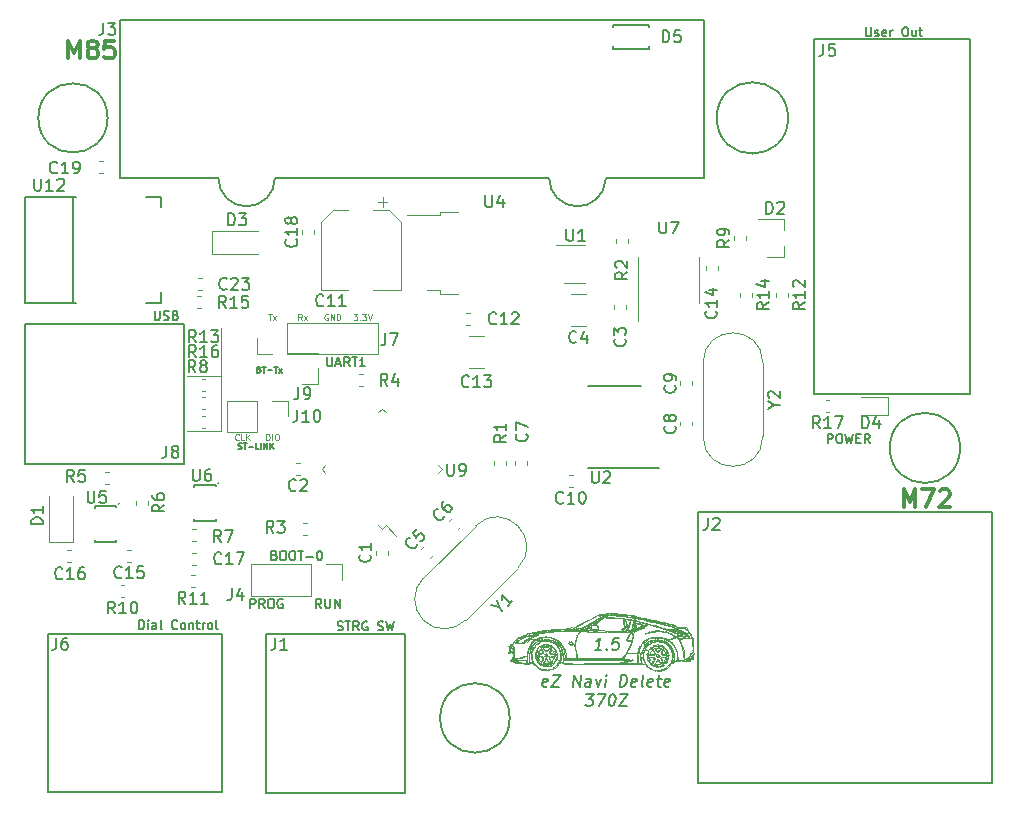
<source format=gto>
G04 #@! TF.GenerationSoftware,KiCad,Pcbnew,(5.1.2)-2*
G04 #@! TF.CreationDate,2020-04-25T17:38:05-07:00*
G04 #@! TF.ProjectId,370Z_AC_Interface,3337305a-5f41-4435-9f49-6e7465726661,rev?*
G04 #@! TF.SameCoordinates,Original*
G04 #@! TF.FileFunction,Legend,Top*
G04 #@! TF.FilePolarity,Positive*
%FSLAX46Y46*%
G04 Gerber Fmt 4.6, Leading zero omitted, Abs format (unit mm)*
G04 Created by KiCad (PCBNEW (5.1.2)-2) date 2020-04-25 17:38:05*
%MOMM*%
%LPD*%
G04 APERTURE LIST*
%ADD10C,0.101600*%
%ADD11C,0.127000*%
%ADD12C,0.190500*%
%ADD13C,0.095250*%
%ADD14C,0.150000*%
%ADD15C,0.020000*%
%ADD16C,0.300000*%
%ADD17C,0.120000*%
G04 APERTURE END LIST*
D10*
X127762000Y-86614000D02*
X127762000Y-82550000D01*
X127762000Y-91313000D02*
X124841000Y-91313000D01*
X127762000Y-86614000D02*
X127762000Y-91313000D01*
X124841000Y-86614000D02*
X127762000Y-86614000D01*
D11*
X129183190Y-92788619D02*
X129255761Y-92812809D01*
X129376714Y-92812809D01*
X129425095Y-92788619D01*
X129449285Y-92764428D01*
X129473476Y-92716047D01*
X129473476Y-92667666D01*
X129449285Y-92619285D01*
X129425095Y-92595095D01*
X129376714Y-92570904D01*
X129279952Y-92546714D01*
X129231571Y-92522523D01*
X129207380Y-92498333D01*
X129183190Y-92449952D01*
X129183190Y-92401571D01*
X129207380Y-92353190D01*
X129231571Y-92329000D01*
X129279952Y-92304809D01*
X129400904Y-92304809D01*
X129473476Y-92329000D01*
X129618619Y-92304809D02*
X129908904Y-92304809D01*
X129763761Y-92812809D02*
X129763761Y-92304809D01*
X130078238Y-92619285D02*
X130465285Y-92619285D01*
X130949095Y-92812809D02*
X130707190Y-92812809D01*
X130707190Y-92304809D01*
X131118428Y-92812809D02*
X131118428Y-92304809D01*
X131360333Y-92812809D02*
X131360333Y-92304809D01*
X131650619Y-92812809D01*
X131650619Y-92304809D01*
X131892523Y-92812809D02*
X131892523Y-92304809D01*
X132182809Y-92812809D02*
X131965095Y-92522523D01*
X132182809Y-92304809D02*
X131892523Y-92595095D01*
D12*
X179088142Y-92292714D02*
X179088142Y-91530714D01*
X179378428Y-91530714D01*
X179451000Y-91567000D01*
X179487285Y-91603285D01*
X179523571Y-91675857D01*
X179523571Y-91784714D01*
X179487285Y-91857285D01*
X179451000Y-91893571D01*
X179378428Y-91929857D01*
X179088142Y-91929857D01*
X179995285Y-91530714D02*
X180140428Y-91530714D01*
X180213000Y-91567000D01*
X180285571Y-91639571D01*
X180321857Y-91784714D01*
X180321857Y-92038714D01*
X180285571Y-92183857D01*
X180213000Y-92256428D01*
X180140428Y-92292714D01*
X179995285Y-92292714D01*
X179922714Y-92256428D01*
X179850142Y-92183857D01*
X179813857Y-92038714D01*
X179813857Y-91784714D01*
X179850142Y-91639571D01*
X179922714Y-91567000D01*
X179995285Y-91530714D01*
X180575857Y-91530714D02*
X180757285Y-92292714D01*
X180902428Y-91748428D01*
X181047571Y-92292714D01*
X181229000Y-91530714D01*
X181519285Y-91893571D02*
X181773285Y-91893571D01*
X181882142Y-92292714D02*
X181519285Y-92292714D01*
X181519285Y-91530714D01*
X181882142Y-91530714D01*
X182644142Y-92292714D02*
X182390142Y-91929857D01*
X182208714Y-92292714D02*
X182208714Y-91530714D01*
X182499000Y-91530714D01*
X182571571Y-91567000D01*
X182607857Y-91603285D01*
X182644142Y-91675857D01*
X182644142Y-91784714D01*
X182607857Y-91857285D01*
X182571571Y-91893571D01*
X182499000Y-91929857D01*
X182208714Y-91929857D01*
D13*
X131559904Y-92050809D02*
X131559904Y-91542809D01*
X131680857Y-91542809D01*
X131753428Y-91567000D01*
X131801809Y-91615380D01*
X131826000Y-91663761D01*
X131850190Y-91760523D01*
X131850190Y-91833095D01*
X131826000Y-91929857D01*
X131801809Y-91978238D01*
X131753428Y-92026619D01*
X131680857Y-92050809D01*
X131559904Y-92050809D01*
X132067904Y-92050809D02*
X132067904Y-91542809D01*
X132406571Y-91542809D02*
X132503333Y-91542809D01*
X132551714Y-91567000D01*
X132600095Y-91615380D01*
X132624285Y-91712142D01*
X132624285Y-91881476D01*
X132600095Y-91978238D01*
X132551714Y-92026619D01*
X132503333Y-92050809D01*
X132406571Y-92050809D01*
X132358190Y-92026619D01*
X132309809Y-91978238D01*
X132285619Y-91881476D01*
X132285619Y-91712142D01*
X132309809Y-91615380D01*
X132358190Y-91567000D01*
X132406571Y-91542809D01*
X129237619Y-92002428D02*
X129213428Y-92026619D01*
X129140857Y-92050809D01*
X129092476Y-92050809D01*
X129019904Y-92026619D01*
X128971523Y-91978238D01*
X128947333Y-91929857D01*
X128923142Y-91833095D01*
X128923142Y-91760523D01*
X128947333Y-91663761D01*
X128971523Y-91615380D01*
X129019904Y-91567000D01*
X129092476Y-91542809D01*
X129140857Y-91542809D01*
X129213428Y-91567000D01*
X129237619Y-91591190D01*
X129697238Y-92050809D02*
X129455333Y-92050809D01*
X129455333Y-91542809D01*
X129866571Y-92050809D02*
X129866571Y-91542809D01*
X130156857Y-92050809D02*
X129939142Y-91760523D01*
X130156857Y-91542809D02*
X129866571Y-91833095D01*
D14*
X118121023Y-64770000D02*
G75*
G03X118121023Y-64770000I-2932023J0D01*
G01*
X175738756Y-64770000D02*
G75*
G03X175738756Y-64770000I-3018756J0D01*
G01*
X190297994Y-92710000D02*
G75*
G03X190297994Y-92710000I-2972994J0D01*
G01*
X152170743Y-115570000D02*
G75*
G03X152170743Y-115570000I-2945743J0D01*
G01*
X159935943Y-109799380D02*
X159364514Y-109799380D01*
X159650229Y-109799380D02*
X159775229Y-108799380D01*
X159662133Y-108942238D01*
X159554991Y-109037476D01*
X159453800Y-109085095D01*
X160376419Y-109704142D02*
X160418086Y-109751761D01*
X160364514Y-109799380D01*
X160322848Y-109751761D01*
X160376419Y-109704142D01*
X160364514Y-109799380D01*
X161441895Y-108799380D02*
X160965705Y-108799380D01*
X160858562Y-109275571D01*
X160912133Y-109227952D01*
X161013324Y-109180333D01*
X161251419Y-109180333D01*
X161340705Y-109227952D01*
X161382372Y-109275571D01*
X161418086Y-109370809D01*
X161388324Y-109608904D01*
X161328800Y-109704142D01*
X161275229Y-109751761D01*
X161174038Y-109799380D01*
X160935943Y-109799380D01*
X160846657Y-109751761D01*
X160804991Y-109704142D01*
D15*
X165527367Y-109978807D02*
G75*
G02X165530773Y-109981395I0J-3535D01*
G01*
X162976146Y-110784945D02*
G75*
G02X162968203Y-110666439I1094131J132863D01*
G01*
X152440406Y-110458408D02*
G75*
G02X152442248Y-110413754I250579J12028D01*
G01*
X165459555Y-109988808D02*
G75*
G02X165466137Y-110006320I-185479J-79703D01*
G01*
X165530773Y-109981395D02*
X165535237Y-109998958D01*
X152513808Y-110273541D02*
X152507441Y-110341316D01*
X165540781Y-110104616D02*
G75*
G02X165535376Y-110106224I-3419J1605D01*
G01*
X165544196Y-110092980D02*
G75*
G02X165540781Y-110104616I-39338J5225D01*
G01*
X165535237Y-109998958D02*
X165539554Y-110021107D01*
X165452057Y-109972737D02*
X165459556Y-109988807D01*
X165466137Y-110006320D02*
X165471695Y-110025870D01*
X165443481Y-109968755D02*
G75*
G02X165446898Y-109967262I2255J-505D01*
G01*
X161516626Y-110959295D02*
G75*
G02X161510556Y-110942728I-1J9395D01*
G01*
X162976147Y-110784944D02*
X162984438Y-110862989D01*
X161522978Y-110935248D02*
X161550412Y-110924992D01*
X165442367Y-109978808D02*
G75*
G02X165443479Y-109968755I45975J1D01*
G01*
X161510555Y-110942728D02*
G75*
G02X161522978Y-110935248I29341J-34670D01*
G01*
X162207687Y-110958583D02*
X161516627Y-110959296D01*
X162892252Y-110956439D02*
X162207687Y-110958583D01*
X165443566Y-109993126D02*
G75*
G02X165442367Y-109978807I84911J14318D01*
G01*
X162968080Y-110466036D02*
X162968203Y-110666439D01*
X152486406Y-110432503D02*
G75*
G02X152471633Y-110455302I-60749J23177D01*
G01*
X165471695Y-110025870D02*
X165475545Y-110044488D01*
X165545149Y-110073060D02*
G75*
G02X165544196Y-110092979I-118443J-4315D01*
G01*
X165543188Y-110047405D02*
X165545149Y-110073060D01*
X152520864Y-110134946D02*
X152513808Y-110273541D01*
X165524955Y-110090190D02*
X165519855Y-110038886D01*
X162972915Y-110265808D02*
X162968080Y-110466036D01*
X152451113Y-110466576D02*
G75*
G02X152440406Y-110458408I-1916J8590D01*
G01*
X152471632Y-110455301D02*
G75*
G02X152451113Y-110466576I-29646J29646D01*
G01*
X165518335Y-109987809D02*
G75*
G02X165527367Y-109978807I9032J-30D01*
G01*
X152483806Y-110128529D02*
G75*
G02X152504133Y-110114279I17269J-3010D01*
G01*
X165452974Y-110031295D02*
X165447416Y-110011745D01*
X162957432Y-110939943D02*
G75*
G02X162892252Y-110956439I-65785J122919D01*
G01*
X162975376Y-110923812D02*
G75*
G02X162957432Y-110939944I-41807J28456D01*
G01*
X165539554Y-110021107D02*
X165543188Y-110047405D01*
X165519855Y-110038886D02*
X165518336Y-109987809D01*
X162983879Y-110901148D02*
G75*
G02X162975376Y-110923812I-50814J6136D01*
G01*
X162984438Y-110862990D02*
G75*
G02X162983878Y-110901148I-180467J-16435D01*
G01*
X162972915Y-110265807D02*
G75*
G02X162983652Y-110148807I1067431J-38963D01*
G01*
X152504133Y-110114279D02*
G75*
G02X152520864Y-110134946I-3538J-19970D01*
G01*
X165446898Y-109967262D02*
G75*
G02X165452057Y-109972737I-6653J-11435D01*
G01*
X152462472Y-110264445D02*
X152483807Y-110128529D01*
X152498213Y-110393815D02*
G75*
G02X152486405Y-110432503I-288945J67046D01*
G01*
X165447416Y-110011745D02*
X165443566Y-109993127D01*
X165467054Y-110064878D02*
X165459556Y-110048807D01*
X165459556Y-110048807D02*
G75*
G02X165452974Y-110031295I185479J79703D01*
G01*
X165535377Y-110106224D02*
G75*
G02X165524955Y-110090190I11778J19059D01*
G01*
X152442248Y-110413754D02*
X152462472Y-110264445D01*
X152507442Y-110341317D02*
G75*
G02X152498214Y-110393815I-490105J59083D01*
G01*
X165475545Y-110044488D02*
G75*
G02X165476744Y-110058807I-84911J-14319D01*
G01*
X155972953Y-109948160D02*
G75*
G02X155970248Y-109926502I65526J19183D01*
G01*
X156013359Y-110038807D02*
X155986663Y-109984553D01*
X156031261Y-110067494D02*
G75*
G02X156013359Y-110038807I171843J127166D01*
G01*
X152496368Y-109983313D02*
G75*
G02X152493670Y-110003807I-173747J12451D01*
G01*
X152493670Y-109913808D02*
G75*
G02X152496368Y-109934302I-171049J-32945D01*
G01*
X152490495Y-109907607D02*
G75*
G02X152493670Y-109913807I-9075J-8560D01*
G01*
X163903120Y-109949164D02*
G75*
G02X163923550Y-109903838I518486J-206442D01*
G01*
X163863962Y-110049142D02*
X163903119Y-109949163D01*
X154466852Y-109987295D02*
X154432640Y-110072875D01*
X165027970Y-110059460D02*
X165082985Y-109937359D01*
X163822674Y-110156991D02*
X163863962Y-110049142D01*
X154513242Y-109835603D02*
G75*
G02X154500021Y-109892486I-326490J45909D01*
G01*
X154484211Y-109863837D02*
G75*
G02X154505101Y-109831950I138664J-68056D01*
G01*
X165082985Y-109937359D02*
X165143061Y-109810817D01*
X165019152Y-110103104D02*
G75*
G02X165027970Y-110059460I106251J1247D01*
G01*
X154432640Y-110072875D02*
G75*
G02X154404839Y-110124886I-314390J134615D01*
G01*
X154500021Y-109892486D02*
X154466852Y-109987295D01*
X154404839Y-110124886D02*
G75*
G02X154389354Y-110132247I-13748J8953D01*
G01*
X152485524Y-109926578D02*
G75*
G02X152487549Y-109908464I115470J-3736D01*
G01*
X165033241Y-110136608D02*
G75*
G02X165019153Y-110103104I34142J34070D01*
G01*
X154505102Y-109831952D02*
G75*
G02X154513242Y-109835602I3541J-3004D01*
G01*
X152485524Y-109991037D02*
X152485003Y-109958807D01*
X152487549Y-110009151D02*
G75*
G02X152485524Y-109991037I113445J21850D01*
G01*
X152496368Y-109934302D02*
X152497245Y-109958807D01*
X152485003Y-109958807D02*
X152485524Y-109926578D01*
X152490494Y-110010007D02*
G75*
G02X152487549Y-110009151I-1253J1182D01*
G01*
X154389354Y-110132246D02*
G75*
G02X154379556Y-110121350I1160J10896D01*
G01*
X163945275Y-109872589D02*
G75*
G02X163954483Y-109876769I3910J-3620D01*
G01*
X163923550Y-109903838D02*
G75*
G02X163945276Y-109872589I122142J-61743D01*
G01*
X163824838Y-110177338D02*
G75*
G02X163820742Y-110175737I5834J20958D01*
G01*
X163888046Y-110086004D02*
X163866340Y-110134604D01*
X165472213Y-110070353D02*
G75*
G02X165467054Y-110064878I6653J11435D01*
G01*
X165475630Y-110068860D02*
G75*
G02X165472213Y-110070353I-2255J505D01*
G01*
X165476744Y-110058807D02*
G75*
G02X165475632Y-110068860I-45975J-1D01*
G01*
X154379556Y-110121350D02*
G75*
G02X154383673Y-110099560I59720J0D01*
G01*
X155978227Y-109918807D02*
G75*
G02X155986306Y-109922587I0J-10525D01*
G01*
X155986663Y-109984553D02*
G75*
G02X155972953Y-109948161I233742J108837D01*
G01*
X163954483Y-109876769D02*
G75*
G02X163942643Y-109933496I-287579J30423D01*
G01*
X165183920Y-109815085D02*
X165203080Y-109832766D01*
X154451764Y-109933765D02*
X154484211Y-109863838D01*
X165167469Y-109801409D02*
X165183920Y-109815085D01*
X156017599Y-109981792D02*
X156035638Y-110037833D01*
X152493670Y-110003807D02*
G75*
G02X152490495Y-110010008I-12250J2359D01*
G01*
X163819565Y-110173808D02*
G75*
G02X163822674Y-110156991I47559J-95D01*
G01*
X163837527Y-110178807D02*
G75*
G02X163830641Y-110178445I-1J65570D01*
G01*
X165143061Y-109810817D02*
G75*
G02X165160814Y-109799221I18508J-8947D01*
G01*
X154416368Y-110017642D02*
X154451764Y-109933765D01*
X165203080Y-109832766D02*
X165223664Y-109853807D01*
X163866340Y-110134604D02*
X163846679Y-110173311D01*
X163820742Y-110175737D02*
G75*
G02X163819566Y-110173807I988J1925D01*
G01*
X152497245Y-109958807D02*
X152496368Y-109983313D01*
X163846678Y-110173310D02*
G75*
G02X163837526Y-110178807I-9152J4871D01*
G01*
X163942643Y-109933496D02*
X163910380Y-110028328D01*
X163830640Y-110178445D02*
G75*
G02X163824837Y-110177339I3735J35368D01*
G01*
X156035638Y-110037833D02*
G75*
G02X156038585Y-110065377I-73859J-21832D01*
G01*
X163910380Y-110028328D02*
X163888046Y-110086004D01*
X165160814Y-109799221D02*
G75*
G02X165167469Y-109801409I370J-10088D01*
G01*
X155986305Y-109922587D02*
G75*
G02X155996976Y-109937309I-101968J-85134D01*
G01*
X156007919Y-109957668D02*
G75*
G02X156017599Y-109981792I-256344J-116861D01*
G01*
X152487548Y-109908464D02*
G75*
G02X152490495Y-109907607I1693J-326D01*
G01*
X155996977Y-109937309D02*
G75*
G02X156007919Y-109957668I-149775J-93626D01*
G01*
X155970247Y-109926503D02*
G75*
G02X155978227Y-109918807I7980J-289D01*
G01*
X156038584Y-110065377D02*
G75*
G02X156031261Y-110067495I-4055J301D01*
G01*
X154383673Y-110099560D02*
X154416368Y-110017642D01*
X165265585Y-109907803D02*
X165315211Y-109991826D01*
X164249915Y-109778807D02*
G75*
G02X164255018Y-109781689I0J-5959D01*
G01*
X165223664Y-109853807D02*
G75*
G02X165265585Y-109907803I-267645J-251064D01*
G01*
X164294509Y-109850487D02*
X164317655Y-109895043D01*
X164223817Y-109792414D02*
G75*
G02X164249916Y-109778807I26098J-18224D01*
G01*
X164076023Y-110019217D02*
X164146838Y-109905657D01*
X164380569Y-110047091D02*
G75*
G02X164389648Y-110082264I-256837J-85059D01*
G01*
X154566216Y-110109082D02*
X154573360Y-110080387D01*
X154560639Y-110133205D02*
X154566216Y-110109082D01*
X155562965Y-110029733D02*
X155580228Y-109985804D01*
X154559667Y-110141657D02*
G75*
G02X154560639Y-110133205I40273J-350D01*
G01*
X154912287Y-109972222D02*
X154933137Y-110025894D01*
X155889872Y-109991822D02*
G75*
G02X155908689Y-110042130I-353223J-160792D01*
G01*
X164037078Y-110100486D02*
G75*
G02X164076023Y-110019217I503461J-191301D01*
G01*
X164368350Y-110160701D02*
G75*
G02X164313039Y-110176044I-74423J160926D01*
G01*
X155580228Y-109985804D02*
X155602979Y-109933831D01*
X154933137Y-110025894D02*
X154947971Y-110070663D01*
X155602979Y-109933831D02*
X155629931Y-109878063D01*
X164363006Y-109997986D02*
X164380568Y-110047092D01*
X164317655Y-109895043D02*
X164341095Y-109944750D01*
X154885357Y-109912117D02*
X154912287Y-109972222D01*
X154829735Y-109803842D02*
X154856488Y-109853354D01*
X154806023Y-109763467D02*
X154829735Y-109803842D01*
X164389648Y-110082265D02*
G75*
G02X164389806Y-110132965I-137414J-25778D01*
G01*
X154856488Y-109853354D02*
X154885357Y-109912117D01*
X154797769Y-109758808D02*
G75*
G02X154806023Y-109763467I0J-9640D01*
G01*
X155629931Y-109878063D02*
X155700306Y-109738317D01*
X154581803Y-110048807D02*
G75*
G02X154612363Y-109980270I240868J-66316D01*
G01*
X154573360Y-110080387D02*
X154581804Y-110048807D01*
X154634595Y-110154639D02*
X154595334Y-110151236D01*
X154946249Y-110084158D02*
G75*
G02X154914071Y-110112276I-61692J38128D01*
G01*
X165139835Y-110179323D02*
G75*
G02X165071401Y-110161423I46174J316307D01*
G01*
X165250902Y-110192111D02*
X165139835Y-110179322D01*
X165404240Y-110205073D02*
X165250902Y-110192111D01*
X155700306Y-109738317D02*
X155789064Y-109838254D01*
X165389307Y-110156940D02*
X165404240Y-110205073D01*
X164255018Y-109781689D02*
X164273553Y-109812952D01*
X154612363Y-109980270D02*
X154684411Y-109876111D01*
X155578637Y-110089605D02*
G75*
G02X155559556Y-110048602I34515J41003D01*
G01*
X155862573Y-109939246D02*
G75*
G02X155889872Y-109991822I-494167J-289955D01*
G01*
X155636562Y-110125414D02*
G75*
G02X155578637Y-110089605I92794J214858D01*
G01*
X164146838Y-109905657D02*
X164223818Y-109792415D01*
X164313039Y-110176044D02*
X164153511Y-110191470D01*
X154763198Y-109775192D02*
G75*
G02X154797769Y-109758807I34571J-28279D01*
G01*
X154766542Y-110151702D02*
G75*
G02X154681243Y-110156221I-76319J633380D01*
G01*
X154564033Y-110146832D02*
G75*
G02X154559667Y-110141658I830J5129D01*
G01*
X155828435Y-109887151D02*
G75*
G02X155862574Y-109939246I-508971J-370768D01*
G01*
X155559556Y-110048602D02*
G75*
G02X155562965Y-110029733I53921J0D01*
G01*
X154914071Y-110112276D02*
G75*
G02X154848081Y-110135791I-185772J416973D01*
G01*
X154595334Y-110151236D02*
X154564033Y-110146832D01*
X164389806Y-110132964D02*
G75*
G02X164368350Y-110160701I-37418J6778D01*
G01*
X154848081Y-110135792D02*
G75*
G02X154766543Y-110151703I-149861J551102D01*
G01*
X154684411Y-109876111D02*
X154763198Y-109775193D01*
X154681243Y-110156221D02*
X154634595Y-110154639D01*
X164153511Y-110191470D02*
X163997467Y-110204733D01*
X154947971Y-110070664D02*
G75*
G02X154946249Y-110084158I-15704J-4853D01*
G01*
X155719586Y-110150342D02*
G75*
G02X155636562Y-110125415I65436J368678D01*
G01*
X164273553Y-109812952D02*
X164294509Y-109850487D01*
X165071401Y-110161422D02*
G75*
G02X165033241Y-110136607I39166J101977D01*
G01*
X164341095Y-109944750D02*
X164363006Y-109997986D01*
X165360451Y-110081755D02*
G75*
G02X165389307Y-110156940I-557452J-257076D01*
G01*
X165315211Y-109991826D02*
X165360452Y-110081755D01*
X163997467Y-110204733D02*
X164037078Y-110100486D01*
X155789064Y-109838255D02*
G75*
G02X155828435Y-109887151I-485834J-431489D01*
G01*
X164157922Y-109649370D02*
X164143399Y-109664164D01*
X152234828Y-109653326D02*
G75*
G02X152261120Y-109650091I16897J-28866D01*
G01*
X152424065Y-109969415D02*
G75*
G02X152414202Y-109978807I-9863J483D01*
G01*
X165463850Y-109894670D02*
G75*
G02X165420383Y-109856678I133137J196189D01*
G01*
X164468479Y-109683037D02*
G75*
G02X164459556Y-109653324I45012J29713D01*
G01*
X164155035Y-109640984D02*
G75*
G02X164159556Y-109645321I180J-4337D01*
G01*
X152261120Y-109650091D02*
X152344556Y-109676449D01*
X152414202Y-109978807D02*
G75*
G02X152403420Y-109976125I0J23012D01*
G01*
X152403420Y-109976125D02*
X152375858Y-109960900D01*
X152398399Y-109698381D02*
X152417788Y-109708857D01*
X152373505Y-109687181D02*
X152398399Y-109698381D01*
X164527409Y-109769630D02*
X164468478Y-109683037D01*
X155938913Y-110147699D02*
G75*
G02X155939556Y-110152438I-17145J-4739D01*
G01*
X152343369Y-109941198D02*
X152308159Y-109917847D01*
X164459556Y-109653324D02*
G75*
G02X164477490Y-109634032I19343J0D01*
G01*
X152221904Y-109674323D02*
G75*
G02X152234829Y-109653326I26172J-1634D01*
G01*
X155814555Y-110158732D02*
G75*
G02X155719586Y-110150341I327J545305D01*
G01*
X155930489Y-110117407D02*
X155938913Y-110147699D01*
X165313127Y-109675851D02*
G75*
G02X165331519Y-109693579I-122120J-145098D01*
G01*
X165414243Y-109804958D02*
X165435684Y-109833807D01*
X164145792Y-109644404D02*
G75*
G02X164155035Y-109640984I9906J-12568D01*
G01*
X165366623Y-109739902D02*
X165389962Y-109771930D01*
X164637095Y-109906450D02*
G75*
G02X164589350Y-109853496I337724J352507D01*
G01*
X155920519Y-110082426D02*
X155930489Y-110117407D01*
X165348310Y-109714436D02*
X165366623Y-109739902D01*
X164676226Y-109942128D02*
X164637095Y-109906450D01*
X164127996Y-109660780D02*
G75*
G02X164145793Y-109644405I116024J-108244D01*
G01*
X164098042Y-109693807D02*
X164127996Y-109660780D01*
X164477490Y-109634032D02*
X164626512Y-109625381D01*
X152231527Y-109850629D02*
G75*
G02X152221922Y-109816916I75374J39698D01*
G01*
X152344556Y-109676449D02*
X152373505Y-109687181D01*
X164775884Y-109623824D02*
G75*
G02X164885663Y-109634960I-15555J-699994D01*
G01*
X155908689Y-110042130D02*
X155920519Y-110082426D01*
X165295775Y-109663257D02*
G75*
G02X165313128Y-109675851I-78874J-126926D01*
G01*
X152422533Y-109715359D02*
G75*
G02X152429031Y-109771247I-269461J-59654D01*
G01*
X165471202Y-109887854D02*
G75*
G02X165463850Y-109894670I-4463J-2559D01*
G01*
X165389962Y-109771930D02*
X165414243Y-109804958D01*
X152219556Y-109749616D02*
X152221904Y-109674323D01*
X152428165Y-109867735D02*
X152424066Y-109969415D01*
X152221922Y-109816916D02*
X152219556Y-109749616D01*
X155862486Y-110158304D02*
X155814556Y-110158733D01*
X155902837Y-110156914D02*
X155862486Y-110158304D01*
X155937130Y-110155014D02*
X155902837Y-110156914D01*
X165317763Y-109732085D02*
G75*
G02X165292554Y-109693908I376285J275876D01*
G01*
X165278382Y-109666267D02*
G75*
G02X165282962Y-109659436I4465J1957D01*
G01*
X152375858Y-109960900D02*
X152343369Y-109941198D01*
X152429031Y-109771247D02*
X152428165Y-109867735D01*
X164143399Y-109664164D02*
X164125634Y-109681268D01*
X155939556Y-110152439D02*
G75*
G02X155937130Y-110155014I-2581J1D01*
G01*
X164104556Y-109700321D02*
X164049556Y-109748807D01*
X164159556Y-109645322D02*
G75*
G02X164157922Y-109649370I-5835J1D01*
G01*
X164589350Y-109853496D02*
X164527409Y-109769630D01*
X165331519Y-109693580D02*
G75*
G02X165348310Y-109714436I-169464J-153613D01*
G01*
X164049556Y-109748807D02*
X164098042Y-109693807D01*
X165282962Y-109659436D02*
G75*
G02X165295775Y-109663257I-601J-25407D01*
G01*
X165292554Y-109693908D02*
G75*
G02X165278381Y-109666267I220131J130325D01*
G01*
X152253902Y-109877656D02*
G75*
G02X152231527Y-109850629I53232J66848D01*
G01*
X165420383Y-109856678D02*
X165352962Y-109777671D01*
X165352962Y-109777671D02*
X165317764Y-109732086D01*
X165435684Y-109833807D02*
G75*
G02X165471202Y-109887854I-426103J-318721D01*
G01*
X152417789Y-109708857D02*
G75*
G02X152422533Y-109715359I-5056J-8671D01*
G01*
X164125634Y-109681268D02*
X164104556Y-109700321D01*
X164626512Y-109625381D02*
X164775884Y-109623824D01*
X152308159Y-109917847D02*
X152253903Y-109877655D01*
X164796235Y-109883678D02*
X164783499Y-109896381D01*
X155347472Y-109528039D02*
G75*
G02X155347127Y-109524394I1335J1965D01*
G01*
X164798927Y-109877420D02*
G75*
G02X164796235Y-109883678I-9890J546D01*
G01*
X164798926Y-109877420D02*
G75*
G02X164801456Y-109869802I15276J-843D01*
G01*
X155807443Y-109631902D02*
G75*
G02X155799556Y-109610770I24367J21132D01*
G01*
X155893898Y-109730460D02*
X155807443Y-109631903D01*
X155352962Y-109521567D02*
X155367889Y-109520386D01*
X155019556Y-109612069D02*
G75*
G02X155039204Y-109591855I20222J0D01*
G01*
X155272617Y-109908133D02*
G75*
G02X155255425Y-109908870I-9815J28060D01*
G01*
X155366743Y-109535591D02*
G75*
G02X155355806Y-109532470I9669J54616D01*
G01*
X155387600Y-109534756D02*
G75*
G02X155377894Y-109536339I-11389J39274D01*
G01*
X152124793Y-109572622D02*
G75*
G02X152131167Y-109530819I279397J-21218D01*
G01*
X155994522Y-109830509D02*
G75*
G02X155983096Y-109830212I-5572J5572D01*
G01*
X155039204Y-109591855D02*
X155231853Y-109588437D01*
X155255425Y-109908870D02*
G75*
G02X155234803Y-109899401I15753J61496D01*
G01*
X155412591Y-109740338D02*
X155340121Y-109845214D01*
X155983096Y-109830212D02*
X155893898Y-109730460D01*
X155231853Y-109588437D02*
X155418006Y-109590381D01*
X155484084Y-109628163D02*
X155412591Y-109740338D01*
X152163919Y-109589435D02*
X152168349Y-109669503D01*
X152122157Y-109647749D02*
X152124793Y-109572622D01*
X152143979Y-109523642D02*
G75*
G02X152156761Y-109538302I-6090J-18213D01*
G01*
X155381812Y-109520607D02*
G75*
G02X155391412Y-109522821I-2335J-32039D01*
G01*
X164766873Y-109910910D02*
X164747287Y-109925978D01*
X164783499Y-109896381D02*
X164766873Y-109910910D01*
X164880663Y-109757420D02*
X164849536Y-109799866D01*
X155418006Y-109590381D02*
G75*
G02X155479536Y-109608796I-3462J-123575D01*
G01*
X155811430Y-109602943D02*
G75*
G02X155841677Y-109621751I-46594J-108655D01*
G01*
X152130577Y-110040840D02*
X152123979Y-109787006D01*
X155479536Y-109608795D02*
G75*
G02X155484084Y-109628163I-7387J-11953D01*
G01*
X152131168Y-109530819D02*
G75*
G02X152143979Y-109523643I9665J-2231D01*
G01*
X152123979Y-109787006D02*
X152122157Y-109647749D01*
X164823196Y-109837472D02*
X164801456Y-109869802D01*
X155395063Y-109526514D02*
G75*
G02X155394139Y-109530891I-3822J-1479D01*
G01*
X155930462Y-109722727D02*
X155957443Y-109761624D01*
X155995391Y-109824277D02*
G75*
G02X155994521Y-109830508I-4562J-2539D01*
G01*
X155093085Y-109739860D02*
X155029632Y-109645927D01*
X155367888Y-109520386D02*
G75*
G02X155381812Y-109520606I5034J-122195D01*
G01*
X152156761Y-109538303D02*
G75*
G02X152163919Y-109589435I-540220J-101699D01*
G01*
X155394139Y-109530891D02*
G75*
G02X155387600Y-109534756I-10788J10788D01*
G01*
X155159049Y-109829620D02*
X155093085Y-109739860D01*
X164849536Y-109799866D02*
X164823196Y-109837472D01*
X164885663Y-109634960D02*
X164961771Y-109648807D01*
X155355806Y-109532470D02*
G75*
G02X155347472Y-109528039I16259J40632D01*
G01*
X155978914Y-109795637D02*
X155995392Y-109824276D01*
X155234803Y-109899401D02*
X155203755Y-109875792D01*
X155347127Y-109524394D02*
G75*
G02X155352962Y-109521567I6986J-6986D01*
G01*
X155029632Y-109645926D02*
G75*
G02X155019556Y-109612069I51845J33857D01*
G01*
X155841677Y-109621751D02*
G75*
G02X155884909Y-109664850I-260169J-304204D01*
G01*
X164961771Y-109648807D02*
X164880663Y-109757420D01*
X155884909Y-109664850D02*
G75*
G02X155930462Y-109722727I-637301J-548459D01*
G01*
X152168137Y-110051733D02*
G75*
G02X152149562Y-110065443I-14467J163D01*
G01*
X155799556Y-109610770D02*
G75*
G02X155811430Y-109602942I8517J0D01*
G01*
X152149562Y-110065443D02*
G75*
G02X152130577Y-110040840I7532J25438D01*
G01*
X155203755Y-109875791D02*
G75*
G02X155159049Y-109829620I183932J222823D01*
G01*
X155340121Y-109845214D02*
G75*
G02X155290509Y-109898016I-236947J172924D01*
G01*
X155391412Y-109522822D02*
G75*
G02X155395063Y-109526514I-2417J-6040D01*
G01*
X155377894Y-109536338D02*
G75*
G02X155366743Y-109535590I-2130J51705D01*
G01*
X164695235Y-109951193D02*
G75*
G02X164676226Y-109942128I6900J38933D01*
G01*
X152168349Y-109669503D02*
X152169556Y-109800502D01*
X164713905Y-109947845D02*
G75*
G02X164695235Y-109951192I-13880J23681D01*
G01*
X164747287Y-109925979D02*
G75*
G02X164713905Y-109947846I-236133J324060D01*
G01*
X155290509Y-109898016D02*
G75*
G02X155272617Y-109908133I-37045J44637D01*
G01*
X155957443Y-109761624D02*
X155978914Y-109795637D01*
X154779305Y-109588506D02*
G75*
G02X154819577Y-109650710I-241830J-200702D01*
G01*
X154383835Y-110247110D02*
G75*
G02X154397068Y-110230405I26307J-7246D01*
G01*
X155244555Y-109500800D02*
G75*
G02X155273295Y-109501584I7100J-267110D01*
G01*
X154781980Y-109547368D02*
G75*
G02X154803052Y-109530609I148050J-164527D01*
G01*
X155265876Y-109527224D02*
G75*
G02X155284097Y-109530249I-1407J-64869D01*
G01*
X155273295Y-109501584D02*
G75*
G02X155297524Y-109505664I-11618J-142994D01*
G01*
X155104697Y-109548095D02*
G75*
G02X155091910Y-109544082I1483J27103D01*
G01*
X155127208Y-109547987D02*
G75*
G02X155104697Y-109548096I-12173J188800D01*
G01*
X155239259Y-109527978D02*
G75*
G02X155265876Y-109527224I20840J-265503D01*
G01*
X155297673Y-109532994D02*
G75*
G02X155284097Y-109530249I5889J64075D01*
G01*
X155316687Y-109527352D02*
G75*
G02X155309140Y-109531926I-12118J11483D01*
G01*
X154745129Y-110198807D02*
X154805087Y-110196456D01*
X154838616Y-109508149D02*
X154853378Y-109500431D01*
X155319556Y-109520156D02*
G75*
G02X155316687Y-109527353I-10464J1D01*
G01*
X154946269Y-109614288D02*
X154993664Y-109686075D01*
X154821310Y-109518431D02*
X154838616Y-109508149D01*
X154803052Y-109530609D02*
X154821310Y-109518431D01*
X154772260Y-109561168D02*
G75*
G02X154781980Y-109547368I35088J-14391D01*
G01*
X154690414Y-110199727D02*
X154745129Y-110198807D01*
X154558233Y-110206730D02*
X154624475Y-110202582D01*
X154397068Y-110230405D02*
G75*
G02X154425930Y-110220905I40285J-73797D01*
G01*
X154895649Y-109810440D02*
X154819577Y-109650710D01*
X154425930Y-110220905D02*
X154502489Y-110211657D01*
X154990218Y-110045307D02*
G75*
G02X154995036Y-110085395I-301548J-56571D01*
G01*
X154933915Y-110156113D02*
G75*
G02X154894874Y-110176024I-140736J227716D01*
G01*
X154853369Y-110189138D02*
G75*
G02X154805087Y-110196456I-74863J331034D01*
G01*
X154502489Y-110211657D02*
X154558233Y-110206730D01*
X154967708Y-109971683D02*
G75*
G02X154990218Y-110045307I-318202J-137542D01*
G01*
X155209652Y-109531753D02*
G75*
G02X155239259Y-109527978I53707J-303258D01*
G01*
X164827204Y-109526029D02*
G75*
G02X164808950Y-109523587I12675J164237D01*
G01*
X155153841Y-109544722D02*
G75*
G02X155127208Y-109547986I-41638J229450D01*
G01*
X155181250Y-109538321D02*
G75*
G02X155153841Y-109544722I-77792J271244D01*
G01*
X152169556Y-109800502D02*
X152168137Y-110051733D01*
X164833199Y-109505206D02*
G75*
G02X164847770Y-109515918I-5997J-23424D01*
G01*
X155091552Y-109530738D02*
G75*
G02X155120778Y-109516918I56003J-80618D01*
G01*
X164799822Y-109499179D02*
G75*
G02X164833199Y-109505206I-25088J-234381D01*
G01*
X164767651Y-109498070D02*
G75*
G02X164799822Y-109499180I8405J-223142D01*
G01*
X164790018Y-109519414D02*
G75*
G02X164774065Y-109514666I45692J182703D01*
G01*
X155176565Y-109505752D02*
G75*
G02X155244556Y-109500801I87636J-734144D01*
G01*
X164808950Y-109523587D02*
X164790018Y-109519413D01*
X154867560Y-109502481D02*
X154904430Y-109553817D01*
X164759556Y-109506476D02*
G75*
G02X164767651Y-109498070I8412J0D01*
G01*
X164761834Y-109509932D02*
G75*
G02X164759556Y-109506476I1482J3456D01*
G01*
X154973161Y-110129368D02*
G75*
G02X154933915Y-110156113I-319210J426248D01*
G01*
X164774065Y-109514666D02*
X164761834Y-109509932D01*
X155314561Y-109512056D02*
G75*
G02X155319556Y-109520155I-4068J-8099D01*
G01*
X155120779Y-109516919D02*
G75*
G02X155176565Y-109505752I98652J-347931D01*
G01*
X154779305Y-109588507D02*
G75*
G02X154771655Y-109574337I31551J26185D01*
G01*
X164840729Y-109525229D02*
G75*
G02X164827204Y-109526028I-9681J49007D01*
G01*
X155309140Y-109531927D02*
G75*
G02X155297673Y-109532994I-8594J30190D01*
G01*
X154967708Y-109971683D02*
X154895649Y-109810440D01*
X154894874Y-110176024D02*
G75*
G02X154853370Y-110189139I-98973J240998D01*
G01*
X164847277Y-109521496D02*
G75*
G02X164840729Y-109525229I-8849J7914D01*
G01*
X154904430Y-109553817D02*
X154946269Y-109614288D01*
X154989970Y-110109374D02*
G75*
G02X154973161Y-110129368I-51305J26069D01*
G01*
X154860362Y-109498808D02*
G75*
G02X154867560Y-109502481I0J-8889D01*
G01*
X154853378Y-109500431D02*
G75*
G02X154860362Y-109498807I6984J-14207D01*
G01*
X154771655Y-109574337D02*
G75*
G02X154772260Y-109561168I18722J5738D01*
G01*
X164847769Y-109515919D02*
G75*
G02X164847277Y-109521497I-3979J-2459D01*
G01*
X154624475Y-110202582D02*
X154690414Y-110199727D01*
X155091910Y-109544081D02*
G75*
G02X155091552Y-109530739I4195J6788D01*
G01*
X155181249Y-109538322D02*
G75*
G02X155209652Y-109531753I77297J-269517D01*
G01*
X154995036Y-110085395D02*
G75*
G02X154989970Y-110109374I-47254J-2542D01*
G01*
X155297524Y-109505664D02*
G75*
G02X155314560Y-109512057I-21397J-82917D01*
G01*
X154992546Y-110442088D02*
G75*
G02X155001299Y-110456378I-15232J-19156D01*
G01*
X155219967Y-110161047D02*
X155170172Y-110178320D01*
X154850424Y-111058807D02*
G75*
G02X154814219Y-111055075I0J177476D01*
G01*
X155201484Y-110393413D02*
G75*
G02X155238219Y-110409926I-115648J-306388D01*
G01*
X154849114Y-110848807D02*
X154872246Y-110793480D01*
X155051770Y-110799315D02*
X155000654Y-110873807D01*
X155150678Y-110669309D02*
G75*
G02X155180078Y-110638807I200527J-163866D01*
G01*
X155370110Y-110219880D02*
G75*
G02X155386047Y-110256438I-267952J-138564D01*
G01*
X155150207Y-110194194D02*
G75*
G02X155170172Y-110178320I36097J-24906D01*
G01*
X155149169Y-110359315D02*
G75*
G02X155141434Y-110332392I58910J31497D01*
G01*
X155002240Y-110478702D02*
G75*
G02X154995318Y-110511692I-184084J21407D01*
G01*
X155001298Y-110456378D02*
G75*
G02X155002241Y-110478702I-69605J-14120D01*
G01*
X154963286Y-110601452D02*
X154978700Y-110561148D01*
X154872246Y-110793480D02*
X154894616Y-110743047D01*
X154933009Y-110670612D02*
G75*
G02X154923985Y-110685368I-76092J36401D01*
G01*
X155103946Y-110728464D02*
X155051770Y-110799315D01*
X154379556Y-110278765D02*
G75*
G02X154383835Y-110247110I119210J1D01*
G01*
X154384163Y-110310622D02*
G75*
G02X154379556Y-110278765I107851J31858D01*
G01*
X155386048Y-110256438D02*
G75*
G02X155388447Y-110281119I-47529J-17078D01*
G01*
X154866087Y-111051705D02*
G75*
G02X154850424Y-111058807I-15663J13721D01*
G01*
X154638097Y-110354820D02*
X154573263Y-110350667D01*
X154894616Y-110743047D02*
X154914231Y-110701275D01*
X154745549Y-110358665D02*
G75*
G02X154810926Y-110364452I-561J-378522D01*
G01*
X154810926Y-110364452D02*
G75*
G02X154877618Y-110381510I-79685J-450447D01*
G01*
X155150678Y-110669309D02*
X155103946Y-110728464D01*
X155252870Y-110425569D02*
G75*
G02X155256760Y-110449241I-43333J-19276D01*
G01*
X154877618Y-110381510D02*
G75*
G02X154940013Y-110408040I-142295J-421306D01*
G01*
X154940014Y-110408039D02*
G75*
G02X154992546Y-110442088I-149184J-287723D01*
G01*
X154914231Y-110701275D02*
G75*
G02X154923985Y-110685368I82899J-39886D01*
G01*
X154951661Y-110944699D02*
X154905938Y-111004464D01*
X154784601Y-110996012D02*
X154803931Y-110954340D01*
X154784601Y-110996012D02*
G75*
G02X154775329Y-111011472I-83695J39687D01*
G01*
X154773204Y-111028115D02*
G75*
G02X154775329Y-111011472I15916J6424D01*
G01*
X155141495Y-110219200D02*
G75*
G02X155150207Y-110194194I49753J-3312D01*
G01*
X154786306Y-111043799D02*
G75*
G02X154773203Y-111028115I17731J28129D01*
G01*
X155139556Y-110277588D02*
X155141434Y-110332392D01*
X155280009Y-110146658D02*
G75*
G02X155314175Y-110149984I11220J-61884D01*
G01*
X155314175Y-110149983D02*
G75*
G02X155340356Y-110170616I-20987J-53558D01*
G01*
X155340356Y-110170616D02*
G75*
G02X155370111Y-110219881I-357315J-249426D01*
G01*
X155238218Y-110409926D02*
G75*
G02X155252870Y-110425569I-15204J-28924D01*
G01*
X155141496Y-110219201D02*
X155139556Y-110277588D01*
X155219967Y-110161047D02*
G75*
G02X155280009Y-110146657I158673J-529604D01*
G01*
X154933009Y-110670612D02*
X154947432Y-110639209D01*
X154398171Y-110327299D02*
G75*
G02X154384162Y-110310622I12107J24391D01*
G01*
X155240769Y-110544110D02*
G75*
G02X155226245Y-110580017I-203323J61349D01*
G01*
X154429036Y-110336539D02*
G75*
G02X154398171Y-110327300I11497J94585D01*
G01*
X154699267Y-110357725D02*
X154638097Y-110354820D01*
X155250141Y-110502798D02*
G75*
G02X155240769Y-110544110I-299411J46203D01*
G01*
X154803931Y-110954340D02*
X154826061Y-110904079D01*
X154745549Y-110358665D02*
X154699267Y-110357725D01*
X154978700Y-110561148D02*
X154995318Y-110511692D01*
X155206126Y-110611299D02*
G75*
G02X155180078Y-110638807I-164169J129370D01*
G01*
X154826061Y-110904079D02*
X154849114Y-110848807D01*
X154814219Y-111055075D02*
G75*
G02X154786306Y-111043799I17294J82995D01*
G01*
X155000654Y-110873807D02*
X154951661Y-110944699D01*
X155201484Y-110393413D02*
G75*
G02X155166272Y-110376874I87934J232964D01*
G01*
X155256760Y-110449241D02*
X155250140Y-110502798D01*
X155388447Y-110281120D02*
G75*
G02X155379099Y-110307634I-74431J11336D01*
G01*
X155166272Y-110376874D02*
G75*
G02X155149169Y-110359315I21838J38379D01*
G01*
X154905938Y-111004464D02*
X154866087Y-111051706D01*
X154514556Y-110345773D02*
X154429035Y-110336539D01*
X154573263Y-110350667D02*
X154514556Y-110345773D01*
X155226244Y-110580017D02*
G75*
G02X155206126Y-110611299I-172726J88977D01*
G01*
X154947432Y-110639209D02*
X154963286Y-110601452D01*
X155713218Y-110990603D02*
G75*
G02X155707678Y-111026225I-49111J-10604D01*
G01*
X155584347Y-110702920D02*
X155622448Y-110783444D01*
X155753449Y-110364366D02*
X155663878Y-110376159D01*
X156124947Y-110297303D02*
G75*
G02X156086185Y-110322765I-66992J59748D01*
G01*
X155506956Y-110458166D02*
X155512706Y-110506900D01*
X155506954Y-110458166D02*
G75*
G02X155510544Y-110433789I54315J4456D01*
G01*
X155524082Y-110416949D02*
G75*
G02X155554814Y-110399679I124663J-185857D01*
G01*
X155532407Y-110118936D02*
G75*
G02X155516856Y-110096275I42555J45870D01*
G01*
X155732082Y-109569656D02*
G75*
G02X155724800Y-109583182I-39702J12651D01*
G01*
X155680446Y-109651736D02*
X155608583Y-109799206D01*
X155516855Y-110096275D02*
G75*
G02X155512749Y-110069476I55709J22251D01*
G01*
X155679734Y-111048751D02*
G75*
G02X155648743Y-111054169I-35550J112010D01*
G01*
X155649238Y-109504629D02*
G75*
G02X155671707Y-109505981I9750J-25353D01*
G01*
X155550154Y-110621922D02*
X155584347Y-110702920D01*
X155680447Y-109651735D02*
G75*
G02X155724800Y-109583182I347365J-176118D01*
G01*
X155329799Y-109929094D02*
G75*
G02X155286029Y-109965385I-129973J112220D01*
G01*
X156008105Y-110339883D02*
X155849226Y-110355158D01*
X155708589Y-110197250D02*
X155811443Y-110199028D01*
X155708590Y-110197250D02*
G75*
G02X155652340Y-110190640I11290J338703D01*
G01*
X155652340Y-110190640D02*
G75*
G02X155611235Y-110176292I32188J158268D01*
G01*
X155568963Y-110149712D02*
G75*
G02X155532407Y-110118936I301013J394647D01*
G01*
X155707523Y-109528819D02*
G75*
G02X155724252Y-109543681I-86149J-113814D01*
G01*
X155401670Y-109841406D02*
X155488972Y-109723142D01*
X155239489Y-109964781D02*
G75*
G02X155169653Y-109910890I219928J357198D01*
G01*
X156066384Y-110212621D02*
G75*
G02X156121849Y-110230737I-38965J-213264D01*
G01*
X155663878Y-110376159D02*
X155589108Y-110388753D01*
X155732087Y-109556846D02*
G75*
G02X155732082Y-109569657I-20131J-6397D01*
G01*
X155510545Y-110433790D02*
G75*
G02X155524082Y-110416949I33714J-13239D01*
G01*
X155671707Y-109505981D02*
G75*
G02X155707523Y-109528818I-123994J-233968D01*
G01*
X155849226Y-110355158D02*
X155753449Y-110364366D01*
X156086184Y-110322766D02*
G75*
G02X156008105Y-110339883I-120969J365149D01*
G01*
X155811443Y-110199028D02*
X155969924Y-110202071D01*
X155590532Y-109573807D02*
X155627678Y-109520956D01*
X155329799Y-109929094D02*
X155401670Y-109841406D01*
X155488972Y-109723142D02*
X155590532Y-109573807D01*
X155518651Y-110023751D02*
G75*
G02X155541297Y-109948939I340731J-62307D01*
G01*
X155349483Y-110355330D02*
X155379099Y-110307634D01*
X156121849Y-110230736D02*
G75*
G02X156139556Y-110258975I-13664J-28239D01*
G01*
X155969924Y-110202071D02*
G75*
G02X156066384Y-110212621I-25140J-676100D01*
G01*
X155310320Y-110432490D02*
G75*
G02X155349483Y-110355330I353786J-131048D01*
G01*
X155296015Y-110507432D02*
G75*
G02X155310320Y-110432490I230620J-5185D01*
G01*
X155343211Y-110634312D02*
G75*
G02X155307458Y-110575865I129976J119669D01*
G01*
X155605899Y-111035112D02*
G75*
G02X155599556Y-111014014I31914J21098D01*
G01*
X156139556Y-110258975D02*
G75*
G02X156124947Y-110297303I-57583J0D01*
G01*
X155307459Y-110575865D02*
G75*
G02X155296015Y-110507433I173965J64265D01*
G01*
X155554814Y-110399678D02*
G75*
G02X155589108Y-110388753I60714J-131296D01*
G01*
X155343212Y-110634311D02*
G75*
G02X155406079Y-110711329I-614440J-565715D01*
G01*
X155608583Y-109799206D02*
X155541297Y-109948939D01*
X155497390Y-110842134D02*
X155406079Y-110711329D01*
X155589621Y-110980747D02*
X155497390Y-110842134D01*
X155589621Y-110980747D02*
G75*
G02X155599556Y-111014014I-50732J-33267D01*
G01*
X155622848Y-111049322D02*
G75*
G02X155605899Y-111035112I15430J35616D01*
G01*
X155622448Y-110783444D02*
X155691386Y-110925929D01*
X155627677Y-109520956D02*
G75*
G02X155649238Y-109504629I39062J-29183D01*
G01*
X155691385Y-110925929D02*
G75*
G02X155713218Y-110990603I-274281J-128613D01*
G01*
X155724253Y-109543681D02*
G75*
G02X155732087Y-109556846I-24307J-23379D01*
G01*
X155523623Y-110550703D02*
X155550154Y-110621922D01*
X155169652Y-109910890D02*
G75*
G02X155086090Y-109817449I551500J577276D01*
G01*
X155648744Y-111054168D02*
G75*
G02X155622848Y-111049322I-2303J59303D01*
G01*
X155286029Y-109965385D02*
G75*
G02X155239489Y-109964781I-22765J39219D01*
G01*
X155523622Y-110550703D02*
G75*
G02X155512706Y-110506900I234019J81584D01*
G01*
X155512748Y-110069477D02*
G75*
G02X155518651Y-110023752I438107J-33308D01*
G01*
X155707678Y-111026225D02*
G75*
G02X155679734Y-111048751I-42913J24640D01*
G01*
X155611234Y-110176292D02*
G75*
G02X155568963Y-110149712I125665J246755D01*
G01*
X152312406Y-109471593D02*
G75*
G02X152331451Y-109475727I-1380J-52292D01*
G01*
X152284363Y-109587988D02*
G75*
G02X152277283Y-109547165I62917J31939D01*
G01*
X152300509Y-109476639D02*
G75*
G02X152312406Y-109471593I11486J-10534D01*
G01*
X152313812Y-109620030D02*
G75*
G02X152284364Y-109587988I42384J68507D01*
G01*
X152406325Y-109660963D02*
X152370771Y-109648209D01*
X152437613Y-109670390D02*
X152406325Y-109660963D01*
X164846234Y-109439584D02*
X164961523Y-109465789D01*
X164600722Y-109946923D02*
X164665493Y-110007944D01*
X164537422Y-109878934D02*
X164600722Y-109946923D01*
X164675603Y-110199117D02*
G75*
G02X164721040Y-110188645I127249J-448282D01*
G01*
X164537422Y-109878934D02*
G75*
G02X164494310Y-109819856I347962J299195D01*
G01*
X164258189Y-109679501D02*
G75*
G02X164240740Y-109630900I239354J113364D01*
G01*
X164365245Y-109903601D02*
X164325185Y-109818807D01*
X152470362Y-109648380D02*
X152472595Y-109668357D01*
X164857370Y-110311677D02*
X164843399Y-110291706D01*
X164675603Y-110199117D02*
G75*
G02X164598640Y-110206724I-59617J210026D01*
G01*
X164240740Y-109630900D02*
G75*
G02X164243154Y-109601221I44786J11295D01*
G01*
X164598640Y-110206725D02*
G75*
G02X164523885Y-110187015I17321J217315D01*
G01*
X164822546Y-109442766D02*
G75*
G02X164846234Y-109439584I16211J-30924D01*
G01*
X164923196Y-109485881D02*
X164823293Y-109452637D01*
X164325185Y-109818807D02*
X164258189Y-109679501D01*
X165021125Y-109519833D02*
X164975273Y-109503227D01*
X165059187Y-109534682D02*
X165021125Y-109519833D01*
X152459109Y-109596433D02*
X152465929Y-109623899D01*
X164975273Y-109503227D02*
X164923196Y-109485881D01*
X165059188Y-109534681D02*
G75*
G02X165068906Y-109541183I-10513J-26230D01*
G01*
X164523885Y-110187015D02*
G75*
G02X164466537Y-110144934I76751J164718D01*
G01*
X164755930Y-109987441D02*
G75*
G02X164694023Y-110018057I-66081J55721D01*
G01*
X164694022Y-110018056D02*
G75*
G02X164665493Y-110007944I-1927J39862D01*
G01*
X164408657Y-109689176D02*
X164441975Y-109738818D01*
X164263385Y-109573752D02*
G75*
G02X164289693Y-109556551I78185J-90860D01*
G01*
X154993664Y-109686075D02*
X155086090Y-109817449D01*
X152446211Y-109562024D02*
G75*
G02X152459109Y-109596433I-185845J-89284D01*
G01*
X152428533Y-109534886D02*
G75*
G02X152446211Y-109562023I-95340J-81434D01*
G01*
X164466537Y-110144935D02*
G75*
G02X164438640Y-110088703I83733J76577D01*
G01*
X152277283Y-109547165D02*
G75*
G02X152291259Y-109491579I237322J-30120D01*
G01*
X152370771Y-109648208D02*
G75*
G02X152313812Y-109620029I119985J314179D01*
G01*
X164755929Y-109987441D02*
X164916014Y-109790843D01*
X164746799Y-110190575D02*
G75*
G02X164769573Y-110204745I-18793J-55589D01*
G01*
X164400810Y-109984714D02*
X164365245Y-109903601D01*
X164804556Y-110242711D02*
X164769573Y-110204745D01*
X152472595Y-109668357D02*
G75*
G02X152470229Y-109674801I-8144J-666D01*
G01*
X165068906Y-109541184D02*
G75*
G02X165071967Y-109586709I-25185J-24558D01*
G01*
X164472492Y-109785303D02*
X164494310Y-109819856D01*
X164329373Y-109576718D02*
X164377405Y-109643752D01*
X164843399Y-110291706D02*
X164825627Y-110268291D01*
X164428788Y-110053869D02*
X164400810Y-109984714D01*
X164721040Y-110188645D02*
G75*
G02X164746799Y-110190574I9121J-51144D01*
G01*
X164289692Y-109556552D02*
G75*
G02X164308495Y-109557520I8513J-17730D01*
G01*
X164441975Y-109738818D02*
X164472492Y-109785303D01*
X152465929Y-109623899D02*
X152470362Y-109648380D01*
X164308496Y-109557520D02*
G75*
G02X164329373Y-109576718I-38702J-63039D01*
G01*
X164916014Y-109790843D02*
X165071967Y-109586709D01*
X164377405Y-109643752D02*
X164408657Y-109689176D01*
X152470229Y-109674802D02*
G75*
G02X152463495Y-109676754I-5141J5141D01*
G01*
X164243154Y-109601221D02*
G75*
G02X164263385Y-109573752I70004J-30373D01*
G01*
X164825627Y-110268291D02*
X164804556Y-110242711D01*
X152291259Y-109491578D02*
G75*
G02X152300509Y-109476638I43913J-16852D01*
G01*
X152404223Y-109512832D02*
G75*
G02X152428533Y-109534886I-74116J-106123D01*
G01*
X164823294Y-109452636D02*
G75*
G02X164822546Y-109442766I1755J5096D01*
G01*
X152371355Y-109493693D02*
G75*
G02X152404223Y-109512833I-99528J-208712D01*
G01*
X152331451Y-109475727D02*
X152371355Y-109493693D01*
X152463495Y-109676754D02*
X152437613Y-109670390D01*
X164428789Y-110053869D02*
G75*
G02X164438640Y-110088703I-177194J-68922D01*
G01*
X164323464Y-110415610D02*
X164248583Y-110402745D01*
X164424192Y-110452860D02*
G75*
G02X164442986Y-110469661I-19506J-40731D01*
G01*
X164254611Y-110976584D02*
X164302135Y-110868807D01*
X164381460Y-110208026D02*
G75*
G02X164457591Y-110205356I46908J-250832D01*
G01*
X164513073Y-110812478D02*
X164455579Y-110893277D01*
X163835134Y-110292713D02*
G75*
G02X163876340Y-110270885I63250J-69594D01*
G01*
X164424192Y-110452859D02*
X164372361Y-110430152D01*
X164302135Y-110868807D02*
X164335148Y-110797683D01*
X164335148Y-110797683D02*
X164367056Y-110732870D01*
X164281627Y-111091464D02*
X164267748Y-111083378D01*
X164293881Y-111097273D02*
X164281627Y-111091464D01*
X164570133Y-110739693D02*
X164513073Y-110812478D01*
X164394984Y-110679290D02*
G75*
G02X164408895Y-110658807I103242J-55154D01*
G01*
X164455579Y-110893277D02*
X164400923Y-110972063D01*
X164620635Y-110681294D02*
G75*
G02X164649091Y-110659056I78253J-70808D01*
G01*
X164442986Y-110469660D02*
G75*
G02X164449223Y-110493426I-35049J-21900D01*
G01*
X164857369Y-110311677D02*
G75*
G02X164859556Y-110318807I-10535J-7131D01*
G01*
X164804556Y-110395547D02*
X164825627Y-110369720D01*
X164265410Y-110225184D02*
X164307177Y-110219753D01*
X164649091Y-110659057D02*
G75*
G02X164705672Y-110646088I52082J-97314D01*
G01*
X163819555Y-110327922D02*
G75*
G02X163835134Y-110292712I47579J0D01*
G01*
X163968331Y-110255072D02*
X164229556Y-110229064D01*
X164669556Y-110432902D02*
X164721307Y-110448943D01*
X164767964Y-110436060D02*
X164804556Y-110395547D01*
X164767964Y-110436061D02*
G75*
G02X164746364Y-110448892I-34338J33207D01*
G01*
X163876340Y-110270885D02*
G75*
G02X163968331Y-110255072I164947J-684094D01*
G01*
X163828681Y-110353433D02*
G75*
G02X163819556Y-110327922I31100J25511D01*
G01*
X163852161Y-110368184D02*
G75*
G02X163828681Y-110353434I10299J42459D01*
G01*
X164400923Y-110972063D02*
X164352591Y-111038433D01*
X164438868Y-110579889D02*
G75*
G02X164429900Y-110613289I-373548J82397D01*
G01*
X164301439Y-111098807D02*
G75*
G02X164293881Y-111097273I0J19384D01*
G01*
X164310107Y-111094524D02*
G75*
G02X164301439Y-111098807I-8668J6630D01*
G01*
X164669556Y-110432902D02*
G75*
G02X164624281Y-110414644I167187J479841D01*
G01*
X164253989Y-111073808D02*
G75*
G02X164239478Y-111052570I24141J32071D01*
G01*
X164760995Y-110663627D02*
G75*
G02X164822079Y-110718021I-144380J-223638D01*
G01*
X164348170Y-110213726D02*
X164381460Y-110208026D01*
X164229556Y-110229064D02*
X164265410Y-110225184D01*
X164444731Y-110545979D02*
X164449223Y-110493426D01*
X164238876Y-111024320D02*
G75*
G02X164254611Y-110976584I279291J-65595D01*
G01*
X164444732Y-110545980D02*
G75*
G02X164438868Y-110579890I-372163J46889D01*
G01*
X164859556Y-110318808D02*
G75*
G02X164857378Y-110325954I-12817J1D01*
G01*
X164843399Y-110346098D02*
X164857378Y-110325954D01*
X164601711Y-110397557D02*
G75*
G02X164589761Y-110373619I42295J36068D01*
G01*
X164564044Y-110271178D02*
G75*
G02X164583341Y-110331804I-123713J-72762D01*
G01*
X164367056Y-110732870D02*
X164394983Y-110679291D01*
X164239478Y-111052569D02*
G75*
G02X164238877Y-111024321I54564J15292D01*
G01*
X164705672Y-110646088D02*
G75*
G02X164760994Y-110663628I-4496J-110195D01*
G01*
X164248583Y-110402745D02*
X164157351Y-110392188D01*
X164825627Y-110369720D02*
X164843399Y-110346098D01*
X164054556Y-110384927D02*
X163905006Y-110376230D01*
X164323464Y-110415610D02*
G75*
G02X164372361Y-110430152I-55988J-277732D01*
G01*
X164620635Y-110681294D02*
X164570133Y-110739693D01*
X164746364Y-110448892D02*
G75*
G02X164721307Y-110448943I-12621J45615D01*
G01*
X163905006Y-110376230D02*
G75*
G02X163852161Y-110368184I19759J307357D01*
G01*
X164624281Y-110414644D02*
G75*
G02X164601712Y-110397557I27530J59811D01*
G01*
X164589760Y-110373620D02*
G75*
G02X164583341Y-110331804I305295J68270D01*
G01*
X164429900Y-110613289D02*
G75*
G02X164419384Y-110641753I-312111J99132D01*
G01*
X164457591Y-110205356D02*
G75*
G02X164520863Y-110227197I-17751J-153990D01*
G01*
X164520864Y-110227197D02*
G75*
G02X164564044Y-110271178I-66528J-108506D01*
G01*
X164307177Y-110219753D02*
X164348170Y-110213726D01*
X164267748Y-111083378D02*
X164253989Y-111073807D01*
X164157351Y-110392188D02*
X164054556Y-110384927D01*
X164352591Y-111038433D02*
X164310108Y-111094524D01*
X164419384Y-110641753D02*
G75*
G02X164408895Y-110658807I-61222J25901D01*
G01*
X165155172Y-110966887D02*
G75*
G02X165173998Y-111016030I-247956J-123163D01*
G01*
X165441162Y-110374440D02*
X165330035Y-110383312D01*
X165087727Y-110833287D02*
X165155172Y-110966887D01*
X165042145Y-110433312D02*
G75*
G02X165086431Y-110417056I100778J-206093D01*
G01*
X165045254Y-110745805D02*
X165087727Y-110833287D01*
X164974492Y-110500736D02*
G75*
G02X164981477Y-110475463I52584J-930D01*
G01*
X164981477Y-110475464D02*
G75*
G02X164999831Y-110456572I46261J-26582D01*
G01*
X164968167Y-110103807D02*
G75*
G02X164994954Y-110012941I409397J-71306D01*
G01*
X165070241Y-109844046D02*
X164994954Y-110012941D01*
X164999831Y-110456572D02*
G75*
G02X165042145Y-110433312I264230J-430565D01*
G01*
X165239556Y-110235846D02*
X165343762Y-110243761D01*
X164376370Y-109506132D02*
G75*
G02X164394802Y-109495114I108940J-161325D01*
G01*
X165152331Y-109674536D02*
X165070241Y-109844046D01*
X165151325Y-110403198D02*
X165086431Y-110417056D01*
X165505933Y-110364838D02*
G75*
G02X165441162Y-110374440I-119423J582301D01*
G01*
X165566738Y-110334768D02*
G75*
G02X165545747Y-110352552I-38585J24261D01*
G01*
X164394802Y-109495114D02*
X164420840Y-109482189D01*
X165574138Y-110320941D02*
G75*
G02X165566738Y-110334767I-102525J45983D01*
G01*
X165186118Y-110231712D02*
X165239556Y-110235846D01*
X165087242Y-110214706D02*
X165133056Y-110224197D01*
X164368139Y-109513473D02*
G75*
G02X164376370Y-109506131I31252J-26749D01*
G01*
X165038415Y-110194746D02*
X165059556Y-110204493D01*
X165016245Y-110186490D02*
X165038415Y-110194746D01*
X165550128Y-110275473D02*
G75*
G02X165577323Y-110289908I-9950J-51579D01*
G01*
X165343762Y-110243761D02*
X165452466Y-110258242D01*
X164996140Y-110180661D02*
X165016245Y-110186490D01*
X165087243Y-110214705D02*
G75*
G02X165059556Y-110204493I29498J122608D01*
G01*
X164963906Y-110162450D02*
G75*
G02X164963022Y-110140577I73947J13941D01*
G01*
X164968167Y-110103807D02*
X164963022Y-110140577D01*
X165144591Y-109545592D02*
G75*
G02X165195461Y-109593337I-138824J-198882D01*
G01*
X164489103Y-109460912D02*
X164613218Y-109443709D01*
X165052645Y-111029928D02*
X165022204Y-110990760D01*
X164899556Y-110820755D02*
X164822079Y-110718021D01*
X164938633Y-110876524D02*
X164899556Y-110820755D01*
X164981651Y-110936087D02*
X164938633Y-110876524D01*
X165022204Y-110990760D02*
X164981651Y-110936087D01*
X165093370Y-111078843D02*
X165052645Y-111029928D01*
X165173997Y-111016030D02*
G75*
G02X165172795Y-111046153I-47531J-13188D01*
G01*
X165010199Y-110663325D02*
X165045254Y-110745805D01*
X164984951Y-110593006D02*
X165010199Y-110663325D01*
X164970447Y-110174256D02*
G75*
G02X164963905Y-110162450I14562J15785D01*
G01*
X164984950Y-110593006D02*
G75*
G02X164975997Y-110548426I184413J60225D01*
G01*
X165330035Y-110383312D02*
X165232747Y-110391787D01*
X165577323Y-110289908D02*
G75*
G02X165580001Y-110296424I-6467J-6466D01*
G01*
X164961523Y-109465790D02*
G75*
G02X165059105Y-109498004I-134462J-571210D01*
G01*
X165545747Y-110352552D02*
G75*
G02X165505933Y-110364838I-83022J198395D01*
G01*
X165152331Y-109674535D02*
G75*
G02X165191611Y-109626396I127193J-63690D01*
G01*
X164982330Y-110178931D02*
G75*
G02X164996140Y-110180661I-263J-58075D01*
G01*
X164613218Y-109443709D02*
X164731238Y-109433530D01*
X165195460Y-109593338D02*
G75*
G02X165191611Y-109626396I-18346J-14617D01*
G01*
X165452466Y-110258242D02*
X165550128Y-110275473D01*
X164731238Y-109433531D02*
G75*
G02X164737541Y-109447488I515J-8169D01*
G01*
X164982330Y-110178930D02*
G75*
G02X164970448Y-110174256I79J17641D01*
G01*
X165059105Y-109498004D02*
G75*
G02X165144591Y-109545593I-191031J-443731D01*
G01*
X165580001Y-110296424D02*
G75*
G02X165578676Y-110307548I-49608J269D01*
G01*
X164420840Y-109482189D02*
G75*
G02X164489103Y-109460912I111982J-239135D01*
G01*
X164975997Y-110548426D02*
G75*
G02X164974493Y-110500736I483476J39117D01*
G01*
X165232747Y-110391787D02*
X165151325Y-110403198D01*
X165112346Y-111092731D02*
G75*
G02X165093370Y-111078843I20552J47989D01*
G01*
X165133056Y-110224197D02*
X165186118Y-110231712D01*
X165129588Y-111091656D02*
G75*
G02X165112346Y-111092730I-9687J16568D01*
G01*
X165154375Y-111073496D02*
G75*
G02X165129588Y-111091656I-100025J110526D01*
G01*
X165578676Y-110307548D02*
G75*
G02X165574138Y-110320941I-72588J17128D01*
G01*
X165172796Y-111046153D02*
G75*
G02X165154375Y-111073496I-64505J23579D01*
G01*
X164720638Y-109097113D02*
X164782249Y-109101703D01*
X164633536Y-109088205D02*
G75*
G02X164659556Y-109091074I7250J-53676D01*
G01*
X163849988Y-109434363D02*
G75*
G02X163869606Y-109415287I93910J-76952D01*
G01*
X163664891Y-109685980D02*
X163727750Y-109596509D01*
X155514951Y-109488967D02*
X155538587Y-109497290D01*
X155054642Y-109441702D02*
X155019556Y-109446585D01*
X157422715Y-109185886D02*
G75*
G02X157438656Y-109216635I-171276J-108297D01*
G01*
X163869606Y-109415287D02*
X163919232Y-109377896D01*
X164667378Y-109092807D02*
G75*
G02X164659556Y-109091074I2430J29486D01*
G01*
X157380764Y-109161102D02*
G75*
G02X157405404Y-109169215I-6892J-62407D01*
G01*
X157246890Y-109319345D02*
G75*
G02X157233785Y-109273102I69224J44595D01*
G01*
X163919232Y-109377896D02*
X163979732Y-109334922D01*
X155538587Y-109497290D02*
X155555939Y-109504705D01*
X155064600Y-109420705D02*
G75*
G02X155114414Y-109418667I48207J-568589D01*
G01*
X164046077Y-109290506D02*
X164133843Y-109236774D01*
X164564086Y-109098951D02*
X164633535Y-109088205D01*
X164369554Y-109516820D02*
G75*
G02X164368140Y-109513473I128J2026D01*
G01*
X155331033Y-109446592D02*
G75*
G02X155397620Y-109458578I-97403J-732072D01*
G01*
X155007466Y-109428053D02*
X155064600Y-109420705D01*
X157273643Y-109168705D02*
G75*
G02X157297477Y-109160951I29965J-51593D01*
G01*
X157282735Y-109348542D02*
G75*
G02X157246890Y-109319345I26887J69610D01*
G01*
X157244389Y-109213808D02*
G75*
G02X157257750Y-109184623I159158J-55212D01*
G01*
X154978997Y-109451068D02*
G75*
G02X154960915Y-109450702I-7484J77181D01*
G01*
X164414604Y-109514286D02*
G75*
G02X164369556Y-109516820I-33153J187721D01*
G01*
X164562950Y-109487213D02*
X164414603Y-109514286D01*
X164737541Y-109447488D02*
G75*
G02X164718922Y-109457385I-25486J25486D01*
G01*
X155397620Y-109458578D02*
X155485485Y-109480404D01*
X154969555Y-109439687D02*
G75*
G02X155007466Y-109428053I64690J-143211D01*
G01*
X157398079Y-109348735D02*
G75*
G02X157337801Y-109358807I-60278J175330D01*
G01*
X157233786Y-109273101D02*
G75*
G02X157244389Y-109213807I192642J-3856D01*
G01*
X157337801Y-109358807D02*
G75*
G02X157282735Y-109348542I0J152830D01*
G01*
X164288225Y-109166119D02*
X164371748Y-109141294D01*
X155435525Y-109494168D02*
X155338468Y-109472458D01*
X154959540Y-109446531D02*
G75*
G02X154969556Y-109439687I24346J-24880D01*
G01*
X155019556Y-109446585D02*
X154978997Y-109451068D01*
X157339085Y-109158807D02*
G75*
G02X157380764Y-109161102I0J-379677D01*
G01*
X157257750Y-109184622D02*
G75*
G02X157273644Y-109168706I37870J-21923D01*
G01*
X164476551Y-109116365D02*
X164564086Y-109098951D01*
X163792475Y-109507730D02*
X163849988Y-109434363D01*
X164371748Y-109141294D02*
X164476551Y-109116365D01*
X155537782Y-109514115D02*
X155435525Y-109494168D01*
X164718922Y-109457385D02*
X164562950Y-109487213D01*
X155338468Y-109472459D02*
G75*
G02X155299556Y-109455666I29612J122101D01*
G01*
X155117889Y-109427111D02*
G75*
G02X155111118Y-109430837I-9851J9886D01*
G01*
X155555938Y-109504705D02*
G75*
G02X155556574Y-109508353I-945J-2044D01*
G01*
X163979732Y-109334922D02*
X164046077Y-109290506D01*
X155085566Y-109436257D02*
X155054642Y-109441702D01*
X164782249Y-109101703D02*
X164853455Y-109106447D01*
X155301367Y-109447043D02*
G75*
G02X155331033Y-109446592I16351J-99625D01*
G01*
X155556575Y-109508353D02*
G75*
G02X155537782Y-109514115I-14922J15142D01*
G01*
X157450923Y-109273917D02*
G75*
G02X157437122Y-109319516I-74990J-2192D01*
G01*
X164667378Y-109092807D02*
X164720638Y-109097113D01*
X157437122Y-109319515D02*
G75*
G02X157398079Y-109348735I-64922J46054D01*
G01*
X163727750Y-109596509D02*
X163792475Y-109507730D01*
X155114414Y-109418667D02*
G75*
G02X155117889Y-109427111I-14J-4943D01*
G01*
X154960916Y-109450702D02*
G75*
G02X154959539Y-109446531I334J2423D01*
G01*
X164211684Y-109196708D02*
G75*
G02X164288225Y-109166119I347461J-758374D01*
G01*
X157405404Y-109169215D02*
G75*
G02X157422715Y-109185886I-25346J-43642D01*
G01*
X155299555Y-109455666D02*
G75*
G02X155301367Y-109447043I2577J3960D01*
G01*
X157297477Y-109160951D02*
G75*
G02X157339086Y-109158807I41608J-402737D01*
G01*
X155485485Y-109480404D02*
X155514951Y-109488967D01*
X155111118Y-109430837D02*
X155085566Y-109436257D01*
X157438655Y-109216635D02*
G75*
G02X157450922Y-109273917I-149724J-62018D01*
G01*
X164133842Y-109236774D02*
G75*
G02X164211684Y-109196708I476763J-830624D01*
G01*
X162869555Y-108158192D02*
G75*
G02X162856799Y-108164747I-24846J32665D01*
G01*
X159022008Y-107892400D02*
X159033858Y-107848807D01*
X163867052Y-107620446D02*
X163963266Y-107648757D01*
X163817023Y-107659458D02*
X163851608Y-107622021D01*
X163484290Y-107936989D02*
X163534093Y-107917393D01*
X163777444Y-107703985D02*
X163817023Y-107659458D01*
X162869556Y-108158193D02*
G75*
G02X162884337Y-108150360I31200J-41018D01*
G01*
X163634023Y-107861260D02*
G75*
G02X163592912Y-107894556I-356207J397790D01*
G01*
X163369556Y-107987492D02*
X163427114Y-107961255D01*
X162660086Y-108257539D02*
X162665341Y-108209902D01*
X162829977Y-108172174D02*
X162856799Y-108164747D01*
X162668654Y-108203044D02*
G75*
G02X162674892Y-108199614I9021J-9021D01*
G01*
X159009556Y-108008807D02*
X159016308Y-107928807D01*
X163851608Y-107622020D02*
G75*
G02X163858570Y-107619107I6711J-6263D01*
G01*
X159301991Y-108014327D02*
X159009556Y-108008807D01*
X159594426Y-108019847D02*
X159301991Y-108014327D01*
X163681456Y-107814815D02*
X163732561Y-107756893D01*
X163732561Y-107756893D02*
X163777444Y-107703985D01*
X159623525Y-107847619D02*
G75*
G02X159627215Y-107878923I-56836J-22569D01*
G01*
X159604234Y-107816793D02*
G75*
G02X159623525Y-107847619I-74486J-68064D01*
G01*
X163534093Y-107917393D02*
G75*
G02X163563546Y-107908238I90271J-238467D01*
G01*
X164072260Y-107681184D02*
X164199556Y-107719622D01*
X159544513Y-107753807D02*
X159604233Y-107816794D01*
X163681456Y-107814815D02*
G75*
G02X163634023Y-107861261I-544355J508490D01*
G01*
X162729152Y-108189199D02*
X162762904Y-108184425D01*
X163427114Y-107961255D02*
X163484290Y-107936989D01*
X162644603Y-108447189D02*
X162650159Y-108377890D01*
X162628387Y-108578469D02*
X162636921Y-108517110D01*
X163220743Y-108047243D02*
X163303740Y-108015999D01*
X162797546Y-108179090D02*
X162829977Y-108172174D01*
X162762904Y-108184425D02*
X162797546Y-108179090D01*
X162650159Y-108377890D02*
X162654884Y-108313238D01*
X163303740Y-108015999D02*
X163369556Y-107987492D01*
X162992978Y-108116481D02*
X163059556Y-108098232D01*
X159033858Y-107848807D02*
X159049409Y-107805267D01*
X163134836Y-108076308D02*
X163220743Y-108047243D01*
X162665341Y-108209901D02*
G75*
G02X162668653Y-108203043I11490J-1321D01*
G01*
X163858569Y-107619107D02*
G75*
G02X163867052Y-107620446I-909J-33314D01*
G01*
X159016308Y-107928807D02*
G75*
G02X159022008Y-107892400I258387J-21809D01*
G01*
X159616197Y-107934327D02*
X159594426Y-108019847D01*
X162884337Y-108150360D02*
X162933618Y-108134304D01*
X159627215Y-107878923D02*
G75*
G02X159616197Y-107934327I-527983J76198D01*
G01*
X163963266Y-107648757D02*
X164072260Y-107681184D01*
X162654884Y-108313238D02*
X162660086Y-108257539D01*
X162699474Y-108194440D02*
X162729152Y-108189199D01*
X163592912Y-107894556D02*
G75*
G02X163563546Y-107908238I-49288J67430D01*
G01*
X163059556Y-108098232D02*
X163134836Y-108076308D01*
X162636921Y-108517110D02*
X162644603Y-108447189D01*
X162628388Y-108578469D02*
G75*
G02X162620393Y-108616972I-372561J57272D01*
G01*
X162933618Y-108134304D02*
X162992978Y-108116481D01*
X162674892Y-108199614D02*
X162699474Y-108194440D01*
X162443627Y-109228807D02*
X162460527Y-109181391D01*
X162813256Y-110057905D02*
X162538208Y-110058807D01*
X162396264Y-109353328D02*
X162443627Y-109228807D01*
X162090108Y-110047646D02*
G75*
G02X162079556Y-110036287I838J11359D01*
G01*
X162102892Y-109975591D02*
X162128565Y-109921339D01*
X162082600Y-110021502D02*
X162102892Y-109975591D01*
X162079555Y-110036287D02*
G75*
G02X162082600Y-110021502I37419J0D01*
G01*
X165233048Y-108813784D02*
X165149556Y-108791442D01*
X165318529Y-108840611D02*
X165233048Y-108813784D01*
X163216180Y-109451814D02*
X163156894Y-109549783D01*
X165394249Y-108867791D02*
X165318529Y-108840611D01*
X166068176Y-108624968D02*
X166099460Y-108644811D01*
X166002860Y-108587520D02*
X166034300Y-108604826D01*
X162186385Y-110053562D02*
X162090108Y-110047646D01*
X162926484Y-110053313D02*
X162813256Y-110057905D01*
X163007195Y-110023808D02*
G75*
G02X162986080Y-110043916I-28008J8271D01*
G01*
X166099460Y-108644811D02*
X166122275Y-108660859D01*
X163013299Y-110001430D02*
X163007195Y-110023807D01*
X163264848Y-109379432D02*
X163216180Y-109451814D01*
X163366221Y-109247608D02*
X163317314Y-109308305D01*
X166034300Y-108604826D02*
X166068176Y-108624968D01*
X163534029Y-109099790D02*
X163401259Y-109211814D01*
X163534028Y-109099789D02*
G75*
G02X163639958Y-109021654I915745J-1130621D01*
G01*
X163087138Y-109709653D02*
X163060167Y-109808807D01*
X163116913Y-109629407D02*
G75*
G02X163156894Y-109549783I765675J-334615D01*
G01*
X163639958Y-109021654D02*
G75*
G02X163746409Y-108957737I697942J-1041772D01*
G01*
X163366222Y-109247608D02*
G75*
G02X163401259Y-109211814I255241J-214804D01*
G01*
X164487338Y-108733430D02*
G75*
G02X164813118Y-108735429I151136J-1916467D01*
G01*
X164813119Y-108735428D02*
G75*
G02X165149556Y-108791442I-209529J-2296890D01*
G01*
X165803934Y-108837662D02*
X165538312Y-108940627D01*
X166168387Y-108695641D02*
X166118971Y-108715169D01*
X162558360Y-108878807D02*
X162576269Y-108800798D01*
X162610417Y-108656528D02*
X162620393Y-108616972D01*
X162594386Y-108723518D02*
X162610417Y-108656528D01*
X162576269Y-108800798D02*
X162594386Y-108723518D01*
X162540722Y-108953050D02*
X162558360Y-108878807D01*
X162523422Y-109018870D02*
X162540722Y-108953050D01*
X162477206Y-109138182D02*
X162492082Y-109102455D01*
X162324589Y-109518510D02*
X162396264Y-109353328D01*
X162241978Y-109695798D02*
X162324589Y-109518510D01*
X164175164Y-108785824D02*
G75*
G02X164487339Y-108733430I454420J-1751349D01*
G01*
X162159000Y-109861287D02*
X162241978Y-109695798D01*
X162538208Y-110058807D02*
X162323464Y-110057659D01*
X163060167Y-109808807D02*
X163043084Y-109880297D01*
X166006045Y-108759207D02*
X165909269Y-108796803D01*
X162986080Y-110043915D02*
G75*
G02X162926484Y-110053313I-87036J358286D01*
G01*
X165394249Y-108867792D02*
G75*
G02X165443934Y-108890399I-157086J-411123D01*
G01*
X163879183Y-108891626D02*
X163746409Y-108957737D01*
X166118971Y-108715169D02*
X166087161Y-108727646D01*
X165538312Y-108940627D02*
X165443934Y-108890399D01*
X163087139Y-109709653D02*
G75*
G02X163116913Y-109629407I721601J-222097D01*
G01*
X166087161Y-108727646D02*
X166006045Y-108759207D01*
X163879183Y-108891625D02*
G75*
G02X164175164Y-108785823I737895J-1597349D01*
G01*
X165909269Y-108796803D02*
X165803934Y-108837662D01*
X163043084Y-109880297D02*
X163027019Y-109946214D01*
X166122275Y-108660859D02*
X166168387Y-108695641D01*
X162128565Y-109921339D02*
X162159000Y-109861287D01*
X162323464Y-110057659D02*
X162186385Y-110053562D01*
X162507689Y-109073678D02*
X162523422Y-109018870D01*
X163317314Y-109308305D02*
X163264848Y-109379432D01*
X162507689Y-109073677D02*
G75*
G02X162500032Y-109088807I-45322J13434D01*
G01*
X162492082Y-109102454D02*
G75*
G02X162500032Y-109088807I59913J-25762D01*
G01*
X163027019Y-109946214D02*
X163013299Y-110001430D01*
X162460527Y-109181391D02*
X162477206Y-109138182D01*
X163952105Y-108356154D02*
X164078354Y-108319295D01*
X163893779Y-108330325D02*
X163856897Y-108346059D01*
X163837673Y-108395500D02*
X163952105Y-108356154D01*
X165674619Y-108368061D02*
X165581724Y-108335201D01*
X163713477Y-108450477D02*
G75*
G02X163683956Y-108457596I-39157J97611D01*
G01*
X163683956Y-108457595D02*
G75*
G02X163666750Y-108453401I-2497J27142D01*
G01*
X164460063Y-108208424D02*
X164226546Y-108245218D01*
X166331834Y-108638170D02*
G75*
G02X166279086Y-108650178I-148406J530053D01*
G01*
X166250289Y-108406778D02*
X166312284Y-108472415D01*
X166369961Y-108537843D02*
G75*
G02X166400087Y-108581376I-215624J-181412D01*
G01*
X166377478Y-108624008D02*
X166331833Y-108638170D01*
X163914111Y-108320356D02*
G75*
G02X164001169Y-108288435I150454J-275659D01*
G01*
X166103274Y-108346448D02*
X166147897Y-108366508D01*
X163813654Y-108363579D02*
X163769111Y-108380691D01*
X166312284Y-108472415D02*
X166369961Y-108537843D01*
X163727130Y-108397744D02*
X163691738Y-108415094D01*
X165103620Y-108220280D02*
X164860472Y-108194068D01*
X166060434Y-108563490D02*
X165987051Y-108522289D01*
X165349513Y-108268152D02*
G75*
G02X165581724Y-108335201I-599927J-2513369D01*
G01*
X166147431Y-108610416D02*
X166060434Y-108563490D01*
X166206909Y-108639744D02*
X166147431Y-108610416D01*
X166187851Y-108383427D02*
X166221717Y-108396962D01*
X166279086Y-108650178D02*
G75*
G02X166243554Y-108650627I-19140J108461D01*
G01*
X165889556Y-108258938D02*
X165935996Y-108276139D01*
X165834445Y-108431660D02*
G75*
G02X165868523Y-108449970I-87911J-204490D01*
G01*
X165666504Y-108410860D02*
G75*
G02X165839556Y-108494295I-343992J-934654D01*
G01*
X166231506Y-108398807D02*
G75*
G02X166250289Y-108406778I0J-26117D01*
G01*
X164557750Y-108243397D02*
X164754530Y-108229830D01*
X166147897Y-108366508D02*
X166187851Y-108383427D01*
X163666750Y-108453400D02*
G75*
G02X163659556Y-108440244I8433J13156D01*
G01*
X163659556Y-108440245D02*
G75*
G02X163664617Y-108431040I10899J1D01*
G01*
X165987051Y-108522289D02*
X165923972Y-108484977D01*
X165993585Y-108299144D02*
X166052452Y-108323837D01*
X163856897Y-108346059D02*
X163813654Y-108363579D01*
X165935996Y-108276139D02*
X165993585Y-108299144D01*
X166404613Y-108598911D02*
G75*
G02X166398264Y-108612344I-17617J109D01*
G01*
X165349513Y-108268152D02*
X165103620Y-108220280D01*
X165834445Y-108431660D02*
X165761741Y-108401491D01*
X165923972Y-108484977D02*
X165868523Y-108449970D01*
X164460063Y-108208424D02*
G75*
G02X164636656Y-108192125I269760J-1957905D01*
G01*
X164354024Y-108264805D02*
X164557750Y-108243397D01*
X165968378Y-108568868D02*
X166002860Y-108587520D01*
X163914111Y-108320355D02*
G75*
G02X163893779Y-108330325I-124069J227315D01*
G01*
X165761741Y-108401491D02*
X165674619Y-108368061D01*
X165924651Y-108544230D02*
X165968378Y-108568868D01*
X164078354Y-108319295D02*
X164199556Y-108290484D01*
X164754531Y-108229830D02*
G75*
G02X164869556Y-108232764I38555J-744664D01*
G01*
X166400088Y-108581375D02*
G75*
G02X166404613Y-108598911I-30866J-17318D01*
G01*
X165879363Y-108518041D02*
X165924651Y-108544230D01*
X165839556Y-108494295D02*
X165879363Y-108518041D01*
X165428148Y-108335032D02*
G75*
G02X165666504Y-108410860I-729389J-2705264D01*
G01*
X164199556Y-108290484D02*
X164354024Y-108264805D01*
X163755548Y-108431412D02*
G75*
G02X163713477Y-108450477I-237703J468604D01*
G01*
X166052452Y-108323837D02*
X166103274Y-108346448D01*
X163691738Y-108415094D02*
X163664617Y-108431040D01*
X166231506Y-108398808D02*
G75*
G02X166221717Y-108396962I0J26880D01*
G01*
X163769111Y-108380691D02*
X163727130Y-108397744D01*
X164226546Y-108245218D02*
X164001169Y-108288435D01*
X165154341Y-108273307D02*
X165428148Y-108335032D01*
X164636656Y-108192124D02*
G75*
G02X164860472Y-108194068I94525J-2002986D01*
G01*
X164869556Y-108232764D02*
X165154341Y-108273307D01*
X166398264Y-108612344D02*
G75*
G02X166377478Y-108624008I-41965J50433D01*
G01*
X163755548Y-108431412D02*
G75*
G02X163837673Y-108395500I354565J-698979D01*
G01*
X166243554Y-108650627D02*
G75*
G02X166206909Y-108639744I20486J136116D01*
G01*
X164995634Y-107966968D02*
X165062431Y-107988264D01*
X162831929Y-107868401D02*
X162834289Y-107819432D01*
X165062431Y-107988264D02*
X165142381Y-108012913D01*
X164340555Y-107762392D02*
X164491368Y-107808044D01*
X163572479Y-107782692D02*
X163597596Y-107739972D01*
X162793637Y-108093199D02*
X162909556Y-108060778D01*
X163369580Y-107944164D02*
X163104254Y-108037950D01*
X163607286Y-107819628D02*
X163568575Y-107850638D01*
X162834289Y-107819432D02*
X162838327Y-107762913D01*
X162892231Y-107590244D02*
G75*
G02X162929556Y-107578981I38922J-61506D01*
G01*
X163761192Y-107598807D02*
G75*
G02X163752056Y-107598016I-1J53119D01*
G01*
X164199556Y-107719622D02*
X164340555Y-107762392D01*
X163725358Y-107591587D02*
X163739265Y-107595371D01*
X163597596Y-107739972D02*
X163622334Y-107693304D01*
X163675212Y-107605036D02*
G75*
G02X163694761Y-107588569I58407J-49501D01*
G01*
X163540913Y-107868106D02*
G75*
G02X163369580Y-107944164I-724437J1400904D01*
G01*
X165619556Y-108163584D02*
X165691971Y-108189209D01*
X165434868Y-108102117D02*
X165538796Y-108135926D01*
X164995634Y-107966968D02*
G75*
G02X164969556Y-107957171I91991J284459D01*
G01*
X164809068Y-107904166D02*
X164882556Y-107927381D01*
X164729556Y-107879906D02*
X164809068Y-107904166D01*
X163622334Y-107693304D02*
X163652047Y-107638080D01*
X164630118Y-107849965D02*
X164729556Y-107879906D01*
X162995681Y-107588636D02*
X163057303Y-107599500D01*
X163568576Y-107850639D02*
G75*
G02X163540913Y-107868106I-115160J151733D01*
G01*
X163761191Y-107598807D02*
G75*
G02X163775838Y-107611007I0J-14892D01*
G01*
X164491368Y-107808044D02*
X164630118Y-107849965D01*
X162929556Y-107578981D02*
G75*
G02X162943548Y-107579959I1680J-76546D01*
G01*
X163694761Y-107588568D02*
G75*
G02X163712337Y-107587107I10303J-17492D01*
G01*
X162837837Y-108122677D02*
G75*
G02X162729556Y-108138075I-103948J342567D01*
G01*
X163652047Y-107638080D02*
G75*
G02X163675212Y-107605036I191375J-109518D01*
G01*
X163065053Y-108014090D02*
X163273271Y-107941167D01*
X162909556Y-108060778D02*
X163065053Y-108014090D01*
X162838327Y-107762913D02*
X162849148Y-107672512D01*
X162729556Y-108138076D02*
G75*
G02X162720261Y-108129213I114J9425D01*
G01*
X162866196Y-107619131D02*
G75*
G02X162892231Y-107590244I64588J-32035D01*
G01*
X162833065Y-107917148D02*
G75*
G02X162830744Y-107910136I8674J6762D01*
G01*
X163536187Y-107832048D02*
G75*
G02X163478922Y-107864405I-135812J173507D01*
G01*
X162720260Y-108129212D02*
G75*
G02X162727864Y-108116889I12573J750D01*
G01*
X163273271Y-107941167D02*
X163478922Y-107864405D01*
X162849148Y-107672513D02*
G75*
G02X162866196Y-107619131I183575J-29214D01*
G01*
X162830744Y-107910136D02*
X162831929Y-107868401D01*
X162943548Y-107579959D02*
X162995681Y-107588636D01*
X163742377Y-107682723D02*
X163687890Y-107743915D01*
X163057303Y-107599500D02*
X163126577Y-107612464D01*
X165839538Y-108241325D02*
X165889556Y-108258938D01*
X165768993Y-108216427D02*
X165839538Y-108241325D01*
X163772021Y-107637519D02*
G75*
G02X163742377Y-107682723I-214576J108393D01*
G01*
X163549833Y-107817477D02*
G75*
G02X163536188Y-107832047I-53740J36651D01*
G01*
X165691971Y-108189209D02*
X165768993Y-108216427D01*
X165538796Y-108135926D02*
X165619556Y-108163584D01*
X163649024Y-107782459D02*
X163607286Y-107819628D01*
X165326194Y-108067962D02*
X165434868Y-108102117D01*
X162727863Y-108116889D02*
G75*
G02X162793637Y-108093199I230409J-536545D01*
G01*
X163104254Y-108037950D02*
X162837837Y-108122678D01*
X163739265Y-107595371D02*
X163752056Y-107598016D01*
X164882556Y-107927381D02*
X164944008Y-107947463D01*
X163775837Y-107611007D02*
G75*
G02X163772021Y-107637518I-41277J-7588D01*
G01*
X163549832Y-107817477D02*
X163572479Y-107782692D01*
X164944008Y-107947463D02*
X164969556Y-107957171D01*
X165229556Y-108038874D02*
X165326194Y-108067962D01*
X165142381Y-108012913D02*
X165229556Y-108038874D01*
X163687890Y-107743915D02*
X163649024Y-107782459D01*
X163712337Y-107587107D02*
X163725358Y-107591587D01*
X159324241Y-107520038D02*
X159449505Y-107453679D01*
X159207446Y-107618808D02*
G75*
G02X159181165Y-107613890I-1J72681D01*
G01*
X162756721Y-107524740D02*
X162764019Y-107483807D01*
X159181165Y-107613890D02*
G75*
G02X159179353Y-107603077I2305J5945D01*
G01*
X159417399Y-107512228D02*
G75*
G02X159333526Y-107570010I-544463J700554D01*
G01*
X162875473Y-107381175D02*
X162937352Y-107390870D01*
X162790428Y-107394738D02*
G75*
G02X162809038Y-107382601I25850J-19301D01*
G01*
X162842417Y-107378808D02*
G75*
G02X162875473Y-107381175I0J-231962D01*
G01*
X163374349Y-107805284D02*
X163429825Y-107774632D01*
X162943958Y-107935270D02*
X163029556Y-107908592D01*
X162749706Y-107590545D02*
X162752087Y-107560791D01*
X163159049Y-107577040D02*
X163020755Y-107549250D01*
X163253387Y-107599850D02*
G75*
G02X163308175Y-107619540I-85363J-323577D01*
G01*
X163439428Y-107758052D02*
G75*
G02X163429825Y-107774632I-19510J229D01*
G01*
X163029556Y-107908592D02*
X163116259Y-107881940D01*
X162804623Y-107976535D02*
G75*
G02X162791736Y-107978477I-13812J47911D01*
G01*
X162939839Y-107541506D02*
G75*
G02X163020755Y-107549250I-5151J-480409D01*
G01*
X163437398Y-107751285D02*
G75*
G02X163439429Y-107758052I-9793J-6628D01*
G01*
X163334550Y-107693624D02*
G75*
G02X163345665Y-107713683I-129628J-84936D01*
G01*
X162849470Y-107922328D02*
G75*
G02X162833066Y-107917148I-4438J14510D01*
G01*
X163253388Y-107599849D02*
X163159049Y-107577040D01*
X163351772Y-107732389D02*
G75*
G02X163352515Y-107747773I-50200J-10135D01*
G01*
X163310173Y-107668228D02*
G75*
G02X163334550Y-107693624I-55708J-77870D01*
G01*
X163126577Y-107612464D02*
X163219520Y-107632020D01*
X163274720Y-107649019D02*
G75*
G02X163310174Y-107668228I-59042J-151296D01*
G01*
X162764019Y-107483807D02*
X162778067Y-107420841D01*
X163437398Y-107751285D02*
X163423213Y-107730925D01*
X159212314Y-107580469D02*
X159324241Y-107520038D01*
X159179353Y-107603077D02*
G75*
G02X159212314Y-107580469I128288J-151702D01*
G01*
X159508556Y-107435922D02*
X159417400Y-107512228D01*
X162822468Y-107573432D02*
G75*
G02X162880207Y-107549301I124766J-217393D01*
G01*
X162809038Y-107382601D02*
G75*
G02X162842417Y-107378807I33379J-144946D01*
G01*
X162752087Y-107560791D02*
X162756721Y-107524740D01*
X162752660Y-107598432D02*
G75*
G02X162749706Y-107590545I7369J7257D01*
G01*
X163423213Y-107730925D02*
X163405307Y-107707064D01*
X163085289Y-107849769D02*
X162849469Y-107922327D01*
X163312462Y-107778596D02*
X163085289Y-107849769D01*
X163347529Y-107757908D02*
G75*
G02X163312462Y-107778596I-62532J65930D01*
G01*
X163317363Y-107831924D02*
G75*
G02X163282935Y-107838922I-34737J82704D01*
G01*
X163308176Y-107619539D02*
G75*
G02X163347243Y-107644141I-74655J-161872D01*
G01*
X163260803Y-107841784D02*
G75*
G02X163282935Y-107838922I22439J-86510D01*
G01*
X163219520Y-107632020D02*
G75*
G02X163274720Y-107649019I-88117J-384252D01*
G01*
X159449505Y-107453679D02*
X159500124Y-107428827D01*
X162778067Y-107420841D02*
G75*
G02X162790428Y-107394738I70861J-17576D01*
G01*
X162777075Y-107595058D02*
G75*
G02X162759550Y-107600370I-62258J173844D01*
G01*
X163116259Y-107881940D02*
X163194736Y-107859435D01*
X163347242Y-107644142D02*
G75*
G02X163384049Y-107680809I-181051J-218543D01*
G01*
X163317363Y-107831924D02*
X163374349Y-107805284D01*
X162822467Y-107573432D02*
X162798663Y-107586001D01*
X163352515Y-107747773D02*
G75*
G02X163347529Y-107757908I-16180J1667D01*
G01*
X159261138Y-107607590D02*
G75*
G02X159207445Y-107618807I-53693J122902D01*
G01*
X162798662Y-107586001D02*
G75*
G02X162777075Y-107595058I-95594J197594D01*
G01*
X159333526Y-107570011D02*
G75*
G02X159261138Y-107607591I-316364J520877D01*
G01*
X162759550Y-107600370D02*
G75*
G02X162752660Y-107598432I-1748J7002D01*
G01*
X162880206Y-107549301D02*
G75*
G02X162939838Y-107541505I57334J-206592D01*
G01*
X163194736Y-107859435D02*
X163260802Y-107841785D01*
X162804623Y-107976534D02*
X162868946Y-107957812D01*
X163009800Y-107404151D02*
X163084767Y-107419872D01*
X163345665Y-107713683D02*
G75*
G02X163351772Y-107732389I-76963J-35477D01*
G01*
X159500124Y-107428827D02*
G75*
G02X159508337Y-107429792I3311J-7255D01*
G01*
X159508336Y-107429792D02*
G75*
G02X159508556Y-107435922I-2459J-3157D01*
G01*
X162937352Y-107390870D02*
X163009800Y-107404151D01*
X162868946Y-107957812D02*
X162943958Y-107935270D01*
X163405307Y-107707064D02*
X163384049Y-107680809D01*
X163561602Y-107694754D02*
X163521350Y-107768145D01*
X163615365Y-107573405D02*
X163601942Y-107607569D01*
X162685127Y-107931271D02*
X162703406Y-107815033D01*
X162680925Y-108050313D02*
X162679556Y-108016794D01*
X162531550Y-108035970D02*
X162544736Y-107976841D01*
X162869556Y-108027913D02*
X162821046Y-108041357D01*
X163601942Y-107607569D02*
X163584222Y-107648157D01*
X162699649Y-107338692D02*
G75*
G02X162728017Y-107350737I-6903J-55687D01*
G01*
X162658026Y-107363808D02*
G75*
G02X162670891Y-107343925I24073J-1473D01*
G01*
X162628252Y-107546104D02*
X162636310Y-107495245D01*
X162620315Y-107598807D02*
X162628252Y-107546104D01*
X162520064Y-108088117D02*
X162531550Y-108035970D01*
X162619556Y-108091590D02*
G75*
G02X162617269Y-108094434I-2912J0D01*
G01*
X162544736Y-107976841D02*
X162560389Y-107907794D01*
X162521560Y-108095176D02*
G75*
G02X162519556Y-108092794I414J2382D01*
G01*
X163613871Y-107566456D02*
G75*
G02X163615365Y-107573405I-4631J-4631D01*
G01*
X162789487Y-107701165D02*
X162784523Y-107808807D01*
X162791737Y-107978476D02*
G75*
G02X162784996Y-107972401I-124J6640D01*
G01*
X162714556Y-108071287D02*
G75*
G02X162697086Y-108073068I-13562J46462D01*
G01*
X162534243Y-108097041D02*
X162521560Y-108095177D01*
X163123820Y-107951482D02*
X162997860Y-107990916D01*
X162774524Y-108054332D02*
X162734996Y-108065427D01*
X162782226Y-107929021D02*
X162784996Y-107972401D01*
X162550386Y-108098375D02*
X162534243Y-108097041D01*
X162781709Y-107874290D02*
X162782226Y-107929021D01*
X162784523Y-107808807D02*
X162781709Y-107874290D01*
X162744465Y-107663808D02*
G75*
G02X162768342Y-107646839I41612J-33270D01*
G01*
X162821046Y-108041357D02*
X162774524Y-108054332D01*
X162560389Y-107907794D02*
X162577421Y-107829760D01*
X163239186Y-107456718D02*
X163415710Y-107503682D01*
X162610136Y-107661228D02*
X162620315Y-107598807D01*
X162594836Y-107743197D02*
X162610136Y-107661228D01*
X162686470Y-108066700D02*
G75*
G02X162680925Y-108050313I30051J19301D01*
G01*
X162651335Y-107411661D02*
X162654435Y-107393214D01*
X162643522Y-107451904D02*
X162647952Y-107428807D01*
X162734996Y-108065427D02*
X162714556Y-108071288D01*
X162997860Y-107990916D02*
X162869556Y-108027913D01*
X163590293Y-107552615D02*
G75*
G02X163613871Y-107566456I-14808J-52227D01*
G01*
X162654435Y-107393214D02*
X162656854Y-107376158D01*
X163415710Y-107503682D02*
X163590293Y-107552615D01*
X162588724Y-108098288D02*
X162569556Y-108098807D01*
X162783923Y-107654970D02*
G75*
G02X162789487Y-107701165I-150361J-41540D01*
G01*
X162703406Y-107815033D02*
X162726234Y-107701980D01*
X163365292Y-107866414D02*
X163246582Y-107909890D01*
X162768342Y-107646839D02*
G75*
G02X162783924Y-107654970I4000J-11331D01*
G01*
X162670891Y-107343924D02*
G75*
G02X162699650Y-107338692I22739J-43329D01*
G01*
X162726235Y-107701979D02*
G75*
G02X162744465Y-107663807I91031J-20036D01*
G01*
X163521350Y-107768145D02*
G75*
G02X163490519Y-107805193I-131511J78089D01*
G01*
X163246582Y-107909890D02*
X163123820Y-107951482D01*
X163448851Y-107831868D02*
X163365292Y-107866414D01*
X163584222Y-107648157D02*
X163561602Y-107694754D01*
X162519556Y-108092794D02*
G75*
G02X162520064Y-108088117I21783J0D01*
G01*
X162679556Y-108016794D02*
G75*
G02X162685127Y-107931271I659189J0D01*
G01*
X163084767Y-107419872D02*
X163239186Y-107456718D01*
X162656854Y-107376158D02*
X162658025Y-107363807D01*
X162569556Y-108098807D02*
X162550386Y-108098375D01*
X162617269Y-108094434D02*
X162604868Y-108096687D01*
X162604868Y-108096688D02*
G75*
G02X162588724Y-108098288I-26015J180231D01*
G01*
X162697086Y-108073068D02*
G75*
G02X162686471Y-108066700I1127J13910D01*
G01*
X162647952Y-107428807D02*
X162651335Y-107411661D01*
X162636310Y-107495245D02*
X162643522Y-107451904D01*
X163490519Y-107805193D02*
G75*
G02X163448851Y-107831868I-109638J125381D01*
G01*
X162577421Y-107829760D02*
X162594836Y-107743197D01*
X162728017Y-107350737D02*
G75*
G02X162738684Y-107373807I-18067J-22355D01*
G01*
X162738685Y-107373808D02*
G75*
G02X162737159Y-107392929I-175313J4363D01*
G01*
X162462804Y-107285370D02*
X162495317Y-107292592D01*
X162435492Y-107279860D02*
X162462804Y-107285370D01*
X162367773Y-107417552D02*
X162392881Y-107344901D01*
X162290110Y-107674464D02*
X162314905Y-107592898D01*
X162268839Y-107742668D02*
X162290110Y-107674464D01*
X162220739Y-108137927D02*
G75*
G02X162182700Y-108137260I-15192J218500D01*
G01*
X162300758Y-108131428D02*
X162220739Y-108137927D01*
X161822905Y-107424471D02*
X161818215Y-107328069D01*
X162026630Y-107970349D02*
G75*
G02X162006934Y-107978501I-19472J19176D01*
G01*
X162358537Y-108125051D02*
X162300758Y-108131428D01*
X162559426Y-107677951D02*
X162525803Y-107857216D01*
X162606980Y-107406147D02*
X162591042Y-107503596D01*
X161818215Y-107328070D02*
G75*
G02X161832889Y-107292141I50105J498D01*
G01*
X162006934Y-107978501D02*
G75*
G02X161961702Y-107965877I737J89983D01*
G01*
X162029698Y-107783807D02*
X162037832Y-107903882D01*
X162525803Y-107857216D02*
X162499768Y-107987984D01*
X161832888Y-107292141D02*
G75*
G02X161853918Y-107280933I28910J-28909D01*
G01*
X162251334Y-107792384D02*
G75*
G02X162259535Y-107768807I273344J-81866D01*
G01*
X162012622Y-107602819D02*
X162029698Y-107783807D01*
X162591042Y-107503596D02*
X162559426Y-107677951D01*
X162223124Y-107892275D02*
X162237986Y-107838182D01*
X162208514Y-107948807D02*
X162223124Y-107892275D01*
X162314905Y-107592898D02*
X162341282Y-107503807D01*
X162237986Y-107838182D02*
X162251334Y-107792384D01*
X162194316Y-108004480D02*
X162208514Y-107948807D01*
X161853918Y-107280932D02*
G75*
G02X161883959Y-107279725I18916J-96306D01*
G01*
X162166429Y-108130091D02*
G75*
G02X162163116Y-108116992I7967J8983D01*
G01*
X162182700Y-108137260D02*
G75*
G02X162166428Y-108130091I3034J28936D01*
G01*
X162463944Y-108102420D02*
G75*
G02X162451772Y-108109029I-17243J17243D01*
G01*
X162490777Y-108027079D02*
X162480762Y-108062509D01*
X161990992Y-107463394D02*
X162012622Y-107602819D01*
X162619556Y-108091590D02*
G75*
G02X162622012Y-108061764I182334J-1D01*
G01*
X162662935Y-107815878D02*
X162622012Y-108061764D01*
X161883959Y-107279725D02*
G75*
G02X161914013Y-107287807I-11876J-104091D01*
G01*
X162701358Y-107588422D02*
X162662935Y-107815878D01*
X162732419Y-107424964D02*
X162726006Y-107461784D01*
X162163116Y-108116992D02*
X162168880Y-108099046D01*
X161869501Y-107710521D02*
X161839227Y-107551669D01*
X162619280Y-107323487D02*
X162606980Y-107406147D01*
X161904263Y-107862768D02*
X161869501Y-107710521D01*
X162495317Y-107292592D02*
X162530561Y-107301147D01*
X162392881Y-107344901D02*
X162415765Y-107284757D01*
X162180694Y-108055962D02*
X162194316Y-108004480D01*
X162409713Y-108117236D02*
X162358537Y-108125051D01*
X161961702Y-107965877D02*
G75*
G02X161930236Y-107932387I42417J71381D01*
G01*
X162530561Y-107301147D02*
X162619280Y-107323487D01*
X161839227Y-107551669D02*
X161822905Y-107424471D01*
X162480762Y-108062509D02*
X162470969Y-108091405D01*
X162451772Y-108109029D02*
X162409713Y-108117236D01*
X162341282Y-107503807D02*
X162367773Y-107417552D01*
X162470969Y-108091405D02*
G75*
G02X162463943Y-108102420I-28418J10377D01*
G01*
X162168880Y-108099046D02*
X162180694Y-108055962D01*
X162415765Y-107284757D02*
G75*
G02X162424482Y-107278807I8717J-3411D01*
G01*
X162499768Y-107987984D02*
X162490777Y-108027079D01*
X161930236Y-107932386D02*
G75*
G02X161904263Y-107862768I283698J145494D01*
G01*
X162037832Y-107903881D02*
G75*
G02X162036552Y-107949655I-258772J-15668D01*
G01*
X162726006Y-107461784D02*
X162718579Y-107498807D01*
X162718579Y-107498807D02*
X162701358Y-107588422D01*
X162259535Y-107768807D02*
X162268839Y-107742668D01*
X162737159Y-107392929D02*
X162732419Y-107424964D01*
X162424482Y-107278808D02*
G75*
G02X162435492Y-107279860I0J-58121D01*
G01*
X162036552Y-107949655D02*
G75*
G02X162026631Y-107970348I-35103J4104D01*
G01*
X161914013Y-107287806D02*
G75*
G02X161935151Y-107303807I-22672J-51914D01*
G01*
X165187486Y-107979819D02*
X165047841Y-107936561D01*
X165953660Y-108007868D02*
X165767486Y-108040071D01*
X162909975Y-107340427D02*
G75*
G02X162838460Y-107314091I68744J296947D01*
G01*
X163230260Y-107412045D02*
X163129556Y-107389439D01*
X160339556Y-107079238D02*
X160434951Y-107080413D01*
X163739812Y-107547794D02*
X163681413Y-107533918D01*
X165767486Y-108040071D02*
X165525417Y-108083911D01*
X166609579Y-107902158D02*
G75*
G02X166608283Y-107908117I-2564J-2563D01*
G01*
X166525735Y-107888959D02*
X166597714Y-107896460D01*
X164276752Y-107442325D02*
X164719556Y-107552426D01*
X163825644Y-107332891D02*
X164276752Y-107442325D01*
X160215962Y-107085106D02*
G75*
G02X160339556Y-107079238I123990J-1306988D01*
G01*
X159632850Y-107412536D02*
X159677750Y-107380914D01*
X160434951Y-107080413D02*
X160603556Y-107085053D01*
X160043475Y-107151286D02*
G75*
G02X160134493Y-107104869I302119J-479976D01*
G01*
X166147009Y-107977397D02*
X165953660Y-108007868D01*
X162909803Y-107124479D02*
X163119691Y-107169023D01*
X161965449Y-107360647D02*
G75*
G02X161990992Y-107463394I-1031116J-310880D01*
G01*
X163489812Y-107479968D02*
X163427547Y-107461533D01*
X159851535Y-107274949D02*
X160043475Y-107151286D01*
X164175372Y-107663698D02*
X163924422Y-107593309D01*
X163612856Y-107515956D02*
X163545218Y-107496972D01*
X159790465Y-107314758D02*
X159851535Y-107274949D01*
X159581459Y-107449615D02*
X159632850Y-107412536D01*
X161935151Y-107303807D02*
G75*
G02X161965450Y-107360646I-127304J-104356D01*
G01*
X162809246Y-107223420D02*
G75*
G02X162829566Y-107147319I513331J-96302D01*
G01*
X159522290Y-107493626D02*
X159581459Y-107449615D01*
X163681413Y-107533918D02*
X163612856Y-107515956D01*
X160603556Y-107085053D02*
X160799492Y-107091485D01*
X166550079Y-107922881D02*
X166506239Y-107929011D01*
X163418120Y-107236468D02*
X163825644Y-107332891D01*
X163119691Y-107169023D02*
X163418120Y-107236468D01*
X163334381Y-107437311D02*
X163230260Y-107412045D01*
X166342894Y-107875974D02*
G75*
G02X166083623Y-107849220I126333J2493890D01*
G01*
X165284927Y-107689827D02*
X165731845Y-107786700D01*
X163545218Y-107496972D02*
X163489812Y-107479968D01*
X163924422Y-107593309D02*
X163739812Y-107547794D01*
X166335345Y-107950478D02*
X166147009Y-107977397D01*
X166342895Y-107875974D02*
X166440954Y-107881858D01*
X166506239Y-107929011D02*
X166335345Y-107950478D01*
X159691227Y-107376885D02*
X159737471Y-107348299D01*
X162857384Y-107123700D02*
G75*
G02X162909803Y-107124479I24167J-137917D01*
G01*
X162838460Y-107314090D02*
G75*
G02X162811085Y-107279659I24770J47791D01*
G01*
X164709556Y-107829289D02*
X164448905Y-107745728D01*
X162829567Y-107147319D02*
G75*
G02X162857385Y-107123701I34042J-11905D01*
G01*
X166597714Y-107896460D02*
G75*
G02X166609579Y-107902158I-2176J-19732D01*
G01*
X162811086Y-107279659D02*
G75*
G02X162809247Y-107223421I125942J32266D01*
G01*
X165047841Y-107936561D02*
X164907698Y-107892663D01*
X164448905Y-107745728D02*
X164175372Y-107663698D01*
X164785064Y-107853830D02*
X164709556Y-107829289D01*
X165525417Y-108083911D02*
X165187486Y-107979819D01*
X160134493Y-107104869D02*
G75*
G02X160215961Y-107085106I109167J-272216D01*
G01*
X163129556Y-107389439D02*
X162909974Y-107340426D01*
X166584727Y-107915552D02*
G75*
G02X166550079Y-107922881I-97270J374329D01*
G01*
X166440954Y-107881858D02*
X166525735Y-107888959D01*
X159737471Y-107348299D02*
X159790465Y-107314758D01*
X159677750Y-107380914D02*
G75*
G02X159684431Y-107378807I6681J-9540D01*
G01*
X159691227Y-107376885D02*
G75*
G02X159684431Y-107378807I-6796J11054D01*
G01*
X163427547Y-107461533D02*
X163334381Y-107437311D01*
X165731845Y-107786700D02*
X166083623Y-107849220D01*
X164719556Y-107552426D02*
X165284927Y-107689827D01*
X164907698Y-107892663D02*
X164785064Y-107853830D01*
X160799492Y-107091485D02*
X160999556Y-107099107D01*
X166608282Y-107908116D02*
G75*
G02X166584727Y-107915553I-83813J224460D01*
G01*
X159192639Y-108061616D02*
X159314861Y-108063290D01*
X158622261Y-108130581D02*
G75*
G02X158580640Y-108122264I3044J123527D01*
G01*
X161776612Y-107442001D02*
X161789986Y-107532353D01*
X161799620Y-107246714D02*
X161790943Y-107277390D01*
X159271093Y-108146331D02*
X158622261Y-108130582D01*
X161763033Y-108019768D02*
G75*
G02X161794326Y-108009004I57083J-115076D01*
G01*
X161842857Y-107792639D02*
X161859575Y-107885708D01*
X161869518Y-107978868D02*
G75*
G02X161861603Y-107986209I-17251J10662D01*
G01*
X161872272Y-107965312D02*
G75*
G02X161869518Y-107978868I-19768J-3041D01*
G01*
X162001378Y-107331265D02*
G75*
G02X161999556Y-107308667I139190J22598D01*
G01*
X162007510Y-107363297D02*
X162001378Y-107331265D01*
X158995520Y-108053282D02*
G75*
G02X158977707Y-108047665I2183J37972D01*
G01*
X159934654Y-108160299D02*
X159271093Y-108146331D01*
X158995520Y-108053283D02*
X159086011Y-108057981D01*
X158977707Y-108047664D02*
G75*
G02X158969046Y-108036906I10904J17643D01*
G01*
X158964490Y-108016914D02*
G75*
G02X158963883Y-107989727I154756J17055D01*
G01*
X161774570Y-107375999D02*
G75*
G02X161782462Y-107313807I370470J-15412D01*
G01*
X161910699Y-107241182D02*
X161875963Y-107232609D01*
X158971717Y-107926581D02*
X158967637Y-107956296D01*
X158973640Y-107901570D02*
X158971717Y-107926581D01*
X158973873Y-107881960D02*
X158973640Y-107901570D01*
X161957089Y-107254726D02*
X161910699Y-107241182D01*
X161957088Y-107254726D02*
G75*
G02X161982227Y-107267990I-27497J-82569D01*
G01*
X161995037Y-107284894D02*
G75*
G02X161999556Y-107308667I-60274J-23773D01*
G01*
X161812319Y-107218807D02*
G75*
G02X161819009Y-107219534I0J-31153D01*
G01*
X161789986Y-107532353D02*
X161821034Y-107685407D01*
X158963882Y-107989728D02*
G75*
G02X158967637Y-107956296I359395J-23437D01*
G01*
X158579711Y-108112632D02*
X158761766Y-107998481D01*
X158580640Y-108122266D02*
G75*
G02X158579711Y-108112632I1958J5051D01*
G01*
X161656021Y-108102301D02*
X161582487Y-108182324D01*
X161819888Y-108002686D02*
X161794326Y-108009004D01*
X161776612Y-107442001D02*
G75*
G02X161774570Y-107375999I453338J47057D01*
G01*
X161875963Y-107232609D02*
X161845147Y-107225380D01*
X161859575Y-107885708D02*
X161872273Y-107965312D01*
X161790943Y-107277390D02*
X161782462Y-107313807D01*
X159427338Y-107566091D02*
X159522290Y-107493626D01*
X159400008Y-107593022D02*
G75*
G02X159427338Y-107566091I125834J-100364D01*
G01*
X161807838Y-107221984D02*
G75*
G02X161812319Y-107218807I4481J-1571D01*
G01*
X161845147Y-107225380D02*
X161819009Y-107219534D01*
X159401241Y-107608000D02*
G75*
G02X159400008Y-107593023I7335J8143D01*
G01*
X158761766Y-107998481D02*
X158941397Y-107887100D01*
X159422594Y-107618626D02*
G75*
G02X159401241Y-107608001I8410J43668D01*
G01*
X159314861Y-108063290D02*
X159629556Y-108065034D01*
X161807839Y-107221984D02*
X161799620Y-107246714D01*
X161690331Y-108068911D02*
G75*
G02X161727143Y-108040651I248753J-285926D01*
G01*
X161821034Y-107685407D02*
X161842857Y-107792639D01*
X160586021Y-108170192D02*
X159934654Y-108160299D01*
X159535358Y-107687939D02*
X159490286Y-107654315D01*
X158970672Y-107878808D02*
G75*
G02X158973873Y-107881960I0J-3201D01*
G01*
X161582487Y-108182324D02*
X160586021Y-108170192D01*
X159086011Y-108057981D02*
X159192639Y-108061616D01*
X158941396Y-107887100D02*
G75*
G02X158970672Y-107878807I29276J-47530D01*
G01*
X161727143Y-108040652D02*
G75*
G02X161763033Y-108019769I174760J-259067D01*
G01*
X161656021Y-108102301D02*
G75*
G02X161690331Y-108068911I315922J-290306D01*
G01*
X159629556Y-108065034D02*
X159655855Y-107943938D01*
X159422593Y-107618626D02*
G75*
G02X159449549Y-107628662I-16446J-85392D01*
G01*
X159490286Y-107654315D02*
X159449549Y-107628662D01*
X161843131Y-107994676D02*
G75*
G02X161819888Y-108002686I-92725J231357D01*
G01*
X159578804Y-107725824D02*
X159535358Y-107687939D01*
X158969045Y-108036906D02*
G75*
G02X158964489Y-108016914I84788J29838D01*
G01*
X159682154Y-107822841D02*
X159578804Y-107725824D01*
X161861603Y-107986209D02*
G75*
G02X161843132Y-107994676I-96260J185621D01*
G01*
X159655855Y-107943938D02*
X159682154Y-107822841D01*
X161982226Y-107267990D02*
G75*
G02X161995037Y-107284894I-23806J-31347D01*
G01*
X162210555Y-107244792D02*
X162330882Y-107268820D01*
X162279449Y-107546677D02*
X162248833Y-107646322D01*
X162348260Y-107288816D02*
X162331498Y-107361533D01*
X162344448Y-107276007D02*
G75*
G02X162348260Y-107288816I-9635J-9839D01*
G01*
X162330883Y-107268820D02*
G75*
G02X162344449Y-107276008I-5359J-26511D01*
G01*
X158776955Y-107698801D02*
X158899556Y-107628552D01*
X158474339Y-107876623D02*
G75*
G02X158463459Y-107878807I-10880J26012D01*
G01*
X157589574Y-108041956D02*
G75*
G02X157724542Y-108062498I-92628J-1062248D01*
G01*
X160036867Y-107040781D02*
X160051330Y-107045783D01*
X158100736Y-108033149D02*
G75*
G02X157969859Y-108069733I-267559J704783D01*
G01*
X159999515Y-107030666D02*
X160019162Y-107035544D01*
X160019162Y-107035544D02*
X160036867Y-107040781D01*
X159747617Y-107124487D02*
X159931280Y-107037430D01*
X158899556Y-107628552D02*
X159029241Y-107553565D01*
X159281233Y-107401363D02*
X159359556Y-107350505D01*
X157969859Y-108069733D02*
G75*
G02X157850961Y-108078450I-99230J538224D01*
G01*
X162016268Y-107398307D02*
X162007510Y-107363297D01*
X162026634Y-107431293D02*
X162016268Y-107398307D01*
X162075219Y-107819636D02*
X162068501Y-107728807D01*
X162091181Y-107990113D02*
X162083174Y-107910620D01*
X162248833Y-107646322D02*
X162223024Y-107733665D01*
X159029241Y-107553565D02*
X159162556Y-107474116D01*
X162197817Y-107837549D02*
X162186707Y-107880124D01*
X161273262Y-107112635D02*
X161476343Y-107128705D01*
X162308997Y-107447464D02*
X162279449Y-107546677D01*
X157850961Y-108078451D02*
G75*
G02X157724542Y-108062498I25593J711709D01*
G01*
X161476343Y-107128705D02*
X161669762Y-107152453D01*
X162097683Y-108038807D02*
X162091181Y-107990113D01*
X162172571Y-107930677D02*
X162155816Y-107986651D01*
X158266547Y-107962570D02*
X158335809Y-107930476D01*
X162186707Y-107880124D02*
X162172571Y-107930677D01*
X162199555Y-107823628D02*
G75*
G02X162197817Y-107837549I-56622J0D01*
G01*
X162071621Y-107218568D02*
X162210555Y-107244792D01*
X160999556Y-107099107D02*
X161273262Y-107112635D01*
X158335809Y-107930476D02*
X158397399Y-107903413D01*
X158474340Y-107876624D02*
X158493123Y-107867958D01*
X158493123Y-107867958D02*
X158514683Y-107856013D01*
X160051330Y-107045784D02*
G75*
G02X160056517Y-107049103I-4965J-13471D01*
G01*
X158397399Y-107903413D02*
X158449806Y-107881503D01*
X159162556Y-107474116D02*
X159281233Y-107401363D01*
X158536468Y-107841873D02*
X158571597Y-107819234D01*
X158514683Y-107856013D02*
X158536468Y-107841873D01*
X159359556Y-107350505D02*
X159546688Y-107232928D01*
X162026634Y-107431293D02*
G75*
G02X162038040Y-107474876I-265737J-92831D01*
G01*
X156969556Y-108044520D02*
X157209231Y-108033029D01*
X162050102Y-107550663D02*
X162038040Y-107474876D01*
X162060851Y-107638896D02*
X162050102Y-107550663D01*
X162068501Y-107728807D02*
X162060851Y-107638896D01*
X158571597Y-107819234D02*
X158665024Y-107763974D01*
X162083174Y-107910620D02*
X162075219Y-107819636D01*
X162155816Y-107986651D02*
X162112077Y-108128807D01*
X157416215Y-108032342D02*
X157589574Y-108041955D01*
X162331498Y-107361533D02*
X162308997Y-107447464D01*
X158449805Y-107881502D02*
G75*
G02X158463459Y-107878807I13654J-33236D01*
G01*
X158100737Y-108033149D02*
X158266547Y-107962570D01*
X159931280Y-107037429D02*
G75*
G02X159999515Y-107030666I44220J-98544D01*
G01*
X161669762Y-107152453D02*
X161909556Y-107190224D01*
X162223024Y-107733665D02*
X162201646Y-107808538D01*
X158665024Y-107763974D02*
X158776955Y-107698801D01*
X161909556Y-107190224D02*
X162071621Y-107218568D01*
X162112077Y-108128807D02*
X162097683Y-108038807D01*
X162199555Y-107823627D02*
G75*
G02X162201646Y-107808538I55492J0D01*
G01*
X157209231Y-108033029D02*
X157416215Y-108032342D01*
X159546688Y-107232928D02*
X159747617Y-107124487D01*
X153287652Y-108773455D02*
X153232413Y-108797425D01*
X154649352Y-108380952D02*
X154609556Y-108387344D01*
X157630974Y-108140709D02*
X157057260Y-108156578D01*
X154328898Y-108438578D02*
G75*
G02X154609556Y-108387344I702129J-3051931D01*
G01*
X157057260Y-108156578D02*
X156510838Y-108175473D01*
X155734384Y-108224283D02*
X155689556Y-108229057D01*
X152786838Y-109003074D02*
X152710020Y-108987114D01*
X154762137Y-108346346D02*
G75*
G02X154785889Y-108343134I42453J-224555D01*
G01*
X153401969Y-108721860D02*
G75*
G02X153633728Y-108630789I862355J-1854111D01*
G01*
X158315396Y-108111738D02*
X158163411Y-108122038D01*
X155879556Y-108207774D02*
X155837902Y-108212688D01*
X154615912Y-108269330D02*
X154677806Y-108257628D01*
X154378738Y-108315568D02*
X154559556Y-108279841D01*
X152834307Y-109008661D02*
G75*
G02X152786838Y-109003074I8031J272713D01*
G01*
X152986605Y-108933090D02*
X152912691Y-108982614D01*
X153039719Y-108897768D02*
X152986605Y-108933090D01*
X154785889Y-108343134D02*
G75*
G02X154810144Y-108342373I19646J-239279D01*
G01*
X154939255Y-108330050D02*
X154887353Y-108336810D01*
X154989556Y-108321835D02*
X154939255Y-108330050D01*
X153907804Y-108419410D02*
X154138842Y-108367290D01*
X153003045Y-108791319D02*
X153272377Y-108655904D01*
X152912690Y-108982614D02*
G75*
G02X152870920Y-109002986I-107694J167808D01*
G01*
X153232413Y-108797425D02*
X153191969Y-108814173D01*
X155689556Y-108229057D02*
X155520777Y-108248209D01*
X153097648Y-108862706D02*
X153039719Y-108897768D01*
X153151886Y-108832706D02*
X153097648Y-108862706D01*
X154328897Y-108438577D02*
X153974976Y-108528263D01*
X154887353Y-108336810D02*
X154840941Y-108341392D01*
X155107631Y-108302833D02*
X154989556Y-108321835D01*
X156510838Y-108175473D02*
X156039569Y-108194670D01*
X155309165Y-108275235D02*
X155107631Y-108302833D01*
X158359518Y-108098828D02*
G75*
G02X158315396Y-108111738I-52837J98728D01*
G01*
X152819788Y-108906772D02*
G75*
G02X153003045Y-108791319I919193J-1255857D01*
G01*
X153974976Y-108528263D02*
X153633728Y-108630789D01*
X156039569Y-108194670D02*
X155879556Y-108207774D01*
X152710020Y-108987114D02*
X152819788Y-108906772D01*
X154730144Y-108357497D02*
G75*
G02X154716590Y-108364593I-25601J32406D01*
G01*
X154730144Y-108357496D02*
G75*
G02X154742000Y-108351295I22345J-28286D01*
G01*
X154742000Y-108351296D02*
G75*
G02X154762137Y-108346345I55681J-183060D01*
G01*
X154138842Y-108367290D02*
X154378738Y-108315568D01*
X153272377Y-108655904D02*
X153556842Y-108531537D01*
X154716590Y-108364593D02*
X154686228Y-108372974D01*
X153401969Y-108721860D02*
X153347084Y-108746995D01*
X155837902Y-108212688D02*
X155786618Y-108218513D01*
X154779556Y-108238008D02*
X155058825Y-108193160D01*
X155961648Y-108112297D02*
X156969556Y-108044520D01*
X153151885Y-108832706D02*
G75*
G02X153191969Y-108814173I196364J-372086D01*
G01*
X155520777Y-108248209D02*
X155309165Y-108275235D01*
X155415974Y-108155230D02*
X155961648Y-108112297D01*
X155058825Y-108193160D02*
X155415974Y-108155230D01*
X154735944Y-108246509D02*
X154779556Y-108238008D01*
X154677806Y-108257628D02*
X154735944Y-108246509D01*
X158163411Y-108122038D02*
X157949567Y-108131650D01*
X154686228Y-108372974D02*
X154649352Y-108380952D01*
X157949567Y-108131650D02*
X157630974Y-108140709D01*
X152870920Y-109002985D02*
G75*
G02X152834306Y-109008660I-33620J95968D01*
G01*
X154840941Y-108341393D02*
G75*
G02X154810144Y-108342373I-24998J301081D01*
G01*
X158411821Y-108066945D02*
G75*
G02X158359518Y-108098828I-310315J450218D01*
G01*
X153347084Y-108746995D02*
X153287652Y-108773455D01*
X155786618Y-108218513D02*
X155734384Y-108224283D01*
X154559556Y-108279841D02*
X154615912Y-108269330D01*
X158615977Y-107925689D02*
X158411821Y-108066944D01*
X153794066Y-108449069D02*
X153907804Y-108419410D01*
X153556842Y-108531536D02*
G75*
G02X153794066Y-108449069I933406J-2302584D01*
G01*
X159850311Y-107001235D02*
X159818362Y-107023925D01*
X159500680Y-107202901D02*
X159429556Y-107247860D01*
X158023250Y-107712780D02*
G75*
G02X158075249Y-107699294I54185J-101932D01*
G01*
X157564959Y-107989344D02*
G75*
G02X157552309Y-107984194I9501J41450D01*
G01*
X157609113Y-107999096D02*
X157564959Y-107989344D01*
X159818362Y-107023925D02*
X159776122Y-107049678D01*
X157662017Y-108009638D02*
X157609113Y-107999096D01*
X157981467Y-108023559D02*
G75*
G02X157921403Y-108032742I-123314J605575D01*
G01*
X160607504Y-106883228D02*
X160955081Y-106892585D01*
X159724758Y-107076578D02*
X159661577Y-107109507D01*
X160325741Y-106909780D02*
X160459556Y-106890509D01*
X159776122Y-107049678D02*
X159724758Y-107076578D01*
X160459555Y-106890510D02*
G75*
G02X160607504Y-106883228I126735J-1068297D01*
G01*
X160029561Y-106968783D02*
X160176445Y-106937812D01*
X160192121Y-107024757D02*
X160042412Y-107007465D01*
X159042044Y-107486288D02*
X158787443Y-107636011D01*
X158341337Y-107564886D02*
X158490541Y-107486584D01*
X158255249Y-107611876D02*
X158341337Y-107564886D01*
X158194269Y-107645212D02*
X158255249Y-107611876D01*
X158091735Y-107695545D02*
X158138723Y-107673414D01*
X159429556Y-107247860D02*
X159270479Y-107348484D01*
X157863905Y-108035314D02*
G75*
G02X157800451Y-108031272I8276J630003D01*
G01*
X158539556Y-107777911D02*
X158383257Y-107861111D01*
X159778348Y-106946707D02*
X159805158Y-106957632D01*
X157721468Y-108020144D02*
X157662017Y-108009638D01*
X159582271Y-107154347D02*
X159500680Y-107202901D01*
X159805158Y-106957632D02*
G75*
G02X159828816Y-106969910I-107240J-235566D01*
G01*
X159048779Y-107620104D02*
G75*
G02X159158099Y-107550380I684231J-952235D01*
G01*
X157921403Y-108032742D02*
G75*
G02X157863905Y-108035314I-50958J495292D01*
G01*
X160023784Y-107097517D02*
G75*
G02X159959337Y-107136246I-345592J502094D01*
G01*
X160056517Y-107049103D02*
G75*
G02X160056961Y-107068603I-9982J-9982D01*
G01*
X158490541Y-107486584D02*
X158663614Y-107397078D01*
X158223764Y-107936118D02*
X158080620Y-107994808D01*
X158787443Y-107636011D02*
X158539556Y-107777911D01*
X158383257Y-107861111D02*
X158223764Y-107936118D01*
X157552648Y-107968517D02*
X157791111Y-107837712D01*
X158836773Y-107771091D02*
X158615977Y-107925689D01*
X159422644Y-107013764D02*
G75*
G02X159579366Y-106944563I784475J-1564562D01*
G01*
X158663614Y-107397078D02*
X158839556Y-107307425D01*
X161307962Y-106908013D02*
X161552462Y-106927803D01*
X160955081Y-106892585D02*
X161307962Y-106908013D01*
X159853551Y-106990793D02*
G75*
G02X159850311Y-107001235I-8894J-2964D01*
G01*
X160042412Y-107007464D02*
G75*
G02X160019556Y-106981177I3689J26287D01*
G01*
X159579366Y-106944563D02*
G75*
G02X159675980Y-106927679I91313J-237648D01*
G01*
X159048779Y-107620105D02*
X158836773Y-107771091D01*
X159608977Y-107309547D02*
X159366738Y-107435826D01*
X159366738Y-107435826D02*
X159158099Y-107550380D01*
X157552309Y-107984194D02*
G75*
G02X157552648Y-107968517I4723J7740D01*
G01*
X159852333Y-107189642D02*
X159608977Y-107309547D01*
X159959337Y-107136246D02*
X159852333Y-107189642D01*
X160056961Y-107068602D02*
G75*
G02X160023784Y-107097517I-142830J130394D01*
G01*
X159675980Y-106927680D02*
G75*
G02X159778348Y-106946707I-6683J-320837D01*
G01*
X159661577Y-107109507D02*
X159582271Y-107154347D01*
X158080621Y-107994808D02*
G75*
G02X157981468Y-108023560I-225912J593736D01*
G01*
X157800451Y-108031272D02*
X157721468Y-108020144D01*
X160176445Y-106937812D02*
X160325741Y-106909780D01*
X159828816Y-106969910D02*
G75*
G02X159847028Y-106981860I-109242J-186346D01*
G01*
X158839556Y-107307425D02*
X159422644Y-107013764D01*
X159270479Y-107348484D02*
X159042044Y-107486288D01*
X159847027Y-106981860D02*
G75*
G02X159853551Y-106990793I-10732J-14685D01*
G01*
X158138723Y-107673414D02*
X158194269Y-107645212D01*
X157791111Y-107837712D02*
X158023251Y-107712780D01*
X158091735Y-107695545D02*
G75*
G02X158075249Y-107699294I-17273J37839D01*
G01*
X160019555Y-106981177D02*
G75*
G02X160029561Y-106968783I12679J0D01*
G01*
X160927743Y-106719156D02*
X160794413Y-106713994D01*
X165493524Y-107548297D02*
X165221673Y-107488937D01*
X161809556Y-106780124D02*
X161679356Y-106764355D01*
X162336769Y-106853176D02*
X162179556Y-106830028D01*
X166130854Y-107696797D02*
X166067426Y-107676608D01*
X162530021Y-106889279D02*
X162336769Y-106853176D01*
X163179556Y-107048378D02*
X163075774Y-107025549D01*
X162970681Y-107000334D02*
X162878184Y-106976333D01*
X163906329Y-107208346D02*
X163769556Y-107177833D01*
X165983688Y-107654279D02*
X165874556Y-107630065D01*
X166067426Y-107676608D02*
X165983688Y-107654279D01*
X163075774Y-107025549D02*
X162970681Y-107000334D01*
X164690179Y-107372024D02*
X164456993Y-107321720D01*
X161352443Y-106736874D02*
X161209556Y-106729639D01*
X161923354Y-106795840D02*
X161809556Y-106780124D01*
X162033743Y-106810852D02*
X161923354Y-106795840D01*
X165221673Y-107488937D02*
X164949556Y-107428990D01*
X163621108Y-107144517D02*
X163455993Y-107108042D01*
X162179556Y-106830028D02*
X162128174Y-106823491D01*
X164260736Y-107280106D02*
X164199556Y-107268893D01*
X163299345Y-107073907D02*
X163179556Y-107048378D01*
X165730706Y-107599630D02*
X165493524Y-107548297D01*
X163769556Y-107177833D02*
X163621108Y-107144517D01*
X161679356Y-106764355D02*
X161517806Y-106749225D01*
X161209556Y-106729639D02*
X161073116Y-106724641D01*
X164145936Y-107259220D02*
X164036118Y-107236345D01*
X164199556Y-107268893D02*
X164145936Y-107259220D01*
X164456993Y-107321720D02*
X164260736Y-107280106D01*
X162712613Y-106928264D02*
G75*
G02X162819556Y-106958480I-232718J-1028005D01*
G01*
X161517806Y-106749225D02*
X161352443Y-106736874D01*
X161737369Y-106816287D02*
X161841141Y-106829202D01*
X161570564Y-106793022D02*
X161647941Y-106804177D01*
X161647941Y-106804177D02*
X161737369Y-106816287D01*
X161073116Y-106724641D02*
X160927743Y-106719156D01*
X161570564Y-106793022D02*
G75*
G02X161560358Y-106789304I3876J26503D01*
G01*
X161549866Y-106786031D02*
G75*
G02X161560358Y-106789304I-1131J-22080D01*
G01*
X161440227Y-106780557D02*
X161549866Y-106786030D01*
X161315031Y-106775183D02*
X161440227Y-106780557D01*
X162878184Y-106976333D02*
X162819556Y-106958480D01*
X161168772Y-106770262D02*
X161315031Y-106775183D01*
X160406061Y-106718207D02*
X160319556Y-106727244D01*
X160509556Y-106711885D02*
X160406061Y-106718207D01*
X165874556Y-107630065D02*
X165730706Y-107599630D01*
X164036118Y-107236345D02*
X163906329Y-107208346D01*
X163455993Y-107108042D02*
X163299345Y-107073907D01*
X160613058Y-106708891D02*
X160509556Y-106711885D01*
X160699556Y-106710146D02*
X160613058Y-106708891D01*
X164949556Y-107428990D02*
X164690179Y-107372024D01*
X160794413Y-106713994D02*
X160699556Y-106710146D01*
X162712612Y-106928264D02*
X162530021Y-106889279D01*
X162128174Y-106823491D02*
X162033743Y-106810852D01*
X164045961Y-107288252D02*
X164122431Y-107304254D01*
X163198368Y-107098744D02*
X163295157Y-107119851D01*
X167185347Y-108069221D02*
X167138720Y-107995094D01*
X167433704Y-108383875D02*
G75*
G02X167517005Y-108504799I-996374J-775528D01*
G01*
X162852157Y-107038469D02*
G75*
G02X162866050Y-107033323I12662J-12857D01*
G01*
X163032158Y-107106645D02*
X162915546Y-107076745D01*
X167064278Y-107856833D02*
X166616917Y-107846481D01*
X166280405Y-107833858D02*
X166146509Y-107825636D01*
X166440465Y-107841197D02*
X166280405Y-107833858D01*
X165947306Y-107784653D02*
X165818704Y-107757966D01*
X165292759Y-107556331D02*
X165324278Y-107561904D01*
X164523971Y-107381352D02*
X164858619Y-107453239D01*
X165266510Y-107551059D02*
G75*
G02X165258546Y-107547946I5353J25439D01*
G01*
X164122431Y-107304254D02*
X164213268Y-107322084D01*
X165794556Y-107656399D02*
X165951640Y-107689889D01*
X162855391Y-107055428D02*
G75*
G02X162852158Y-107038469I4053J9560D01*
G01*
X167299832Y-108218807D02*
X167237481Y-108141511D01*
X165655867Y-107626222D02*
X165794556Y-107656399D01*
X165524462Y-107598712D02*
X165655867Y-107626222D01*
X165413343Y-107576375D02*
X165524462Y-107598712D01*
X164858619Y-107453239D02*
X165221300Y-107533163D01*
X162915546Y-107076745D02*
G75*
G02X162855391Y-107055429I146170J508044D01*
G01*
X164812134Y-107530447D02*
X164449556Y-107442014D01*
X165489243Y-107689034D02*
X165173868Y-107616275D01*
X167649314Y-108876414D02*
X167615107Y-108738807D01*
X167138720Y-107995094D02*
X167093058Y-107912306D01*
X164309556Y-107339761D02*
X164523971Y-107381352D01*
X165818704Y-107757966D02*
X165679556Y-107729759D01*
X164213268Y-107322084D02*
X164309556Y-107339761D01*
X162911100Y-107037596D02*
X162966504Y-107046307D01*
X163295157Y-107119851D02*
X163379556Y-107137535D01*
X162966504Y-107046307D02*
X163029556Y-107060017D01*
X167237481Y-108141511D02*
X167185347Y-108069221D01*
X166616917Y-107846481D02*
X166440465Y-107841197D01*
X167433704Y-108383874D02*
X167299832Y-108218807D01*
X166055078Y-107807537D02*
X165947306Y-107784653D01*
X163379556Y-107137535D02*
X163582550Y-107179941D01*
X163029556Y-107060017D02*
X163104429Y-107077616D01*
X167572565Y-108614517D02*
G75*
G02X167615107Y-108738807I-968966J-401081D01*
G01*
X163773383Y-107221697D02*
X163933813Y-107258427D01*
X163582550Y-107179941D02*
X163773383Y-107221697D01*
X163742868Y-107269858D02*
X163444119Y-107198754D01*
X165679556Y-107729759D02*
X165489243Y-107689034D01*
X167517006Y-108504799D02*
G75*
G02X167572566Y-108614518I-689888J-418278D01*
G01*
X165173868Y-107616275D02*
X164812134Y-107530447D01*
X167093058Y-107912306D02*
X167064278Y-107856833D01*
X166130854Y-107696796D02*
G75*
G02X166139556Y-107708937I-4118J-12141D01*
G01*
X164091381Y-107354106D02*
X163742868Y-107269858D01*
X163933813Y-107258427D02*
X164009556Y-107278800D01*
X166139555Y-107708937D02*
G75*
G02X166129253Y-107718161I-9280J0D01*
G01*
X166056169Y-107708553D02*
X166129253Y-107718161D01*
X163279556Y-107161436D02*
X163032158Y-107106645D01*
X165951640Y-107689889D02*
X166056169Y-107708553D01*
X163104429Y-107077616D02*
X163198368Y-107098744D01*
X162866050Y-107033323D02*
X162911100Y-107037596D01*
X165266510Y-107551059D02*
X165292759Y-107556331D01*
X164449556Y-107442014D02*
X164091381Y-107354106D01*
X166099556Y-107818046D02*
X166055078Y-107807537D01*
X164009556Y-107278800D02*
X164045961Y-107288252D01*
X165359556Y-107567268D02*
X165413343Y-107576375D01*
X165324278Y-107561904D02*
X165359556Y-107567268D01*
X166146509Y-107825637D02*
G75*
G02X166099556Y-107818046I17423J256802D01*
G01*
X163444119Y-107198754D02*
X163279556Y-107161436D01*
X165221300Y-107533163D02*
G75*
G02X165258546Y-107547946I-27183J-122798D01*
G01*
X166858866Y-110714064D02*
X166940654Y-110719698D01*
X167152059Y-110761222D02*
X167210573Y-110763665D01*
X167535314Y-110623682D02*
G75*
G02X167579902Y-110619114I46010J-229223D01*
G01*
X167072653Y-110737498D02*
G75*
G02X167090207Y-110746689I-5814J-32466D01*
G01*
X167013162Y-110727981D02*
X167072652Y-110737499D01*
X166940654Y-110719698D02*
X167013162Y-110727981D01*
X165657353Y-111174479D02*
X165696306Y-111131591D01*
X165406539Y-111396903D02*
X165437297Y-111373566D01*
X166301258Y-110793321D02*
G75*
G02X166259191Y-110791069I-10357J200551D01*
G01*
X166202513Y-110790239D02*
G75*
G02X166259191Y-110791069I25475J-195962D01*
G01*
X166140421Y-110804840D02*
G75*
G02X166202513Y-110790239I102595J-296960D01*
G01*
X165796275Y-111005471D02*
G75*
G02X165833060Y-110967054I458461J-402164D01*
G01*
X165901109Y-110914781D02*
X166053450Y-110840392D01*
X165696306Y-111131591D02*
X165734459Y-111085924D01*
X167692043Y-110446452D02*
X167711455Y-110366529D01*
X167434569Y-110749640D02*
G75*
G02X167394183Y-110757185I-49610J153677D01*
G01*
X167689124Y-109428807D02*
X167676486Y-109114091D01*
X167697151Y-109601760D02*
X167689124Y-109428807D01*
X167707426Y-109738497D02*
X167697151Y-109601760D01*
X167734325Y-109907967D02*
G75*
G02X167719674Y-109843070I383222J120614D01*
G01*
X167210573Y-110763665D02*
X167284084Y-110762389D01*
X167628995Y-110598051D02*
G75*
G02X167608072Y-110613526I-40607J33023D01*
G01*
X167469329Y-110702590D02*
G75*
G02X167455644Y-110733639I-97705J24522D01*
G01*
X166416104Y-110774543D02*
X166491012Y-110753172D01*
X167648119Y-110566653D02*
X167673672Y-110503807D01*
X167108169Y-110755902D02*
X167152059Y-110761222D01*
X166491012Y-110753172D02*
X166585904Y-110726502D01*
X167741315Y-110197967D02*
X167753295Y-110090353D01*
X167608073Y-110613526D02*
G75*
G02X167579902Y-110619114I-28634J70547D01*
G01*
X167484112Y-110662456D02*
G75*
G02X167504934Y-110637334I63562J-31491D01*
G01*
X167469329Y-110702589D02*
G75*
G02X167484113Y-110662456I194138J-48726D01*
G01*
X167455644Y-110733638D02*
G75*
G02X167434568Y-110749639I-33365J22067D01*
G01*
X166416104Y-110774543D02*
G75*
G02X166353401Y-110787730I-176978J685838D01*
G01*
X165833059Y-110967054D02*
G75*
G02X165870132Y-110934618I381291J-398386D01*
G01*
X165352719Y-111421230D02*
G75*
G02X165367372Y-111418343I15558J-40346D01*
G01*
X165437297Y-111373566D02*
X165469556Y-111346005D01*
X165469556Y-111346005D02*
X165505590Y-111313615D01*
X166353401Y-110787730D02*
G75*
G02X166301259Y-110793321I-76644J468839D01*
G01*
X165380108Y-111414532D02*
G75*
G02X165367372Y-111418343I-13257J21123D01*
G01*
X165765566Y-111044508D02*
G75*
G02X165796275Y-111005471I379668J-267072D01*
G01*
X165547927Y-111275528D02*
X165589737Y-111237892D01*
X165505590Y-111313615D02*
X165547927Y-111275528D01*
X166737176Y-110710107D02*
X166858866Y-110714064D01*
X167649314Y-108876415D02*
G75*
G02X167666375Y-108979819I-902979J-202096D01*
G01*
X165734459Y-111085924D02*
X165765566Y-111044508D01*
X167676486Y-109114091D02*
X167666375Y-108979819D01*
X167719674Y-109843070D02*
X167707426Y-109738497D01*
X167728864Y-110279459D02*
X167741315Y-110197967D01*
X165589737Y-111237892D02*
X165624012Y-111207013D01*
X167734324Y-109907967D02*
G75*
G02X167749762Y-109968816I-530621J-167006D01*
G01*
X167749762Y-109968816D02*
G75*
G02X167755685Y-110023417I-321454J-62492D01*
G01*
X167504935Y-110637335D02*
G75*
G02X167535313Y-110623682I45114J-59758D01*
G01*
X167108169Y-110755901D02*
G75*
G02X167090207Y-110746689I5230J32312D01*
G01*
X165380109Y-111414533D02*
X165406539Y-111396903D01*
X167648118Y-110566652D02*
G75*
G02X167628995Y-110598051I-124533J54324D01*
G01*
X166053450Y-110840392D02*
G75*
G02X166140421Y-110804840I363979J-766244D01*
G01*
X166585905Y-110726501D02*
G75*
G02X166658128Y-110713709I128141J-513184D01*
G01*
X167284084Y-110762389D02*
X167394183Y-110757185D01*
X165624012Y-111207013D02*
X165657353Y-111174479D01*
X166658127Y-110713709D02*
G75*
G02X166737176Y-110710107I69313J-651957D01*
G01*
X167755685Y-110023416D02*
G75*
G02X167753295Y-110090353I-560199J-13505D01*
G01*
X167711455Y-110366529D02*
X167728864Y-110279459D01*
X167692043Y-110446452D02*
G75*
G02X167673672Y-110503807I-570072J150969D01*
G01*
X165870132Y-110934618D02*
G75*
G02X165901109Y-110914781I110016J-137695D01*
G01*
X163619119Y-111041152D02*
G75*
G02X163677546Y-111080674I-69773J-166095D01*
G01*
X163280275Y-111005495D02*
X163314764Y-111012399D01*
X156676940Y-110902132D02*
G75*
G02X156689094Y-110936706I-135117J-66920D01*
G01*
X163358488Y-111017221D02*
G75*
G02X163314764Y-111012399I30427J476550D01*
G01*
X156699419Y-110968261D02*
G75*
G02X156689094Y-110936706I152065J67222D01*
G01*
X157035159Y-111021195D02*
X157183915Y-111025109D01*
X162942144Y-110989555D02*
X163087667Y-110983887D01*
X156527036Y-110878807D02*
X156625009Y-110879893D01*
X156343626Y-110943807D02*
G75*
G02X156293881Y-111013441I-276436J144893D01*
G01*
X155763245Y-111431468D02*
X155823317Y-111403606D01*
X156738928Y-110997024D02*
X156785683Y-111004709D01*
X164676870Y-111586139D02*
G75*
G02X164591866Y-111584772I-31874J661631D01*
G01*
X164379067Y-111542100D02*
G75*
G02X164186761Y-111479158I363623J1436229D01*
G01*
X162724411Y-110995708D02*
X162942144Y-110989555D01*
X156343625Y-110943808D02*
G75*
G02X156368546Y-110904587I247432J-129691D01*
G01*
X155593870Y-111495554D02*
G75*
G02X155503842Y-111513213I-215182J858676D01*
G01*
X160019556Y-111012377D02*
X161042174Y-111008207D01*
X156368547Y-110904587D02*
G75*
G02X156392444Y-110887124I41159J-31244D01*
G01*
X159011184Y-111015739D02*
X160019556Y-111012377D01*
X155370209Y-111529962D02*
X155503842Y-111513213D01*
X164014428Y-111392974D02*
G75*
G02X163866935Y-111286186I561384J930614D01*
G01*
X163677545Y-111080674D02*
G75*
G02X163748657Y-111161810I-647059J-638845D01*
G01*
X163544335Y-111023425D02*
G75*
G02X163619118Y-111041152I-15860J-233505D01*
G01*
X157183915Y-111025109D02*
X157299556Y-111024076D01*
X163358488Y-111017221D02*
X163408236Y-111018807D01*
X161042174Y-111008207D02*
X161954691Y-111002336D01*
X156392444Y-110887125D02*
G75*
G02X156429964Y-110880141I40881J-115353D01*
G01*
X158143931Y-111019151D02*
X159011184Y-111015739D01*
X157384965Y-111022484D02*
X158143931Y-111019151D01*
X156714197Y-110986284D02*
G75*
G02X156699419Y-110968261I25101J35652D01*
G01*
X156429964Y-110880141D02*
X156527036Y-110878807D01*
X155277584Y-111539315D02*
X155370209Y-111529962D01*
X163251383Y-110986576D02*
G75*
G02X163268324Y-110996815I-1519J-21648D01*
G01*
X156738929Y-110997023D02*
G75*
G02X156714197Y-110986284I13622J65216D01*
G01*
X155969007Y-111343480D02*
G75*
G02X155933245Y-111358531I-36645J37061D01*
G01*
X155921984Y-111360881D02*
G75*
G02X155933245Y-111358531I11780J-28299D01*
G01*
X163184273Y-110983476D02*
X163251382Y-110986576D01*
X163087667Y-110983887D02*
X163184273Y-110983476D01*
X155969008Y-111343481D02*
X156137195Y-111175356D01*
X163408236Y-111018807D02*
X163544335Y-111023424D01*
X163280275Y-111005496D02*
G75*
G02X163268324Y-110996815I4613J18918D01*
G01*
X155823317Y-111403606D02*
X155876579Y-111380070D01*
X163866935Y-111286185D02*
G75*
G02X163748657Y-111161810I560772J651705D01*
G01*
X156785683Y-111004709D02*
X156889348Y-111014063D01*
X164186760Y-111479157D02*
G75*
G02X164014427Y-111392974I457647J1130505D01*
G01*
X164591866Y-111584772D02*
G75*
G02X164508930Y-111572541I50880J632310D01*
G01*
X157299556Y-111024076D02*
X157384965Y-111022484D01*
X156137195Y-111175356D02*
X156293881Y-111013441D01*
X165307120Y-111439271D02*
X165352719Y-111421229D01*
X165253168Y-111462036D02*
X165307120Y-111439271D01*
X164815593Y-111577225D02*
X164943568Y-111564624D01*
X156625009Y-110879894D02*
G75*
G02X156659000Y-110886172I-2397J-108128D01*
G01*
X155876579Y-111380070D02*
X155921984Y-111360881D01*
X165193410Y-111488934D02*
X165253168Y-111462036D01*
X156659000Y-110886172D02*
G75*
G02X156676940Y-110902131I-10785J-30186D01*
G01*
X164379066Y-111542099D02*
X164508930Y-111572541D01*
X155672051Y-111470680D02*
G75*
G02X155593870Y-111495553I-237849J612276D01*
G01*
X161954691Y-111002336D02*
X162724411Y-110995708D01*
X165103024Y-111526988D02*
X165193410Y-111488934D01*
X156889348Y-111014063D02*
X157035159Y-111021195D01*
X165103024Y-111526988D02*
G75*
G02X165028414Y-111549812I-206617J542055D01*
G01*
X164676870Y-111586139D02*
X164815593Y-111577225D01*
X155672050Y-111470679D02*
X155763245Y-111431468D01*
X165028413Y-111549812D02*
G75*
G02X164943568Y-111564624I-172831J739580D01*
G01*
X153812537Y-111009833D02*
G75*
G02X153802176Y-111013653I-8887J8144D01*
G01*
X153692274Y-110994334D02*
X153760725Y-111002894D01*
X154812539Y-111473140D02*
G75*
G02X154737180Y-111445523I139377J496951D01*
G01*
X154553293Y-111331782D02*
X154662657Y-111404894D01*
X152225706Y-110718633D02*
X152260075Y-110722444D01*
X154086506Y-110912977D02*
G75*
G02X154123509Y-110928201I-15822J-91035D01*
G01*
X153760725Y-111002894D02*
G75*
G02X153784556Y-111009137I-13314J-99435D01*
G01*
X153111693Y-110914136D02*
G75*
G02X153179556Y-110929305I-83203J-531612D01*
G01*
X152931562Y-110901733D02*
X153032963Y-110905331D01*
X152505974Y-110823738D02*
X152507379Y-110849459D01*
X152504431Y-110796398D02*
X152505974Y-110823738D01*
X152225706Y-110718632D02*
G75*
G02X152219556Y-110711521I1036J7111D01*
G01*
X152394600Y-110427787D02*
G75*
G02X152374105Y-110488807I-205703J35139D01*
G01*
X152260075Y-110722444D02*
X152305090Y-110723970D01*
X152239205Y-110674284D02*
X152222653Y-110700399D01*
X153610202Y-110985806D02*
X153692274Y-110994334D01*
X155128664Y-111550722D02*
G75*
G02X155118593Y-111548212I-1108J17012D01*
G01*
X155197566Y-111545979D02*
X155277584Y-111539315D01*
X154308523Y-111125940D02*
X154384843Y-111198253D01*
X152260825Y-110643654D02*
X152239205Y-110674284D01*
X153895207Y-110913196D02*
X154033589Y-110909007D01*
X154163592Y-110963668D02*
X154243589Y-111055332D01*
X152286446Y-110610867D02*
X152260825Y-110643654D01*
X152415891Y-110287322D02*
X152394600Y-110427787D01*
X155128664Y-111550723D02*
X155197566Y-111545979D01*
X154993325Y-111516323D02*
X155055687Y-111531019D01*
X152432102Y-110145737D02*
X152415891Y-110287322D01*
X154123509Y-110928200D02*
G75*
G02X154163592Y-110963668I-132390J-190002D01*
G01*
X152305090Y-110723970D02*
X152359556Y-110722204D01*
X153324806Y-110956980D02*
X153423431Y-110969520D01*
X152502977Y-110771551D02*
X152504431Y-110796398D01*
X152499556Y-110714294D02*
X152502977Y-110771551D01*
X154467935Y-111268212D02*
X154553293Y-111331782D01*
X152613109Y-110905824D02*
G75*
G02X152549505Y-110902344I-5504J482393D01*
G01*
X152520372Y-110890925D02*
G75*
G02X152508377Y-110868807I17044J23555D01*
G01*
X154243589Y-111055332D02*
X154308523Y-111125940D01*
X154033589Y-110909006D02*
G75*
G02X154086506Y-110912976I6103J-273342D01*
G01*
X153519556Y-110978334D02*
X153610202Y-110985806D01*
X152613109Y-110905824D02*
X152789956Y-110902968D01*
X153423431Y-110969520D02*
X153519556Y-110978334D01*
X152339788Y-110541163D02*
X152313578Y-110576516D01*
X155108895Y-111544123D02*
G75*
G02X155118593Y-111548212I-8272J-33165D01*
G01*
X154812539Y-111473140D02*
X154921676Y-111500330D01*
X153827296Y-110938159D02*
G75*
G02X153848158Y-110920786I30270J-15136D01*
G01*
X155055687Y-111531019D02*
X155108895Y-111544124D01*
X153032962Y-110905331D02*
G75*
G02X153111692Y-110914136I-60910J-901030D01*
G01*
X154921676Y-111500330D02*
X154993325Y-111516323D01*
X153818142Y-110997427D02*
G75*
G02X153812537Y-111009834I-21676J2322D01*
G01*
X153848158Y-110920787D02*
G75*
G02X153895207Y-110913196I54542J-188468D01*
G01*
X153819555Y-110970948D02*
G75*
G02X153827296Y-110938159I73313J1D01*
G01*
X153802176Y-111013654D02*
G75*
G02X153784556Y-111009137I8689J70524D01*
G01*
X152219555Y-110711521D02*
G75*
G02X152222653Y-110700399I21516J0D01*
G01*
X154737180Y-111445523D02*
G75*
G02X154662657Y-111404894I252293J551418D01*
G01*
X153237141Y-110942831D02*
X153324806Y-110956980D01*
X152789956Y-110902968D02*
X152931562Y-110901733D01*
X152313578Y-110576516D02*
X152286446Y-110610867D01*
X152374105Y-110488807D02*
G75*
G02X152361818Y-110509498I-187460J97328D01*
G01*
X152361818Y-110509498D02*
X152339788Y-110541163D01*
X154384843Y-111198253D02*
X154467935Y-111268212D01*
X152549504Y-110902344D02*
G75*
G02X152520372Y-110890925I7533J62091D01*
G01*
X152507379Y-110849459D02*
X152508377Y-110868807D01*
X153819555Y-110970948D02*
G75*
G02X153818141Y-110997427I-248623J1D01*
G01*
X152359556Y-110722204D02*
X152499556Y-110714294D01*
X153237141Y-110942831D02*
G75*
G02X153179556Y-110929305I96620J540702D01*
G01*
X152226480Y-109941601D02*
G75*
G02X152229890Y-109938807I3410J-684D01*
G01*
X152218642Y-109991219D02*
X152222409Y-109963776D01*
X152215705Y-110023807D02*
X152218642Y-109991219D01*
X152183210Y-110108618D02*
G75*
G02X152146265Y-110114947I-61770J249582D01*
G01*
X152094653Y-110111771D02*
G75*
G02X152081176Y-110101604I12435J30498D01*
G01*
X152241319Y-109440977D02*
G75*
G02X152256229Y-109470495I-144583J-91555D01*
G01*
X152241319Y-109440976D02*
G75*
G02X152240747Y-109418428I18559J11752D01*
G01*
X152240747Y-109418428D02*
G75*
G02X152271615Y-109369853I479045J-270321D01*
G01*
X155939050Y-108073876D02*
G75*
G02X155919556Y-108074330I-13942J180114D01*
G01*
X155828082Y-108076286D02*
X155519425Y-108099772D01*
X152781572Y-108873128D02*
G75*
G02X152924697Y-108784543I742481J-1039699D01*
G01*
X153418757Y-108545481D02*
X153160403Y-108664800D01*
X156345368Y-108038216D02*
X156208619Y-108048779D01*
X152115275Y-110116072D02*
G75*
G02X152094653Y-110111771I1406J58327D01*
G01*
X155828082Y-108076286D02*
G75*
G02X155919556Y-108074330I64488J-875685D01*
G01*
X152081177Y-110101603D02*
G75*
G02X152072688Y-110084947I38145J29930D01*
G01*
X152781572Y-108873128D02*
X152723916Y-108913630D01*
X152068088Y-109798252D02*
X152066934Y-110043317D01*
X152070547Y-109562811D02*
X152068088Y-109798252D01*
X152070547Y-109562811D02*
G75*
G02X152076742Y-109491206I497903J-7003D01*
G01*
X153160403Y-108664800D02*
X152924697Y-108784543D01*
X156119556Y-108057131D02*
X156052257Y-108064004D01*
X152076742Y-109491206D02*
G75*
G02X152082801Y-109484897I7575J-1211D01*
G01*
X157366827Y-107961729D02*
G75*
G02X157185332Y-107985066I-278124J1445556D01*
G01*
X152082800Y-109484898D02*
G75*
G02X152105166Y-109481756I37602J-186495D01*
G01*
X152251527Y-109484169D02*
G75*
G02X152230310Y-109489242I-18729J31423D01*
G01*
X155990681Y-108069658D02*
X155939049Y-108073876D01*
X152256229Y-109470494D02*
G75*
G02X152251528Y-109484169I-10433J-4059D01*
G01*
X156208619Y-108048779D02*
X156119556Y-108057131D01*
X152490167Y-109112726D02*
X152415646Y-109195976D01*
X152673241Y-108947764D02*
X152629479Y-108976197D01*
X154699687Y-108208872D02*
X154254637Y-108299659D01*
X156649556Y-108018185D02*
X156499259Y-108027488D01*
X157511365Y-107916987D02*
G75*
G02X157366827Y-107961729I-274597J631246D01*
G01*
X157185332Y-107985066D02*
X156649556Y-108018185D01*
X155216583Y-108124497D02*
X155099556Y-108138733D01*
X152265096Y-109949395D02*
X152338237Y-110000873D01*
X152222409Y-109963776D02*
X152226481Y-109941602D01*
X152210260Y-110074726D02*
G75*
G02X152200967Y-110096955I-47264J6702D01*
G01*
X152230310Y-109489242D02*
X152169556Y-109483750D01*
X153649556Y-108451937D02*
X153418757Y-108545481D01*
X152200967Y-110096955D02*
G75*
G02X152183210Y-110108618I-25441J19384D01*
G01*
X152146265Y-110114948D02*
G75*
G02X152115275Y-110116073I-24799J255640D01*
G01*
X152105166Y-109481755D02*
G75*
G02X152134856Y-109481133I20092J-250077D01*
G01*
X152612111Y-108982439D02*
X152555029Y-109042601D01*
X152325567Y-109300283D02*
X152271615Y-109369853D01*
X153649556Y-108451937D02*
G75*
G02X153850059Y-108391154I587712J-1577585D01*
G01*
X155519425Y-108099772D02*
X155216583Y-108124497D01*
X152629479Y-108976197D02*
G75*
G02X152620593Y-108978807I-8886J13819D01*
G01*
X152415646Y-109195976D02*
X152325567Y-109300283D01*
X152169556Y-109483750D02*
X152134856Y-109481133D01*
X152612110Y-108982438D02*
G75*
G02X152620593Y-108978807I8483J-8092D01*
G01*
X152555029Y-109042601D02*
X152490167Y-109112726D01*
X156499259Y-108027488D02*
X156345368Y-108038216D01*
X152723916Y-108913630D02*
X152673241Y-108947764D01*
X156052257Y-108064004D02*
X155990681Y-108069658D01*
X152427374Y-110086546D02*
G75*
G02X152432102Y-110145737I-163988J-42884D01*
G01*
X152338237Y-110000873D02*
X152408391Y-110056523D01*
X152408392Y-110056523D02*
G75*
G02X152427374Y-110086546I-37690J-44843D01*
G01*
X152072688Y-110084947D02*
G75*
G02X152066934Y-110043317I144886J41239D01*
G01*
X152229890Y-109938807D02*
G75*
G02X152265096Y-109949395I0J-63826D01*
G01*
X155099556Y-108138733D02*
X154699687Y-108208872D01*
X152210260Y-110074725D02*
X152215705Y-110023807D01*
X154254637Y-108299659D02*
X153850059Y-108391154D01*
X159669772Y-106873553D02*
X159399743Y-106984025D01*
X157749746Y-107806509D02*
X157511365Y-107916987D01*
X157901499Y-107731124D02*
X157749746Y-107806509D01*
X158096262Y-107633150D02*
X157901499Y-107731124D01*
X158299468Y-107530106D02*
X158096262Y-107633150D01*
X158479746Y-107437804D02*
X158299468Y-107530106D01*
X159032433Y-107157655D02*
X158479746Y-107437804D01*
X159399743Y-106984025D02*
X159032433Y-107157655D01*
X160114868Y-106761193D02*
X159995314Y-106784608D01*
X159669773Y-106873554D02*
G75*
G02X159889556Y-106807624I617191J-1658186D01*
G01*
X159995314Y-106784608D02*
X159889556Y-106807624D01*
X160319556Y-106727244D02*
X160229719Y-106740755D01*
X160229719Y-106740755D02*
X160114868Y-106761193D01*
X160659556Y-106750393D02*
X160732718Y-106754365D01*
X159729556Y-106893129D02*
X159789556Y-106876048D01*
X162724791Y-106974636D02*
G75*
G02X162768356Y-107012893I-14624J-60586D01*
G01*
X162757286Y-107252114D02*
G75*
G02X162740793Y-107263762I-26194J19587D01*
G01*
X162768356Y-107012893D02*
G75*
G02X162772210Y-107025793I-82699J-31735D01*
G01*
X162628599Y-107041083D02*
X162479398Y-107019535D01*
X162781519Y-107155976D02*
G75*
G02X162767849Y-107230370I-467256J47406D01*
G01*
X160249556Y-106878580D02*
X160058720Y-106918192D01*
X159789556Y-106876048D02*
X160005599Y-106823863D01*
X161841141Y-106829202D02*
X162232071Y-106880505D01*
X162773043Y-107048942D02*
G75*
G02X162769760Y-107055269I-11629J2019D01*
G01*
X161932462Y-106977333D02*
X162088650Y-107004207D01*
X161984420Y-107157520D02*
X161684913Y-107109749D01*
X162169519Y-107189119D02*
X161984420Y-107157520D01*
X162610148Y-107262917D02*
X162566667Y-107258556D01*
X162528422Y-107253649D02*
G75*
G02X162504242Y-107248980I35181J247176D01*
G01*
X160249555Y-106878580D02*
G75*
G02X160426649Y-106851196I318954J-1476386D01*
G01*
X161149556Y-106846473D02*
X160903536Y-106834458D01*
X161452767Y-106872185D02*
X161149556Y-106846473D01*
X162594556Y-107080158D02*
X162723869Y-107099942D01*
X161772536Y-106954138D02*
X161870304Y-106967396D01*
X162263819Y-107032273D02*
X162438844Y-107058594D01*
X162332853Y-107217538D02*
X162169519Y-107189119D01*
X162479398Y-107019535D02*
X162304289Y-106991897D01*
X162471492Y-107242066D02*
X162332853Y-107217538D01*
X162653122Y-107266002D02*
X162610148Y-107262917D01*
X162740793Y-107263762D02*
G75*
G02X162711912Y-107267990I-27900J89832D01*
G01*
X160903536Y-106834458D02*
X160654236Y-106836415D01*
X162088650Y-107004207D02*
X162263819Y-107032273D01*
X162772211Y-107025792D02*
G75*
G02X162773777Y-107038392I-68582J-14925D01*
G01*
X161919019Y-106930621D02*
X161676180Y-106896502D01*
X161676180Y-106896502D02*
X161452767Y-106872185D01*
X162438844Y-107058594D02*
X162594556Y-107080158D01*
X160005599Y-106823863D02*
X160257422Y-106780619D01*
X162773777Y-107038393D02*
G75*
G02X162773043Y-107048943I-51637J-1711D01*
G01*
X161870304Y-106967396D02*
X161932462Y-106977333D01*
X159891819Y-106931784D02*
G75*
G02X159819172Y-106917982I46838J444638D01*
G01*
X159961656Y-106932260D02*
G75*
G02X159891820Y-106931784I-32497J354955D01*
G01*
X160058720Y-106918192D02*
G75*
G02X159961656Y-106932260I-182043J914145D01*
G01*
X162767510Y-107120675D02*
G75*
G02X162781519Y-107155975I-26992J-31141D01*
G01*
X160257422Y-106780619D02*
X160495690Y-106752534D01*
X159819172Y-106917982D02*
X159729556Y-106893129D01*
X161552462Y-106927803D02*
X161661705Y-106940279D01*
X162769760Y-107055269D02*
G75*
G02X162759623Y-107058704I-8546J8546D01*
G01*
X160426671Y-107040339D02*
X160192121Y-107024757D01*
X160839734Y-107055662D02*
X160426671Y-107040339D01*
X160732718Y-106754365D02*
X160862763Y-106759725D01*
X162304289Y-106991897D02*
X161919019Y-106930621D01*
X161661705Y-106940279D02*
X161772536Y-106954138D01*
X161684913Y-107109749D02*
X161481981Y-107085557D01*
X161014056Y-106765278D02*
X161168772Y-106770262D01*
X160495690Y-106752535D02*
G75*
G02X160659556Y-106750393I95605J-1045143D01*
G01*
X162232071Y-106880505D02*
X162516478Y-106928881D01*
X162504242Y-107248980D02*
X162471492Y-107242066D01*
X162516478Y-106928881D02*
X162724791Y-106974636D01*
X162566667Y-107258556D02*
X162528423Y-107253649D01*
X162767849Y-107230370D02*
G75*
G02X162757286Y-107252114I-61855J16610D01*
G01*
X160654236Y-106836415D02*
X160426649Y-106851196D01*
X162723869Y-107099942D02*
G75*
G02X162767511Y-107120675I-15541J-89010D01*
G01*
X162759623Y-107058704D02*
X162628599Y-107041083D01*
X161255622Y-107070854D02*
X160839734Y-107055662D01*
X161481981Y-107085557D02*
X161255622Y-107070854D01*
X160862763Y-106759725D02*
X161014056Y-106765278D01*
X162711912Y-107267990D02*
X162653122Y-107266002D01*
X164764130Y-111206290D02*
G75*
G02X164729743Y-111201143I4867J149969D01*
G01*
X164707837Y-111178026D02*
X164779556Y-111164194D01*
X164877806Y-111149239D02*
X164925091Y-111144171D01*
X164980732Y-111156152D02*
X164909743Y-111179208D01*
X164826799Y-111156198D02*
X164877806Y-111149239D01*
X164693869Y-111184211D02*
G75*
G02X164707837Y-111178026I20731J-27950D01*
G01*
X164779556Y-111164194D02*
X164826799Y-111156198D01*
X164445909Y-111141978D02*
X164497056Y-111151307D01*
X164804073Y-111204515D02*
G75*
G02X164764130Y-111206290I-31497J258459D01*
G01*
X164909743Y-111179208D02*
X164851674Y-111195707D01*
X164995369Y-111142743D02*
G75*
G02X164996901Y-111147762I-127J-2782D01*
G01*
X164404637Y-111150557D02*
G75*
G02X164405013Y-111143196I3511J3511D01*
G01*
X164729743Y-111201143D02*
X164694861Y-111190522D01*
X164851674Y-111195708D02*
G75*
G02X164804073Y-111204515I-95087J380864D01*
G01*
X164996901Y-111147762D02*
G75*
G02X164980732Y-111156152I-34147J46036D01*
G01*
X164925091Y-111144171D02*
X164959556Y-111142259D01*
X164405014Y-111143196D02*
G75*
G02X164415846Y-111139393I10694J-13132D01*
G01*
X164694861Y-111190522D02*
G75*
G02X164693869Y-111184212I1156J3415D01*
G01*
X164959556Y-111142259D02*
X164995369Y-111142743D01*
X164415845Y-111139392D02*
G75*
G02X164445909Y-111141978I-1580J-194476D01*
G01*
X155169633Y-111106524D02*
G75*
G02X155112524Y-111091508I97205J485796D01*
G01*
X155215112Y-111093554D02*
G75*
G02X155219556Y-111101414I-4728J-7860D01*
G01*
X164559556Y-111179201D02*
G75*
G02X164549697Y-111187880I-8750J0D01*
G01*
X164668640Y-111136262D02*
X164635736Y-111137402D01*
X164674061Y-111133390D02*
G75*
G02X164668640Y-111136262I-5728J4258D01*
G01*
X164673046Y-111129362D02*
G75*
G02X164674061Y-111133389I-1138J-2428D01*
G01*
X155439438Y-111145256D02*
G75*
G02X155380036Y-111155005I-108393J474628D01*
G01*
X155024555Y-111138501D02*
G75*
G02X155007327Y-111137151I-692J101778D01*
G01*
X155219556Y-111101414D02*
G75*
G02X155209214Y-111111316I-9911J0D01*
G01*
X155043957Y-111051514D02*
X155076899Y-111057444D01*
X155499556Y-111116307D02*
G75*
G02X155488843Y-111131261I-15794J0D01*
G01*
X155007327Y-111137152D02*
G75*
G02X154992774Y-111132843I9915J60219D01*
G01*
X155076899Y-111057444D02*
X155112181Y-111063810D01*
X155000824Y-111047617D02*
G75*
G02X155002031Y-111044851I1075J1177D01*
G01*
X155339556Y-111021965D02*
X155357384Y-111022589D01*
X155197524Y-111084600D02*
G75*
G02X155215111Y-111093555I-54566J-128911D01*
G01*
X155380036Y-111155005D02*
G75*
G02X155322056Y-111156844I-42278J418009D01*
G01*
X154992774Y-111132843D02*
G75*
G02X154982915Y-111126431I14435J32984D01*
G01*
X164555841Y-111172477D02*
G75*
G02X164559556Y-111179201I-4227J-6724D01*
G01*
X164521001Y-111157216D02*
G75*
G02X164541196Y-111164658I-45612J-154892D01*
G01*
X155488843Y-111131261D02*
G75*
G02X155439438Y-111145256I-160422J472123D01*
G01*
X164611874Y-111105110D02*
G75*
G02X164649556Y-111118807I-100743J-335829D01*
G01*
X164583185Y-111100900D02*
G75*
G02X164611873Y-111105110I0J-99844D01*
G01*
X164549697Y-111187880D02*
X164489595Y-111178490D01*
X164497056Y-111151307D02*
G75*
G02X164521001Y-111157215I-54376J-271880D01*
G01*
X164570410Y-111106870D02*
G75*
G02X164583185Y-111100900I12775J-10684D01*
G01*
X154982915Y-111126430D02*
G75*
G02X154979556Y-111118807I6970J7622D01*
G01*
X164614228Y-111136465D02*
G75*
G02X164594095Y-111132520I14425J126946D01*
G01*
X164635736Y-111137401D02*
G75*
G02X164614228Y-111136465I-4040J154662D01*
G01*
X155471376Y-111102061D02*
G75*
G02X155491721Y-111104905I4042J-45275D01*
G01*
X155300905Y-111154568D02*
G75*
G02X155299768Y-111149769I473J2646D01*
G01*
X155368744Y-111028307D02*
G75*
G02X155364556Y-111032053I-7286J3931D01*
G01*
X164569554Y-111118808D02*
G75*
G02X164570410Y-111106869I8701J5377D01*
G01*
X164577983Y-111126409D02*
G75*
G02X164569556Y-111118807I8850J18280D01*
G01*
X154979555Y-111118808D02*
G75*
G02X154984040Y-111105466I22087J0D01*
G01*
X164594095Y-111132520D02*
G75*
G02X164577982Y-111126411I26368J93850D01*
G01*
X155013528Y-111104226D02*
G75*
G02X155039556Y-111118807I-102377J-213274D01*
G01*
X155173291Y-111076194D02*
G75*
G02X155197524Y-111084600I-50967J-186064D01*
G01*
X155054799Y-111134440D02*
G75*
G02X155048440Y-111137799I-6804J5181D01*
G01*
X155144556Y-111069668D02*
G75*
G02X155173291Y-111076194I-59668J-329258D01*
G01*
X155054134Y-111129217D02*
G75*
G02X155054798Y-111134441I-2321J-2950D01*
G01*
X164649556Y-111118807D02*
X164673047Y-111129362D01*
X155491720Y-111104904D02*
G75*
G02X155499556Y-111116307I-4380J-11404D01*
G01*
X155359556Y-111128807D02*
X155432368Y-111108816D01*
X154995015Y-111100014D02*
G75*
G02X155013528Y-111104227I0J-42780D01*
G01*
X155112181Y-111063810D02*
X155144556Y-111069668D01*
X155048440Y-111137799D02*
X155024556Y-111138501D01*
X155112524Y-111091508D02*
X155039556Y-111065397D01*
X155299768Y-111149769D02*
G75*
G02X155313907Y-111142545I28153J-37656D01*
G01*
X155313907Y-111142545D02*
X155359556Y-111128807D01*
X155010205Y-111053594D02*
G75*
G02X155000823Y-111047619I12424J29863D01*
G01*
X155209214Y-111111316D02*
G75*
G02X155169633Y-111106524I11267J258915D01*
G01*
X155432368Y-111108817D02*
G75*
G02X155471376Y-111102061I60386J-232679D01*
G01*
X155322055Y-111156844D02*
G75*
G02X155300904Y-111154568I5699J152363D01*
G01*
X155039555Y-111118807D02*
G75*
G02X155054133Y-111129217I-104840J-162229D01*
G01*
X155002031Y-111044851D02*
G75*
G02X155019556Y-111047141I-15614J-187714D01*
G01*
X155367524Y-111024929D02*
G75*
G02X155368743Y-111028307I-901J-2234D01*
G01*
X164430060Y-111165162D02*
G75*
G02X164404638Y-111150556I14317J54345D01*
G01*
X164489595Y-111178490D02*
X164430060Y-111165163D01*
X164541196Y-111164657D02*
G75*
G02X164555841Y-111172478I-47874J-107269D01*
G01*
X154984041Y-111105466D02*
G75*
G02X154995015Y-111100014I10974J-8318D01*
G01*
X155019556Y-111047141D02*
X155043957Y-111051514D01*
X155039556Y-111065397D02*
X155010205Y-111053593D01*
X155357384Y-111022589D02*
G75*
G02X155367524Y-111024929I-2329J-33242D01*
G01*
X155187472Y-111028039D02*
G75*
G02X155187127Y-111024394I1335J1965D01*
G01*
X155493877Y-110991258D02*
X155489556Y-110998807D01*
X155195806Y-111032470D02*
G75*
G02X155187472Y-111028039I16259J40632D01*
G01*
X155100288Y-111015466D02*
G75*
G02X155084936Y-111012667I11034J104053D01*
G01*
X155206743Y-111035591D02*
G75*
G02X155195806Y-111032470I9669J54616D01*
G01*
X155227600Y-111034756D02*
G75*
G02X155217894Y-111036339I-11389J39274D01*
G01*
X155234139Y-111030891D02*
G75*
G02X155227600Y-111034756I-10788J10788D01*
G01*
X164128484Y-110994129D02*
X164119556Y-110978807D01*
X164137611Y-111007058D02*
G75*
G02X164128484Y-110994129I122373J96085D01*
G01*
X155147276Y-111008350D02*
G75*
G02X155144936Y-111011926I-3745J-104D01*
G01*
X155077573Y-111005939D02*
G75*
G02X155088191Y-111003519I12786J-31601D01*
G01*
X155433375Y-111016814D02*
X155405454Y-111015310D01*
X164145894Y-111016633D02*
G75*
G02X164137612Y-111007057I96740J92037D01*
G01*
X155077223Y-111009141D02*
G75*
G02X155077574Y-111005938I1037J1507D01*
G01*
X155084937Y-111012667D02*
G75*
G02X155077223Y-111009141I6179J23716D01*
G01*
X155117155Y-111016252D02*
G75*
G02X155100288Y-111015465I-1768J143179D01*
G01*
X155496469Y-110985268D02*
G75*
G02X155493877Y-110991258I-39701J13627D01*
G01*
X155495737Y-110980802D02*
G75*
G02X155497033Y-110981732I304J-944D01*
G01*
X155491453Y-110982178D02*
X155495736Y-110980801D01*
X155451054Y-111016096D02*
G75*
G02X155433375Y-111016814I-12998J102166D01*
G01*
X155481707Y-111006344D02*
G75*
G02X155467954Y-111012347I-36377J64582D01*
G01*
X164130627Y-110963486D02*
X164139556Y-110978807D01*
X164121500Y-110950557D02*
G75*
G02X164130627Y-110963486I-122373J-96085D01*
G01*
X155407073Y-111009383D02*
X155439556Y-110998807D01*
X155405455Y-111015310D02*
G75*
G02X155403714Y-111012705I122J1966D01*
G01*
X164113217Y-110940981D02*
G75*
G02X164121499Y-110950557I-96740J-92038D01*
G01*
X155489556Y-110998808D02*
G75*
G02X155481707Y-111006344I-18552J11466D01*
G01*
X164112052Y-110963457D02*
G75*
G02X164107374Y-110950557I89563J39775D01*
G01*
X155187127Y-111024394D02*
G75*
G02X155192962Y-111021567I6986J-6986D01*
G01*
X164151737Y-111007058D02*
G75*
G02X164153401Y-111016156I-45950J-13104D01*
G01*
X164119556Y-110978807D02*
X164112052Y-110963458D01*
X155207888Y-111020386D02*
G75*
G02X155221812Y-111020606I5034J-122195D01*
G01*
X155321727Y-111022589D02*
X155339556Y-111021965D01*
X155311587Y-111024929D02*
G75*
G02X155321727Y-111022589I12469J-30902D01*
G01*
X155353156Y-111035179D02*
G75*
G02X155339556Y-111036214I-13600J88875D01*
G01*
X155310368Y-111028307D02*
G75*
G02X155311587Y-111024929I2120J1144D01*
G01*
X155314555Y-111032053D02*
G75*
G02X155310368Y-111028307I3098J7677D01*
G01*
X155325956Y-111035180D02*
G75*
G02X155314556Y-111032053I7735J50549D01*
G01*
X155339556Y-111036214D02*
G75*
G02X155325956Y-111035180I-1J89910D01*
G01*
X155131158Y-111003062D02*
G75*
G02X155144699Y-111005109I-2958J-65361D01*
G01*
X164107374Y-110950557D02*
G75*
G02X164105710Y-110941459I45950J13104D01*
G01*
X155364555Y-111032053D02*
G75*
G02X155353155Y-111035180I-19135J47422D01*
G01*
X155217894Y-111036338D02*
G75*
G02X155206743Y-111035590I-2130J51705D01*
G01*
X155439556Y-110998807D02*
X155459160Y-110992528D01*
X164139556Y-110978807D02*
X164147059Y-110994157D01*
X155144698Y-111005109D02*
G75*
G02X155147276Y-111008350I-869J-3337D01*
G01*
X164150963Y-111018808D02*
G75*
G02X164145894Y-111016634I0J6997D01*
G01*
X155144936Y-111011927D02*
G75*
G02X155132977Y-111015096I-18550J45851D01*
G01*
X164108148Y-110938807D02*
G75*
G02X164113217Y-110940981I0J-6997D01*
G01*
X164153400Y-111016156D02*
G75*
G02X164150963Y-111018807I-2437J-205D01*
G01*
X155497034Y-110981731D02*
G75*
G02X155496470Y-110985268I-10426J-152D01*
G01*
X155403714Y-111012705D02*
G75*
G02X155407073Y-111009383I5029J-1726D01*
G01*
X164105710Y-110941459D02*
G75*
G02X164108148Y-110938807I2438J205D01*
G01*
X164147059Y-110994157D02*
G75*
G02X164151737Y-111007057I-89563J-39776D01*
G01*
X155459160Y-110992528D02*
X155476683Y-110986913D01*
X155109556Y-111002706D02*
X155131158Y-111003062D01*
X155088191Y-111003519D02*
X155109556Y-111002706D01*
X155132978Y-111015096D02*
G75*
G02X155117156Y-111016253I-17438J129675D01*
G01*
X155235063Y-111026514D02*
G75*
G02X155234139Y-111030891I-3822J-1479D01*
G01*
X155467954Y-111012347D02*
G75*
G02X155451055Y-111016097I-28815J89902D01*
G01*
X155231412Y-111022822D02*
G75*
G02X155235063Y-111026514I-2417J-6040D01*
G01*
X155192962Y-111021567D02*
X155207889Y-111020386D01*
X155476683Y-110986913D02*
X155491453Y-110982178D01*
X155221812Y-111020607D02*
G75*
G02X155231412Y-111022821I-2335J-32039D01*
G01*
X165299555Y-110967545D02*
G75*
G02X165305594Y-110950293I27664J0D01*
G01*
X163999097Y-110818562D02*
G75*
G02X164015917Y-110829884I-47410J-88587D01*
G01*
X166011737Y-110743440D02*
G75*
G02X166030045Y-110753065I-75955J-166704D01*
G01*
X164071840Y-110906156D02*
G75*
G02X164068691Y-110909453I-2306J-950D01*
G01*
X166030045Y-110753066D02*
G75*
G02X166045509Y-110763969I-66162J-110251D01*
G01*
X165266282Y-110889819D02*
X165329556Y-110815432D01*
X152549129Y-110758286D02*
G75*
G02X152568792Y-110739473I22258J-3581D01*
G01*
X165866522Y-110868060D02*
X165877829Y-110847296D01*
X165867320Y-110873238D02*
G75*
G02X165866522Y-110868060I3132J3133D01*
G01*
X165943527Y-110753091D02*
G75*
G02X165963303Y-110737070I47638J-38588D01*
G01*
X152723767Y-110783706D02*
X152768148Y-110801838D01*
X152707614Y-110862996D02*
X152584824Y-110875681D01*
X164015918Y-110829884D02*
G75*
G02X164033795Y-110846592I-134794J-162149D01*
G01*
X164068691Y-110909453D02*
G75*
G02X164057481Y-110902712I11313J31503D01*
G01*
X165261672Y-110920343D02*
G75*
G02X165253876Y-110915919I-3161J3511D01*
G01*
X165377308Y-110802262D02*
X165351543Y-110833056D01*
X165305594Y-110950293D02*
X165341448Y-110907170D01*
X164033795Y-110846591D02*
G75*
G02X164049977Y-110865662I-157613J-150149D01*
G01*
X165395870Y-110776137D02*
X165377308Y-110802262D01*
X152560920Y-110850289D02*
X152555833Y-110828864D01*
X152832633Y-110849133D02*
X152707614Y-110862996D01*
X152566892Y-110870765D02*
G75*
G02X152565559Y-110868786I2093J2849D01*
G01*
X165353107Y-110790320D02*
G75*
G02X165374112Y-110772205I141195J-142482D01*
G01*
X165395441Y-110860892D02*
G75*
G02X165393082Y-110869572I-72550J15061D01*
G01*
X165308088Y-110972711D02*
G75*
G02X165299556Y-110967545I-2702J5166D01*
G01*
X164049977Y-110865662D02*
G75*
G02X164061689Y-110884266I-104200J-78589D01*
G01*
X165396982Y-110764969D02*
G75*
G02X165395870Y-110776137I-11205J-4524D01*
G01*
X152584825Y-110875681D02*
G75*
G02X152566892Y-110870765I-2555J25846D01*
G01*
X152835601Y-110834750D02*
G75*
G02X152839556Y-110841376I-3573J-6626D01*
G01*
X166045509Y-110763970D02*
G75*
G02X166056471Y-110774561I-60216J-73289D01*
G01*
X152839555Y-110841375D02*
G75*
G02X152832633Y-110849133I-7807J-1D01*
G01*
X165912331Y-110794158D02*
X165943527Y-110753090D01*
X165381351Y-110895452D02*
G75*
G02X165360177Y-110927051I-169693J90816D01*
G01*
X165390193Y-110762369D02*
G75*
G02X165396982Y-110764970I2184J-4460D01*
G01*
X166056471Y-110774560D02*
G75*
G02X166059556Y-110782729I-9273J-8169D01*
G01*
X165319576Y-110866087D02*
X165261672Y-110920343D01*
X163962693Y-110807697D02*
G75*
G02X163967114Y-110803203I3090J1382D01*
G01*
X165329556Y-110815432D02*
X165353107Y-110790320D01*
X152565559Y-110868786D02*
X152560920Y-110850289D01*
X152550303Y-110803808D02*
G75*
G02X152549130Y-110758286I120844J25890D01*
G01*
X163974250Y-110824250D02*
G75*
G02X163962694Y-110807697I37573J38541D01*
G01*
X165388362Y-110881392D02*
X165381351Y-110895452D01*
X165331705Y-110956481D02*
G75*
G02X165308088Y-110972712I-78950J89576D01*
G01*
X152768148Y-110801838D02*
X152805542Y-110819167D01*
X164057481Y-110902712D02*
X164022148Y-110870066D01*
X152568792Y-110739473D02*
G75*
G02X152615682Y-110744450I12375J-106786D01*
G01*
X165253876Y-110915918D02*
G75*
G02X165266282Y-110889819I57480J-11324D01*
G01*
X163967114Y-110803202D02*
G75*
G02X163999097Y-110818562I-159713J-373546D01*
G01*
X165393082Y-110869572D02*
G75*
G02X165388362Y-110881392I-112171J37939D01*
G01*
X165393745Y-110858808D02*
G75*
G02X165395441Y-110860892I0J-1732D01*
G01*
X165379228Y-110865122D02*
G75*
G02X165393745Y-110858807I14517J-13528D01*
G01*
X164022148Y-110870066D02*
X163974250Y-110824250D01*
X165963303Y-110737070D02*
G75*
G02X165983381Y-110734291I14040J-27518D01*
G01*
X152805542Y-110819167D02*
X152835601Y-110834750D01*
X165983381Y-110734292D02*
G75*
G02X166011737Y-110743441I-25289J-126888D01*
G01*
X165351543Y-110833056D02*
X165319576Y-110866087D01*
X165374112Y-110772205D02*
G75*
G02X165390193Y-110762369I60466J-80794D01*
G01*
X165893029Y-110822427D02*
X165912331Y-110794158D01*
X165341448Y-110907170D02*
X165379229Y-110865122D01*
X152555833Y-110828864D02*
X152550303Y-110803807D01*
X165360177Y-110927052D02*
G75*
G02X165331705Y-110956481I-198923J163962D01*
G01*
X165877829Y-110847296D02*
X165893029Y-110822427D01*
X164061689Y-110884266D02*
X164071839Y-110906156D01*
X152615682Y-110744450D02*
X152723767Y-110783706D01*
X158156607Y-110687017D02*
X158259556Y-110681822D01*
X162369556Y-110660997D02*
X162229556Y-110700189D01*
X164824889Y-110801921D02*
X164858467Y-110849435D01*
X164704653Y-110693796D02*
G75*
G02X164732584Y-110705315I-48827J-158018D01*
G01*
X164684873Y-110693731D02*
G75*
G02X164704653Y-110693796I9783J-32419D01*
G01*
X158259556Y-110681822D02*
X158383538Y-110676492D01*
X164665154Y-110704946D02*
G75*
G02X164684873Y-110693730I34463J-37647D01*
G01*
X164479555Y-110961899D02*
G75*
G02X164486794Y-110937420I45008J0D01*
G01*
X156721093Y-110758836D02*
G75*
G02X156719556Y-110740122I113188J18714D01*
G01*
X158958306Y-110671483D02*
X159632364Y-110667343D01*
X156732749Y-110803089D02*
G75*
G02X156725838Y-110781040I233875J85410D01*
G01*
X158383538Y-110676492D02*
X158958306Y-110671483D01*
X156725838Y-110781040D02*
G75*
G02X156721092Y-110758836I235038J61848D01*
G01*
X156740943Y-110821400D02*
G75*
G02X156749193Y-110840594I-107902J-57749D01*
G01*
X156749641Y-110872480D02*
G75*
G02X156742087Y-110885757I-41229J14672D01*
G01*
X164909558Y-110939582D02*
G75*
G02X164922779Y-110973317I-348894J-156183D01*
G01*
X154718612Y-110982951D02*
G75*
G02X154702961Y-110988985I-9117J333D01*
G01*
X154714433Y-110967822D02*
G75*
G02X154718612Y-110982951I-21856J-14179D01*
G01*
X154660875Y-110895038D02*
X154691372Y-110934246D01*
X164536382Y-110863022D02*
X164589668Y-110789074D01*
X164858467Y-110849435D02*
X164888069Y-110897448D01*
X156732185Y-110911479D02*
G75*
G02X156735006Y-110897831I42550J-1678D01*
G01*
X164919769Y-110986375D02*
G75*
G02X164853130Y-111015289I-69277J68414D01*
G01*
X156807696Y-110703868D02*
X156952657Y-110698850D01*
X164635245Y-110734688D02*
X164665154Y-110704947D01*
X160399556Y-110664902D02*
X162369556Y-110660997D01*
X156952657Y-110698850D02*
X157404556Y-110696822D01*
X165885314Y-110876643D02*
G75*
G02X165867319Y-110873238I-6500J14901D01*
G01*
X164486794Y-110937420D02*
X164536382Y-110863022D01*
X154550118Y-110772352D02*
X154586350Y-110811804D01*
X154504556Y-110722886D02*
X154519479Y-110739034D01*
X154598621Y-110878726D02*
X154494125Y-110761787D01*
X164681061Y-111012842D02*
X164510660Y-110997233D01*
X164922778Y-110973316D02*
G75*
G02X164919769Y-110986375I-12092J-4090D01*
G01*
X164853130Y-111015289D02*
X164681061Y-111012842D01*
X164755776Y-110722333D02*
X164789045Y-110757858D01*
X154480467Y-110709270D02*
G75*
G02X154484224Y-110705996I3746J-506D01*
G01*
X154494125Y-110761786D02*
G75*
G02X154479556Y-110722807I44861J38979D01*
G01*
X156738955Y-110714967D02*
G75*
G02X156807696Y-110703868I91433J-347896D01*
G01*
X156735005Y-110897832D02*
G75*
G02X156742087Y-110885757I40416J-15589D01*
G01*
X156719556Y-110740123D02*
G75*
G02X156738954Y-110714966I26010J1D01*
G01*
X157938274Y-110691597D02*
X158156607Y-110687017D01*
X156752085Y-110857532D02*
G75*
G02X156749642Y-110872480I-42335J-753D01*
G01*
X154484224Y-110705996D02*
G75*
G02X154490569Y-110708581I-28J-9150D01*
G01*
X165967966Y-110839172D02*
X165885314Y-110876644D01*
X166049338Y-110799374D02*
X165967966Y-110839172D01*
X166059555Y-110782728D02*
G75*
G02X166049338Y-110799374I-18667J-1D01*
G01*
X164732585Y-110705315D02*
G75*
G02X164755776Y-110722333I-44540J-85005D01*
G01*
X154586350Y-110811804D02*
X154624556Y-110853457D01*
X154519479Y-110739034D02*
X154550118Y-110772352D01*
X154490569Y-110708581D02*
X154504556Y-110722886D01*
X154479556Y-110722807D02*
G75*
G02X154480467Y-110709269I100992J0D01*
G01*
X159632364Y-110667343D02*
X160399556Y-110664902D01*
X164510660Y-110997232D02*
G75*
G02X164479556Y-110961899I4517J35333D01*
G01*
X164589668Y-110789074D02*
G75*
G02X164635245Y-110734688I572562J-433533D01*
G01*
X156740944Y-110821401D02*
G75*
G02X156732749Y-110803089I125330J67075D01*
G01*
X157404556Y-110696822D02*
X157679287Y-110695109D01*
X154702961Y-110988985D02*
X154598621Y-110878726D01*
X164888069Y-110897449D02*
G75*
G02X164909559Y-110939582I-404044J-232624D01*
G01*
X157679287Y-110695109D02*
X157938274Y-110691597D01*
X154691372Y-110934246D02*
X154714433Y-110967822D01*
X164789045Y-110757858D02*
X164824889Y-110801921D01*
X154624556Y-110853457D02*
X154660875Y-110895038D01*
X156749193Y-110840594D02*
G75*
G02X156752085Y-110857532I-54080J-17951D01*
G01*
X155479555Y-110934895D02*
G75*
G02X155461240Y-110956869I-22340J0D01*
G01*
X167427371Y-110646406D02*
G75*
G02X167433689Y-110659163I-34859J-25205D01*
G01*
X155125613Y-110960189D02*
X155089305Y-110950822D01*
X167191988Y-110644223D02*
X167249556Y-110637170D01*
X155461240Y-110956869D02*
X155362123Y-110971290D01*
X167136500Y-110664129D02*
G75*
G02X167156495Y-110652930I41383J-50439D01*
G01*
X167406049Y-110630553D02*
G75*
G02X167417470Y-110637095I-68204J-132293D01*
G01*
X157588375Y-110578807D02*
X157942021Y-110580049D01*
X167433689Y-110659163D02*
G75*
G02X167435595Y-110673581I-43112J-13033D01*
G01*
X167274534Y-110717956D02*
G75*
G02X167155333Y-110708264I33679J1152132D01*
G01*
X156733892Y-110925714D02*
G75*
G02X156732185Y-110911480I43606J12449D01*
G01*
X157734144Y-110964914D02*
X157147093Y-110962525D01*
X161729556Y-110829471D02*
X161588610Y-110865270D01*
X159022153Y-110961863D02*
X157734144Y-110964914D01*
X162024931Y-110754333D02*
X161877649Y-110792106D01*
X167394817Y-110625510D02*
G75*
G02X167406049Y-110630553I-41036J-106426D01*
G01*
X167379555Y-110622476D02*
G75*
G02X167372136Y-110624032I-12346J40403D01*
G01*
X167337243Y-110628053D02*
X167372136Y-110624032D01*
X157052052Y-110579610D02*
X157588375Y-110578807D01*
X161327882Y-110937240D02*
G75*
G02X161357495Y-110926944I91949J-216741D01*
G01*
X159894704Y-110957926D02*
X159022153Y-110961863D01*
X160634562Y-110951771D02*
X159894704Y-110957926D01*
X161588610Y-110865270D02*
X161463064Y-110898290D01*
X162152960Y-110720968D02*
X162024931Y-110754333D01*
X155073665Y-110853034D02*
G75*
G02X155117740Y-110785151I576278J-325919D01*
G01*
X155044968Y-110911207D02*
G75*
G02X155073664Y-110853033I528934J-224740D01*
G01*
X155166167Y-110968807D02*
X155125613Y-110960189D01*
X167379556Y-110622475D02*
G75*
G02X167385140Y-110622371I2975J-9737D01*
G01*
X155254193Y-110977184D02*
G75*
G02X155166167Y-110968807I-612J460253D01*
G01*
X155362123Y-110971289D02*
G75*
G02X155254193Y-110977184I-109279J1009840D01*
G01*
X155471001Y-110905019D02*
G75*
G02X155479556Y-110934895I-47889J-29876D01*
G01*
X155404142Y-110800051D02*
X155471001Y-110905019D01*
X155336973Y-110699856D02*
X155404142Y-110800051D01*
X167435595Y-110673580D02*
G75*
G02X167432759Y-110687671I-43003J1322D01*
G01*
X155303296Y-110663807D02*
G75*
G02X155336973Y-110699856I-105081J-131924D01*
G01*
X167395746Y-110715202D02*
G75*
G02X167274533Y-110717956I-87096J1164336D01*
G01*
X158454383Y-110589280D02*
G75*
G02X158468762Y-110597524I-417J-17389D01*
G01*
X158220203Y-110583982D02*
X158454383Y-110589279D01*
X157942021Y-110580049D02*
X158220203Y-110583982D01*
X167249556Y-110637170D02*
X167296262Y-110632489D01*
X167432759Y-110687671D02*
G75*
G02X167395747Y-110715201I-40226J15436D01*
G01*
X167417470Y-110637096D02*
G75*
G02X167427372Y-110646406I-19235J-30377D01*
G01*
X156739970Y-110939478D02*
G75*
G02X156733892Y-110925714I46606J28804D01*
G01*
X156772305Y-110957831D02*
G75*
G02X156739970Y-110939478I590J38702D01*
G01*
X155225471Y-110661665D02*
G75*
G02X155250739Y-110644548I54059J-52596D01*
G01*
X157147093Y-110962525D02*
X156772306Y-110957831D01*
X161292947Y-110944548D02*
X160634562Y-110951771D01*
X155173014Y-110717613D02*
X155225471Y-110661664D01*
X161327882Y-110937239D02*
G75*
G02X161292947Y-110944548I-35972J84794D01*
G01*
X161463064Y-110898290D02*
X161357495Y-110926944D01*
X161877649Y-110792106D02*
X161729556Y-110829471D01*
X155273024Y-110645051D02*
G75*
G02X155303296Y-110663807I-64028J-137145D01*
G01*
X167296262Y-110632489D02*
X167337243Y-110628053D01*
X155117739Y-110785151D02*
G75*
G02X155173014Y-110717613I718532J-531675D01*
G01*
X155059610Y-110941764D02*
G75*
G02X155049692Y-110935666I7704J23646D01*
G01*
X155089305Y-110950822D02*
X155059610Y-110941764D01*
X167385140Y-110622372D02*
G75*
G02X167394818Y-110625510I-23958J-90370D01*
G01*
X156848673Y-110584009D02*
X157052052Y-110579610D01*
X167155332Y-110708264D02*
G75*
G02X167129556Y-110678807I3943J29456D01*
G01*
X167129555Y-110678808D02*
G75*
G02X167136499Y-110664129I18988J0D01*
G01*
X162229556Y-110700189D02*
X162152960Y-110720968D01*
X167156495Y-110652929D02*
G75*
G02X167191988Y-110644223I64212J-185061D01*
G01*
X155250740Y-110644548D02*
G75*
G02X155273025Y-110645051I10570J-25595D01*
G01*
X155049692Y-110935666D02*
G75*
G02X155044969Y-110911207I15804J15737D01*
G01*
X163839555Y-110536447D02*
G75*
G02X163841140Y-110529817I14661J0D01*
G01*
X165253857Y-110759669D02*
X165221501Y-110789991D01*
X166047419Y-110466681D02*
G75*
G02X166057583Y-110496822I-47906J-32938D01*
G01*
X165984177Y-110626210D02*
G75*
G02X165982518Y-110558136I198805J38902D01*
G01*
X163859555Y-110568807D02*
G75*
G02X163851905Y-110562596I20236J32742D01*
G01*
X163867204Y-110572044D02*
G75*
G02X163859556Y-110568807I6654J26378D01*
G01*
X163877971Y-110567798D02*
G75*
G02X163873681Y-110571662I-7151J3626D01*
G01*
X165549556Y-110429497D02*
X165555640Y-110512822D01*
X165264368Y-110440799D02*
X165383816Y-110435411D01*
X165520234Y-110677478D02*
X165480206Y-110750139D01*
X165522299Y-110529152D02*
X165549556Y-110429497D01*
X163867207Y-110535018D02*
G75*
G02X163873681Y-110543412I-37182J-35375D01*
G01*
X165012595Y-110521596D02*
G75*
G02X165020202Y-110503980I32628J-3639D01*
G01*
X163841027Y-110545011D02*
G75*
G02X163839556Y-110536447I24201J8564D01*
G01*
X165383815Y-110435410D02*
G75*
G02X165399556Y-110450729I416J-15319D01*
G01*
X165167497Y-110836281D02*
G75*
G02X165160527Y-110838734I-6897J8468D01*
G01*
X166004366Y-110498536D02*
G75*
G02X166030764Y-110465190I162291J-101352D01*
G01*
X166059556Y-110578807D02*
X166058403Y-110624814D01*
X165537831Y-110636938D02*
G75*
G02X165520234Y-110677478I-334045J120900D01*
G01*
X165549684Y-110595642D02*
G75*
G02X165537830Y-110636937I-310327J66730D01*
G01*
X165221501Y-110789991D02*
X165192468Y-110815539D01*
X165039365Y-110488639D02*
G75*
G02X165076758Y-110471099I213402J-406313D01*
G01*
X165555641Y-110512822D02*
G75*
G02X165555639Y-110554101I-282494J-20630D01*
G01*
X165145626Y-110829561D02*
X165086309Y-110712349D01*
X166049876Y-110693617D02*
G75*
G02X166043556Y-110698807I-6320J1253D01*
G01*
X166057583Y-110496822D02*
X166059556Y-110578807D01*
X165147145Y-110452203D02*
X165264368Y-110440799D01*
X163873681Y-110571662D02*
G75*
G02X163867203Y-110572044I-3843J10061D01*
G01*
X165020203Y-110503980D02*
G75*
G02X165039365Y-110488639I49147J-41751D01*
G01*
X166030765Y-110465190D02*
G75*
G02X166047419Y-110466682I7709J-7642D01*
G01*
X165982518Y-110558136D02*
G75*
G02X166004366Y-110498536I152915J-22252D01*
G01*
X166058403Y-110624814D02*
X166054856Y-110663557D01*
X165033320Y-110602032D02*
G75*
G02X165013921Y-110545068I262357J121133D01*
G01*
X165160526Y-110838734D02*
G75*
G02X165145626Y-110829561I114J16874D01*
G01*
X165086309Y-110712349D02*
X165033321Y-110602032D01*
X165470178Y-110747313D02*
G75*
G02X165476770Y-110698940I201322J-2803D01*
G01*
X156739010Y-110592133D02*
X156848673Y-110584009D01*
X166043556Y-110698808D02*
G75*
G02X166006638Y-110679455I0J44890D01*
G01*
X166054856Y-110663557D02*
X166049876Y-110693618D01*
X156719548Y-110613808D02*
G75*
G02X156739010Y-110592133I21805J-4D01*
G01*
X156738534Y-110635192D02*
G75*
G02X156719548Y-110613807I2545J21380D01*
G01*
X157023410Y-110646387D02*
X156837507Y-110642985D01*
X158468763Y-110597523D02*
G75*
G02X158457149Y-110620910I-13078J-8083D01*
G01*
X166006638Y-110679455D02*
G75*
G02X165984177Y-110626210I116200J80378D01*
G01*
X156837507Y-110642985D02*
X156738535Y-110635193D01*
X163879556Y-110561168D02*
G75*
G02X163877971Y-110567798I-14661J0D01*
G01*
X157514548Y-110644567D02*
X157023410Y-110646387D01*
X165480205Y-110750140D02*
G75*
G02X165470177Y-110747313I-4637J2751D01*
G01*
X158036770Y-110640243D02*
X157514548Y-110644567D01*
X158300280Y-110632272D02*
X158036770Y-110640243D01*
X158457149Y-110620910D02*
X158300280Y-110632272D01*
X163878085Y-110552604D02*
G75*
G02X163879556Y-110561168I-24202J-8564D01*
G01*
X163841141Y-110529817D02*
G75*
G02X163845431Y-110525953I7150J-3626D01*
G01*
X165013920Y-110545069D02*
G75*
G02X165012595Y-110521596I68747J15657D01*
G01*
X163845430Y-110525953D02*
G75*
G02X163851908Y-110525571I3843J-10061D01*
G01*
X165076758Y-110471099D02*
G75*
G02X165147145Y-110452203I106721J-256998D01*
G01*
X163873680Y-110543413D02*
G75*
G02X163878085Y-110552604I-40695J-25150D01*
G01*
X163845431Y-110554202D02*
G75*
G02X163841026Y-110545011I40695J25150D01*
G01*
X163859556Y-110528808D02*
G75*
G02X163867206Y-110535019I-20236J-32742D01*
G01*
X165192468Y-110815539D02*
X165167496Y-110836281D01*
X163851905Y-110562596D02*
G75*
G02X163845431Y-110554203I37181J35374D01*
G01*
X165476770Y-110698940D02*
X165522299Y-110529152D01*
X163851908Y-110525571D02*
G75*
G02X163859556Y-110528807I-6655J-26378D01*
G01*
X165555639Y-110554101D02*
G75*
G02X165549684Y-110595643I-301703J22054D01*
G01*
X155933221Y-110794915D02*
X155972180Y-110729734D01*
X155841637Y-110915519D02*
X155865795Y-110882483D01*
X163880273Y-110440545D02*
G75*
G02X163881427Y-110438807I1154J486D01*
G01*
X156117083Y-110422213D02*
X156117191Y-110440839D01*
X165380020Y-110528986D02*
X165367886Y-110571591D01*
X164072622Y-110626613D02*
G75*
G02X164031463Y-110530757I898647J442624D01*
G01*
X164403740Y-110484610D02*
X164390859Y-110565165D01*
X163966993Y-110691301D02*
X163955231Y-110665506D01*
X155865795Y-110882483D02*
X155896197Y-110844970D01*
X164125713Y-110721183D02*
G75*
G02X164072621Y-110626613I849990J539379D01*
G01*
X164178862Y-110787527D02*
G75*
G02X164125713Y-110721183I273844J273845D01*
G01*
X164236553Y-110840897D02*
X164209690Y-110817299D01*
X163914643Y-110539631D02*
X163901457Y-110497345D01*
X164390859Y-110565165D02*
G75*
G02X164376166Y-110622079I-308917J49398D01*
G01*
X164304760Y-110786029D02*
G75*
G02X164263869Y-110857827I-821325J420216D01*
G01*
X155823414Y-110943195D02*
X155841637Y-110915519D01*
X163941968Y-110630128D02*
X163928290Y-110585957D01*
X165293430Y-110717063D02*
G75*
G02X165253857Y-110759669I-394284J326542D01*
G01*
X165324375Y-110673570D02*
G75*
G02X165293431Y-110717064I-311487J188850D01*
G01*
X163884172Y-110448807D02*
X163880274Y-110440545D01*
X165348573Y-110626108D02*
G75*
G02X165324374Y-110673569I-334316J140558D01*
G01*
X164376166Y-110622079D02*
X164344351Y-110702182D01*
X163901457Y-110497345D02*
X163889863Y-110462125D01*
X164037490Y-110443964D02*
G75*
G02X164119314Y-110438920I88054J-762243D01*
G01*
X163955231Y-110665506D02*
X163941968Y-110630128D01*
X156115407Y-110465047D02*
X156111278Y-110493807D01*
X164119314Y-110438920D02*
G75*
G02X164217557Y-110444236I6429J-791678D01*
G01*
X165367886Y-110571591D02*
G75*
G02X165348573Y-110626108I-482831J140362D01*
G01*
X156087646Y-110467276D02*
X156107934Y-110422397D01*
X165398518Y-110459059D02*
X165390253Y-110491150D01*
X156107933Y-110422397D02*
G75*
G02X156113532Y-110418807I5599J-2571D01*
G01*
X155907543Y-110886246D02*
X155843325Y-110950328D01*
X164019555Y-110464090D02*
G75*
G02X164037490Y-110443964I20260J0D01*
G01*
X164031463Y-110530757D02*
G75*
G02X164019556Y-110464090I180680J66667D01*
G01*
X164344351Y-110702182D02*
X164304759Y-110786029D01*
X163884987Y-110440179D02*
X163894163Y-110448807D01*
X163894163Y-110448808D02*
G75*
G02X163904043Y-110462429I-34829J-35656D01*
G01*
X155824182Y-110950101D02*
G75*
G02X155823414Y-110943195I3933J3933D01*
G01*
X163918757Y-110494157D02*
X163934427Y-110532939D01*
X155843325Y-110950329D02*
G75*
G02X155824182Y-110950101I-9455J9916D01*
G01*
X163904043Y-110462429D02*
X163918757Y-110494157D01*
X156117191Y-110440839D02*
X156115407Y-110465047D01*
X164263869Y-110857828D02*
G75*
G02X164258893Y-110858714I-2892J1824D01*
G01*
X165390253Y-110491150D02*
X165380020Y-110528986D01*
X163970309Y-110653363D02*
X163975639Y-110683542D01*
X165399556Y-110450730D02*
G75*
G02X165398518Y-110459059I-33949J1D01*
G01*
X163961567Y-110616622D02*
X163970309Y-110653363D01*
X155972180Y-110729734D02*
X156009101Y-110657070D01*
X163934427Y-110532939D02*
X163949135Y-110575103D01*
X163972777Y-110692252D02*
G75*
G02X163966993Y-110691301I-2551J2550D01*
G01*
X156040118Y-110583807D02*
X156065002Y-110520552D01*
X155933221Y-110794915D02*
G75*
G02X155896197Y-110844970I-414851J268130D01*
G01*
X163881427Y-110438807D02*
G75*
G02X163884987Y-110440179I0J-5305D01*
G01*
X156065002Y-110520552D02*
X156087646Y-110467276D01*
X164209690Y-110817299D02*
X164178862Y-110787526D01*
X156113532Y-110418807D02*
G75*
G02X156117083Y-110422213I0J-3554D01*
G01*
X164217557Y-110444237D02*
G75*
G02X164312791Y-110461709I-86139J-737768D01*
G01*
X163949135Y-110575103D02*
X163961567Y-110616622D01*
X164312791Y-110461709D02*
X164403740Y-110484610D01*
X163884172Y-110448807D02*
G75*
G02X163889863Y-110462125I-81241J-42590D01*
G01*
X163928290Y-110585957D02*
X163914643Y-110539631D01*
X163975639Y-110683543D02*
G75*
G02X163972777Y-110692253I-10049J-1523D01*
G01*
X156009101Y-110657070D02*
X156040118Y-110583807D01*
X164258893Y-110858714D02*
X164236553Y-110840897D01*
X154540055Y-110678808D02*
G75*
G02X154521060Y-110670775I0J26475D01*
G01*
X155831224Y-110401527D02*
X155926520Y-110400677D01*
X154545068Y-110673131D02*
G75*
G02X154540055Y-110678807I-5013J-624D01*
G01*
X154435557Y-110588575D02*
G75*
G02X154430284Y-110592087I-4307J752D01*
G01*
X154540333Y-110645026D02*
X154545069Y-110673131D01*
X154515530Y-110563807D02*
X154530597Y-110607919D01*
X154412728Y-110470750D02*
X154429367Y-110538807D01*
X154686588Y-110399694D02*
G75*
G02X154799134Y-110409742I-45772J-1148044D01*
G01*
X154578426Y-110398889D02*
X154686588Y-110399695D01*
X154395413Y-110437361D02*
G75*
G02X154412728Y-110470750I-72954J-59018D01*
G01*
X154411431Y-110573658D02*
G75*
G02X154401702Y-110548744I245040J110042D01*
G01*
X155688907Y-110809834D02*
G75*
G02X155669691Y-110787216I202521J191533D01*
G01*
X154559555Y-110418237D02*
G75*
G02X154578426Y-110398889I19354J0D01*
G01*
X154420936Y-110587081D02*
G75*
G02X154411431Y-110573658I29395J30892D01*
G01*
X154430283Y-110592087D02*
G75*
G02X154420936Y-110587081I4411J19464D01*
G01*
X154435643Y-110572834D02*
G75*
G02X154435557Y-110588576I-46625J-7614D01*
G01*
X155730278Y-110408153D02*
X155831224Y-110401527D01*
X155598991Y-110434188D02*
X155644556Y-110422126D01*
X155575376Y-110446566D02*
G75*
G02X155598991Y-110434188I44784J-56724D01*
G01*
X155700735Y-110813985D02*
G75*
G02X155688907Y-110809834I-1886J13552D01*
G01*
X155741521Y-110777216D02*
X155713670Y-110807411D01*
X155848869Y-110639895D02*
G75*
G02X155804110Y-110702378I-645790J415341D01*
G01*
X155881822Y-110581235D02*
G75*
G02X155848869Y-110639895I-507052J246257D01*
G01*
X155599173Y-110639464D02*
X155567826Y-110545667D01*
X155669691Y-110787217D02*
G75*
G02X155636860Y-110731898I222256J169311D01*
G01*
X155907717Y-110518808D02*
G75*
G02X155881823Y-110581235I-542069J188260D01*
G01*
X155804110Y-110702378D02*
X155741521Y-110777216D01*
X155939264Y-110413808D02*
G75*
G02X155937817Y-110423572I-38739J752D01*
G01*
X154521060Y-110670775D02*
G75*
G02X154505072Y-110647436I59981J58236D01*
G01*
X154469585Y-110525399D02*
X154451387Y-110440855D01*
X154799134Y-110409742D02*
G75*
G02X154879151Y-110430979I-47181J-339137D01*
G01*
X154489283Y-110603809D02*
X154469585Y-110525399D01*
X155967908Y-110819455D02*
X155907543Y-110886246D01*
X155979556Y-110787845D02*
G75*
G02X155967908Y-110819455I-48717J0D01*
G01*
X156111279Y-110493807D02*
G75*
G02X156092306Y-110568379I-468711J79548D01*
G01*
X155979556Y-110787845D02*
G75*
G02X155980785Y-110776737I50810J0D01*
G01*
X155980784Y-110776737D02*
G75*
G02X155984426Y-110767337I33082J-7411D01*
G01*
X155984426Y-110767338D02*
G75*
G02X155989810Y-110761032I19274J-11005D01*
G01*
X156056882Y-110659705D02*
X156017185Y-110745677D01*
X154387522Y-110487081D02*
G75*
G02X154385203Y-110440778I272744J36869D01*
G01*
X155937817Y-110423572D02*
X155929877Y-110450839D01*
X155989810Y-110761031D02*
G75*
G02X155996137Y-110758807I6327J-7886D01*
G01*
X156017184Y-110745677D02*
G75*
G02X155996137Y-110758807I-21047J10304D01*
G01*
X155567826Y-110545666D02*
G75*
G02X155559556Y-110489234I188400J56432D01*
G01*
X156092306Y-110568379D02*
X156056882Y-110659705D01*
X154530598Y-110607919D02*
G75*
G02X154540333Y-110645026I-394121J-123235D01*
G01*
X154571099Y-110470573D02*
G75*
G02X154559556Y-110418237I112880J52336D01*
G01*
X155926519Y-110400679D02*
G75*
G02X155939264Y-110413807I-133J-12879D01*
G01*
X155919710Y-110483241D02*
X155907717Y-110518807D01*
X154619960Y-110567586D02*
X154571098Y-110470574D01*
X155644556Y-110422126D02*
G75*
G02X155730278Y-110408153I161710J-722110D01*
G01*
X155636860Y-110731898D02*
X155599173Y-110639464D01*
X155929877Y-110450839D02*
X155919710Y-110483241D01*
X154385203Y-110440778D02*
G75*
G02X154395413Y-110437361I5743J-197D01*
G01*
X155559556Y-110489234D02*
G75*
G02X155563582Y-110463558I83888J0D01*
G01*
X154393252Y-110518639D02*
G75*
G02X154387522Y-110487081I345700J79063D01*
G01*
X154401702Y-110548744D02*
G75*
G02X154393252Y-110518640I303862J101532D01*
G01*
X154429367Y-110538807D02*
X154435643Y-110572833D01*
X154475619Y-110458938D02*
X154515530Y-110563807D01*
X155713670Y-110807412D02*
G75*
G02X155700735Y-110813985I-16005J15482D01*
G01*
X154459264Y-110436187D02*
G75*
G02X154475619Y-110458938I-36146J-43237D01*
G01*
X154505072Y-110647436D02*
G75*
G02X154489283Y-110603809I253121J116274D01*
G01*
X155563581Y-110463558D02*
G75*
G02X155575376Y-110446566I33786J-10862D01*
G01*
X154451385Y-110440854D02*
G75*
G02X154459264Y-110436186I4764J943D01*
G01*
X154955822Y-110469494D02*
G75*
G02X154959264Y-110475979I-4067J-6315D01*
G01*
X152444741Y-110636230D02*
X152488024Y-110622089D01*
X154909942Y-110444237D02*
X154935851Y-110457469D01*
X152861685Y-110530101D02*
X152913056Y-110517117D01*
X167565466Y-110571802D02*
G75*
G02X167561996Y-110555918I16169J11853D01*
G01*
X167582294Y-110386227D02*
X167563914Y-110424296D01*
X167438088Y-110578808D02*
G75*
G02X167423332Y-110577686I0J97616D01*
G01*
X152421036Y-110657677D02*
G75*
G02X152409556Y-110658807I-11480J57752D01*
G01*
X152488024Y-110622089D02*
X152541302Y-110607067D01*
X152738712Y-110561650D02*
X152796200Y-110547766D01*
X153592411Y-110340764D02*
G75*
G02X153609565Y-110351183I-2541J-23513D01*
G01*
X152971556Y-110502819D02*
X153029556Y-110489137D01*
X167561996Y-110555918D02*
G75*
G02X167572622Y-110523499I146544J-30080D01*
G01*
X167563914Y-110424296D02*
X167540234Y-110467621D01*
X167482865Y-110551125D02*
G75*
G02X167458884Y-110572208I-110529J101543D01*
G01*
X167579219Y-110346967D02*
G75*
G02X167594085Y-110346670I7576J-6993D01*
G01*
X154935851Y-110457469D02*
X154955822Y-110469493D01*
X167572622Y-110523499D02*
X167604213Y-110457372D01*
X167492652Y-110442086D02*
X167579220Y-110346967D01*
X153395569Y-110390674D02*
X153499556Y-110358321D01*
X152913056Y-110517117D02*
X152971556Y-110502819D01*
X153136648Y-110462737D02*
X153266585Y-110427665D01*
X167410874Y-110574301D02*
G75*
G02X167402371Y-110569340I12257J30782D01*
G01*
X154879151Y-110430979D02*
X154909942Y-110444237D01*
X167637924Y-110397906D02*
G75*
G02X167654686Y-110398476I8211J-5276D01*
G01*
X167604213Y-110457372D02*
G75*
G02X167637923Y-110397906I553552J-274508D01*
G01*
X167588762Y-110574506D02*
G75*
G02X167579287Y-110578807I-9475J8286D01*
G01*
X167602353Y-110556954D02*
G75*
G02X167588762Y-110574506I-153797J105053D01*
G01*
X167409530Y-110536610D02*
X167492652Y-110442086D01*
X167399556Y-110563464D02*
G75*
G02X167409530Y-110536610I41136J0D01*
G01*
X167423331Y-110577686D02*
G75*
G02X167410874Y-110574300I8608J56286D01*
G01*
X153029556Y-110489137D02*
X153136648Y-110462737D01*
X167509841Y-110516764D02*
G75*
G02X167482865Y-110551125I-234798J156565D01*
G01*
X152541302Y-110607067D02*
X152604556Y-110592160D01*
X153266585Y-110427665D02*
X153395569Y-110390674D01*
X152672126Y-110577106D02*
X152738712Y-110561650D01*
X152439555Y-110643486D02*
G75*
G02X152437278Y-110649336I-8652J-1D01*
G01*
X152437279Y-110649336D02*
G75*
G02X152430743Y-110654307I-17077J15670D01*
G01*
X152430743Y-110654307D02*
G75*
G02X152421036Y-110657677I-16990J33269D01*
G01*
X153555420Y-110342895D02*
G75*
G02X153592412Y-110340764I24885J-109872D01*
G01*
X152604556Y-110592160D02*
X152672126Y-110577106D01*
X152439555Y-110643487D02*
G75*
G02X152444741Y-110636230I7671J0D01*
G01*
X154814211Y-110827938D02*
X154734035Y-110738373D01*
X167657670Y-110430207D02*
X167630102Y-110504414D01*
X167630102Y-110504414D02*
X167616758Y-110532909D01*
X153609565Y-110351184D02*
G75*
G02X153611695Y-110370443I-17588J-11692D01*
G01*
X167458884Y-110572207D02*
G75*
G02X167438088Y-110578807I-20796J29464D01*
G01*
X167579287Y-110578807D02*
G75*
G02X167565466Y-110571802I0J17136D01*
G01*
X154890882Y-110666872D02*
X154858124Y-110738373D01*
X154678739Y-110666139D02*
X154619960Y-110567586D01*
X154734035Y-110738373D02*
G75*
G02X154678739Y-110666139I441798J395482D01*
G01*
X154858124Y-110738373D02*
X154814211Y-110827938D01*
X154924619Y-110583770D02*
X154890882Y-110666872D01*
X154953793Y-110505409D02*
X154924619Y-110583770D01*
X167616757Y-110532908D02*
G75*
G02X167602353Y-110556954I-208870J108786D01*
G01*
X152829556Y-110538857D02*
X152861685Y-110530101D01*
X167594084Y-110346670D02*
G75*
G02X167595696Y-110354534I-5152J-5153D01*
G01*
X167402371Y-110569339D02*
G75*
G02X167399556Y-110563464I4724J5875D01*
G01*
X152796200Y-110547766D02*
X152829556Y-110538857D01*
X153499555Y-110358321D02*
G75*
G02X153555419Y-110342894I192966J-589894D01*
G01*
X154959264Y-110475979D02*
G75*
G02X154953793Y-110505409I-93274J2116D01*
G01*
X167654687Y-110398475D02*
G75*
G02X167657670Y-110430207I-35076J-19304D01*
G01*
X167595696Y-110354534D02*
X167582294Y-110386227D01*
X167540234Y-110467621D02*
X167509841Y-110516764D01*
X153404067Y-110638106D02*
X153229930Y-110648660D01*
X153599556Y-110509218D02*
X153599556Y-110616357D01*
X164670699Y-110390655D02*
G75*
G02X164633749Y-110364011I18727J64915D01*
G01*
X164796583Y-110320191D02*
G75*
G02X164790907Y-110334475I-23467J1056D01*
G01*
X153606975Y-110389036D02*
G75*
G02X153611695Y-110370443I80890J-10636D01*
G01*
X164722049Y-110245098D02*
G75*
G02X164770194Y-110279513I-54862J-127636D01*
G01*
X164633961Y-110268542D02*
G75*
G02X164671487Y-110241200I53228J-33633D01*
G01*
X155190488Y-110323671D02*
G75*
G02X155179556Y-110276815I94948J46856D01*
G01*
X155317442Y-110232156D02*
G75*
G02X155329080Y-110262575I-238741J-108777D01*
G01*
X155330586Y-110282919D02*
G75*
G02X155322904Y-110301212I-40890J6412D01*
G01*
X155220204Y-110350783D02*
G75*
G02X155190488Y-110323672I19807J51551D01*
G01*
X152681298Y-110670960D02*
X152293040Y-110684132D01*
X167477470Y-110246323D02*
G75*
G02X167537082Y-110173807I764009J-567293D01*
G01*
X152995559Y-110659431D02*
X152681298Y-110670960D01*
X155329080Y-110262575D02*
G75*
G02X155330586Y-110282918I-42804J-13396D01*
G01*
X167254985Y-110597904D02*
G75*
G02X167246899Y-110595369I5739J32468D01*
G01*
X164766543Y-110360710D02*
G75*
G02X164720123Y-110389537I-84863J84863D01*
G01*
X155224556Y-110199431D02*
X155267109Y-110183873D01*
X153600446Y-110465880D02*
X153599556Y-110509218D01*
X155203761Y-110211243D02*
G75*
G02X155224556Y-110199431I54085J-71009D01*
G01*
X155189875Y-110226969D02*
G75*
G02X155203760Y-110211242I46426J-26997D01*
G01*
X167580535Y-110140129D02*
G75*
G02X167636733Y-110119662I102839J-194995D01*
G01*
X155179555Y-110276815D02*
G75*
G02X155182080Y-110248227I163108J0D01*
G01*
X167241433Y-110591618D02*
G75*
G02X167239556Y-110587182I4303J4436D01*
G01*
X155298887Y-110195422D02*
X155317442Y-110232155D01*
X164633750Y-110364011D02*
G75*
G02X164619556Y-110318306I66491J45705D01*
G01*
X167682550Y-110118561D02*
G75*
G02X167699556Y-110138637I-3347J-20076D01*
G01*
X164671487Y-110241199D02*
G75*
G02X164722050Y-110245099I19571J-75999D01*
G01*
X167537082Y-110173808D02*
G75*
G02X167580535Y-110140128I117502J-106727D01*
G01*
X164720122Y-110389538D02*
G75*
G02X164670699Y-110390655I-26495J78358D01*
G01*
X164790907Y-110334475D02*
X164766542Y-110360710D01*
X155267108Y-110183873D02*
G75*
G02X155285413Y-110184055I8886J-26918D01*
G01*
X167246483Y-110565552D02*
X167366304Y-110398382D01*
X167246899Y-110595369D02*
G75*
G02X167241433Y-110591618I8277J17921D01*
G01*
X167239555Y-110587182D02*
G75*
G02X167246483Y-110565552I37231J0D01*
G01*
X155303003Y-110324249D02*
G75*
G02X155261251Y-110351025I-82135J82134D01*
G01*
X152409555Y-110658807D02*
G75*
G02X152388945Y-110650735I0J30346D01*
G01*
X164770194Y-110279513D02*
X164792068Y-110305791D01*
X155285414Y-110184054D02*
G75*
G02X155298887Y-110195422I-8270J-23471D01*
G01*
X152388946Y-110650735D02*
G75*
G02X152380966Y-110631433I16932J18300D01*
G01*
X152380967Y-110631433D02*
G75*
G02X152389095Y-110599804I77776J-3129D01*
G01*
X152435415Y-110518952D02*
G75*
G02X152437699Y-110520001I872J-1112D01*
G01*
X152335364Y-110624693D02*
X152354132Y-110599868D01*
X164792068Y-110305791D02*
G75*
G02X164796584Y-110320190I-17534J-13407D01*
G01*
X152389095Y-110599804D02*
G75*
G02X152413601Y-110558258I308402J-153910D01*
G01*
X164619556Y-110318306D02*
G75*
G02X164633960Y-110268542I93163J0D01*
G01*
X152436232Y-110525173D02*
X152413601Y-110558258D01*
X155322905Y-110301212D02*
G75*
G02X155303003Y-110324249I-167679J124739D01*
G01*
X152437700Y-110520001D02*
G75*
G02X152436232Y-110525173I-8527J-375D01*
G01*
X152412667Y-110537031D02*
X152435416Y-110518951D01*
X152396310Y-110551959D02*
G75*
G02X152412667Y-110537031I130719J-126807D01*
G01*
X152375531Y-110574424D02*
X152396310Y-110551959D01*
X153599556Y-110616357D02*
X153514556Y-110627243D01*
X167366304Y-110398382D02*
X167477471Y-110246323D01*
X153514556Y-110627243D02*
X153404067Y-110638106D01*
X167636734Y-110119661D02*
G75*
G02X167682550Y-110118562I25779J-119096D01*
G01*
X152354132Y-110599868D02*
X152375531Y-110574424D01*
X153603122Y-110424258D02*
X153600446Y-110465880D01*
X152293040Y-110684132D02*
X152335364Y-110624693D01*
X167264556Y-110598728D02*
G75*
G02X167254986Y-110597904I-172J54001D01*
G01*
X153606976Y-110389036D02*
X153603122Y-110424258D01*
X155261251Y-110351025D02*
G75*
G02X155220203Y-110350783I-20204J54489D01*
G01*
X153229930Y-110648660D02*
X152995559Y-110659431D01*
X155182080Y-110248227D02*
G75*
G02X155189875Y-110226969I63921J-11380D01*
G01*
X163075097Y-110105763D02*
G75*
G02X163104508Y-110101175I29656J-93544D01*
G01*
X163155818Y-110102763D02*
X163249556Y-110108807D01*
X161962561Y-110230624D02*
X161995688Y-110176434D01*
X162592640Y-110628797D02*
G75*
G02X162599556Y-110635773I-60J-6976D01*
G01*
X163104508Y-110101175D02*
X163155818Y-110102763D01*
X163055545Y-110930259D02*
G75*
G02X163040325Y-110913327I14733J28551D01*
G01*
X162826528Y-110107968D02*
X162926520Y-110113608D01*
X161728247Y-110505573D02*
X161767700Y-110485624D01*
X163082651Y-110937411D02*
G75*
G02X163055546Y-110930259I2562J64647D01*
G01*
X163153174Y-110938807D02*
X163082651Y-110937411D01*
X163246585Y-110793807D02*
X163263615Y-110938807D01*
X161832854Y-110447772D02*
X161862122Y-110405078D01*
X161619556Y-110904930D02*
X161935613Y-110825872D01*
X162926520Y-110113608D02*
G75*
G02X162971030Y-110125593I-13668J-139407D01*
G01*
X163232920Y-110331119D02*
X163231555Y-110497848D01*
X161801137Y-110468781D02*
X161817860Y-110460475D01*
X161550412Y-110924992D02*
X161583704Y-110914424D01*
X167685356Y-110174721D02*
X167492780Y-110379958D01*
X161928793Y-110291391D02*
X161962561Y-110230624D01*
X162599555Y-110635773D02*
G75*
G02X162589908Y-110648449I-13152J0D01*
G01*
X162971030Y-110125592D02*
G75*
G02X162983652Y-110148807I-9133J-20005D01*
G01*
X161862122Y-110405078D02*
X161895080Y-110351847D01*
X161935613Y-110825872D02*
X162264408Y-110738145D01*
X163014883Y-110753870D02*
X163015381Y-110485051D01*
X161767700Y-110485624D02*
X161801137Y-110468781D01*
X158529167Y-110589057D02*
X158907629Y-110583873D01*
X163015381Y-110485051D02*
X163021408Y-110205978D01*
X167298142Y-110584341D02*
G75*
G02X167264556Y-110598728I-33735J32359D01*
G01*
X167492780Y-110379958D02*
X167298142Y-110584342D01*
X163055359Y-110117770D02*
G75*
G02X163075097Y-110105763I34454J-34411D01*
G01*
X163028618Y-110874537D02*
G75*
G02X163014883Y-110753870I577579J126858D01*
G01*
X163040325Y-110913328D02*
G75*
G02X163028617Y-110874537I245779J95345D01*
G01*
X163240948Y-110198807D02*
X163232920Y-110331119D01*
X162040489Y-110117981D02*
G75*
G02X162063914Y-110110771I25200J-40216D01*
G01*
X162025069Y-110132648D02*
G75*
G02X162040489Y-110117981I43774J-30581D01*
G01*
X162000306Y-110623791D02*
X161341795Y-110620027D01*
X161341795Y-110620027D02*
X160559556Y-110618807D01*
X162196142Y-110106445D02*
X162351162Y-110103873D01*
X162063914Y-110110771D02*
X162196142Y-110106445D01*
X158519556Y-110598807D02*
G75*
G02X158529167Y-110589057I9751J0D01*
G01*
X159663009Y-110617650D02*
X159034556Y-110613758D01*
X160559556Y-110618807D02*
X159663009Y-110617650D01*
X163231555Y-110497848D02*
X163236061Y-110663907D01*
X167699555Y-110138637D02*
G75*
G02X167685356Y-110174721I-52948J0D01*
G01*
X160051849Y-110578807D02*
X161584142Y-110578807D01*
X163039031Y-110139787D02*
G75*
G02X163055359Y-110117769I82671J-44244D01*
G01*
X162351162Y-110103873D02*
X162529556Y-110104287D01*
X159380209Y-110579970D02*
X160051849Y-110578807D01*
X159034556Y-110613758D02*
X158529263Y-110608618D01*
X163021408Y-110205978D02*
G75*
G02X163039031Y-110139787I149406J-4337D01*
G01*
X163263615Y-110938807D02*
X163153174Y-110938807D01*
X161686849Y-110526585D02*
X161728247Y-110505573D01*
X161995688Y-110176434D02*
X162025069Y-110132648D01*
X162592640Y-110628798D02*
X162000306Y-110623791D01*
X162529556Y-110104287D02*
X162826528Y-110107968D01*
X161895080Y-110351847D02*
X161928793Y-110291391D01*
X161832854Y-110447772D02*
G75*
G02X161817860Y-110460475I-32718J23419D01*
G01*
X158907629Y-110583873D02*
X159380209Y-110579970D01*
X158529264Y-110608617D02*
G75*
G02X158519556Y-110598807I103J9810D01*
G01*
X162264408Y-110738145D02*
X162589908Y-110648449D01*
X161583704Y-110914424D02*
X161619556Y-110904930D01*
X163249556Y-110108807D02*
X163240948Y-110198807D01*
X161584142Y-110578807D02*
X161686849Y-110526585D01*
X163236061Y-110663907D02*
X163246585Y-110793807D01*
X166786223Y-108678505D02*
G75*
G02X166813603Y-108702731I-252728J-313225D01*
G01*
X166411544Y-108684348D02*
X166505926Y-108665522D01*
X166476575Y-108803428D02*
G75*
G02X166424282Y-108781219I131940J383334D01*
G01*
X167244685Y-108495364D02*
G75*
G02X167250192Y-108469090I31438J7125D01*
G01*
X166874431Y-108786952D02*
X166824733Y-108795010D01*
X166860182Y-108752051D02*
X166876689Y-108772474D01*
X167399556Y-108817865D02*
G75*
G02X167390702Y-108827634I-9816J0D01*
G01*
X167350204Y-108708525D02*
X167319556Y-108651159D01*
X155604939Y-108796010D02*
G75*
G02X155662019Y-108808505I-100176J-594237D01*
G01*
X166733915Y-108644793D02*
G75*
G02X166758492Y-108658573I-109520J-224132D01*
G01*
X166505926Y-108665522D02*
X166609556Y-108652750D01*
X166674588Y-108646665D02*
X166702467Y-108643913D01*
X166879556Y-108780864D02*
G75*
G02X166874431Y-108786952I-6179J0D01*
G01*
X156883165Y-110408807D02*
X156889556Y-110528807D01*
X156795322Y-109905682D02*
G75*
G02X156883165Y-110408807I-2048502J-616891D01*
G01*
X156592320Y-109465108D02*
G75*
G02X156795322Y-109905683I-1470030J-944395D01*
G01*
X155827080Y-108859637D02*
X155907016Y-108889353D01*
X166609556Y-108652750D02*
X166642314Y-108649740D01*
X155741270Y-108831453D02*
X155827080Y-108859637D01*
X166876689Y-108772473D02*
G75*
G02X166879556Y-108780864I-10846J-8391D01*
G01*
X167274556Y-108452594D02*
G75*
G02X167345476Y-108439853I117125J-448197D01*
G01*
X166702467Y-108643913D02*
X166718603Y-108642170D01*
X166642314Y-108649740D02*
X166674588Y-108646665D01*
X166764481Y-108802679D02*
X166692926Y-108809067D01*
X166339572Y-108730157D02*
G75*
G02X166330643Y-108720567I19670J27265D01*
G01*
X166424282Y-108781219D02*
X166392028Y-108763821D01*
X166692926Y-108809067D02*
X166584431Y-108815585D01*
X167396564Y-108804092D02*
G75*
G02X167399556Y-108817865I-30209J-13773D01*
G01*
X167376056Y-108760257D02*
X167350204Y-108708525D01*
X166392028Y-108763821D02*
X166362946Y-108746144D01*
X166362946Y-108746144D02*
X166339572Y-108730157D01*
X166584431Y-108815584D02*
G75*
G02X166523612Y-108813817I-18526J409761D01*
G01*
X167396564Y-108804093D02*
X167376056Y-108760257D01*
X167250192Y-108469089D02*
G75*
G02X167274556Y-108452594I35531J-26239D01*
G01*
X156889556Y-110528807D02*
X156804556Y-110534957D01*
X167432579Y-108475351D02*
G75*
G02X167477648Y-108535834I-409527J-352196D01*
G01*
X156288870Y-109118429D02*
G75*
G02X156592320Y-109465108I-1011197J-1191253D01*
G01*
X155907017Y-108889353D02*
G75*
G02X156288870Y-109118430I-503459J-1272028D01*
G01*
X167392928Y-108446760D02*
G75*
G02X167432578Y-108475351I-39682J-96817D01*
G01*
X166330643Y-108720567D02*
G75*
G02X166336451Y-108705072I8900J5500D01*
G01*
X166758492Y-108658573D02*
G75*
G02X166786223Y-108678505I-164911J-258688D01*
G01*
X166838869Y-108728253D02*
X166860182Y-108752051D01*
X166523612Y-108813817D02*
G75*
G02X166476575Y-108803428I21813J210421D01*
G01*
X166824733Y-108795010D02*
X166764481Y-108802679D01*
X167262203Y-108543414D02*
G75*
G02X167244685Y-108495363I179785J92764D01*
G01*
X167345476Y-108439853D02*
G75*
G02X167392928Y-108446760I9881J-98574D01*
G01*
X166336451Y-108705072D02*
X166411544Y-108684348D01*
X167319556Y-108651159D02*
X167262204Y-108543414D01*
X155662019Y-108808505D02*
X155741270Y-108831453D01*
X166813603Y-108702731D02*
X166838869Y-108728253D01*
X166718603Y-108642169D02*
G75*
G02X166733915Y-108644792I3178J-27456D01*
G01*
X166539585Y-108952071D02*
G75*
G02X166528037Y-108921735I250063J112559D01*
G01*
X166556120Y-108985196D02*
X166539585Y-108952072D01*
X166887530Y-110297140D02*
X166889804Y-110384020D01*
X166922694Y-110121764D02*
X166891019Y-109918807D01*
X166895033Y-110442560D02*
G75*
G02X166889804Y-110384020I613325J84282D01*
G01*
X166940441Y-110475451D02*
G75*
G02X166914556Y-110493806I-19665J303D01*
G01*
X166863374Y-110006969D02*
G75*
G02X166887530Y-110297140I-1991068J-311848D01*
G01*
X166102478Y-108768813D02*
X166215401Y-108731936D01*
X165995146Y-108805772D02*
X166102478Y-108768813D01*
X166402328Y-110685392D02*
X166400457Y-110614049D01*
X165875965Y-108850492D02*
X165995146Y-108805772D01*
X165658187Y-108994452D02*
G75*
G02X165681296Y-109007811I-27742J-74657D01*
G01*
X165804478Y-109115893D02*
X165738070Y-109056074D01*
X166671795Y-109214284D02*
G75*
G02X166762277Y-109435488I-2474792J-1141404D01*
G01*
X166891019Y-109918807D02*
X166833455Y-109664917D01*
X166400457Y-110614049D02*
X166398930Y-110533134D01*
X165658187Y-108994452D02*
G75*
G02X165631719Y-108979490I33508J90171D01*
G01*
X166398930Y-110533134D02*
X166398095Y-110437997D01*
X166796881Y-109698147D02*
G75*
G02X166863373Y-110006969I-2686803J-740057D01*
G01*
X166558023Y-109100858D02*
G75*
G02X166693306Y-109389787I-2395674J-1297842D01*
G01*
X165738070Y-109056074D02*
X165681296Y-109007811D01*
X166474356Y-108941007D02*
X166512623Y-109015720D01*
X166442553Y-108876705D02*
X166474356Y-108941007D01*
X166902758Y-110481228D02*
G75*
G02X166895033Y-110442559I314689J82974D01*
G01*
X166512623Y-109015720D02*
X166558024Y-109100858D01*
X166442553Y-108876705D02*
G75*
G02X166439556Y-108863764I26436J12941D01*
G01*
X166364616Y-110075239D02*
G75*
G02X166398095Y-110437997I-2059864J-373026D01*
G01*
X166327478Y-108788642D02*
X166370424Y-108811707D01*
X166215401Y-108731936D02*
X166327478Y-108788642D01*
X165714827Y-108919310D02*
G75*
G02X165699314Y-108926776I-66932J119219D01*
G01*
X165620615Y-108960247D02*
G75*
G02X165627725Y-108945020I15026J2257D01*
G01*
X166671795Y-109214284D02*
X166556120Y-108985196D01*
X167074556Y-108840268D02*
X167216096Y-108838399D01*
X166914556Y-110493806D02*
G75*
G02X166902758Y-110481229I5734J17200D01*
G01*
X166268653Y-109749964D02*
G75*
G02X166364617Y-110075239I-1455799J-606288D01*
G01*
X166854967Y-108843944D02*
X167074556Y-108840268D01*
X166688662Y-108853356D02*
X166854967Y-108843944D01*
X166370424Y-108811707D02*
X166406633Y-108834100D01*
X166409156Y-110691698D02*
G75*
G02X166404432Y-110690150I-754J5680D01*
G01*
X165875880Y-109184069D02*
X165804478Y-109115893D01*
X166457988Y-110685099D02*
X166409156Y-110691699D01*
X166833455Y-109664917D02*
X166762277Y-109435488D01*
X166940441Y-110475451D02*
X166938399Y-110315379D01*
X166434696Y-108854031D02*
G75*
G02X166439556Y-108863764I-7316J-9733D01*
G01*
X165681407Y-108933080D02*
G75*
G02X165663906Y-108937427I-54021J180095D01*
G01*
X165767909Y-108893636D02*
X165875965Y-108850492D01*
X165875879Y-109184069D02*
G75*
G02X166106409Y-109455422I-1357228J-1386641D01*
G01*
X166404432Y-110690151D02*
G75*
G02X166402328Y-110685392I4752J4946D01*
G01*
X165627725Y-108945019D02*
G75*
G02X165649827Y-108938807I22102J-36212D01*
G01*
X165714827Y-108919310D02*
G75*
G02X165767909Y-108893636I236502J-421256D01*
G01*
X167316612Y-108833835D02*
X167390702Y-108827634D01*
X165663906Y-108937427D02*
G75*
G02X165649827Y-108938807I-14079J71106D01*
G01*
X166406633Y-108834100D02*
X166434696Y-108854031D01*
X165699314Y-108926776D02*
G75*
G02X165681408Y-108933080I-75861J186905D01*
G01*
X167216096Y-108838399D02*
X167316612Y-108833835D01*
X165631719Y-108979490D02*
G75*
G02X165620615Y-108960247I18946J23758D01*
G01*
X166514015Y-110676816D02*
X166457988Y-110685099D01*
X166521866Y-108897134D02*
G75*
G02X166525123Y-108886573I11620J2199D01*
G01*
X166938399Y-110315379D02*
X166922694Y-110121764D01*
X166693306Y-109389787D02*
G75*
G02X166796882Y-109698147I-2734751J-1090154D01*
G01*
X166565167Y-108866785D02*
X166688662Y-108853356D01*
X166525124Y-108886574D02*
G75*
G02X166565167Y-108866785I49248J-49247D01*
G01*
X166528037Y-108921735D02*
G75*
G02X166521866Y-108897134I206040J64757D01*
G01*
X166106409Y-109455423D02*
G75*
G02X166268653Y-109749964I-1266270J-889464D01*
G01*
X154567987Y-108436634D02*
G75*
G02X154579556Y-108446907I1223J-10273D01*
G01*
X154139556Y-108531179D02*
X154393309Y-108470335D01*
X167421872Y-110238807D02*
X167402733Y-110267129D01*
X167515480Y-110123097D02*
X167489597Y-110151916D01*
X153658810Y-108992225D02*
G75*
G02X153679004Y-108992125I10415J-64325D01*
G01*
X167548214Y-110091123D02*
G75*
G02X167574062Y-110073714I76653J-85921D01*
G01*
X167692786Y-109933586D02*
G75*
G02X167676574Y-109870989I280989J106173D01*
G01*
X154393309Y-108470335D02*
X154505023Y-108446398D01*
X152729846Y-109203582D02*
G75*
G02X152750427Y-109177844I220799J-155457D01*
G01*
X153212420Y-109178387D02*
X153098899Y-109193860D01*
X153392898Y-109146704D02*
X153212420Y-109178387D01*
X153604918Y-109001608D02*
X153658810Y-108992225D01*
X152774891Y-109154670D02*
X152832723Y-109108657D01*
X153679003Y-108992124D02*
G75*
G02X153683480Y-108998942I-822J-5419D01*
G01*
X153527781Y-109017252D02*
X153565965Y-109009184D01*
X153763469Y-108632936D02*
X154139556Y-108531179D01*
X167365567Y-110319071D02*
X167321496Y-110379579D01*
X167131470Y-110590293D02*
G75*
G02X167052704Y-110611608I-106026J235617D01*
G01*
X167673478Y-110070335D02*
G75*
G02X167624727Y-110069383I-22309J106306D01*
G01*
X153494955Y-109024744D02*
X153527781Y-109017252D01*
X167663461Y-109762788D02*
X167676574Y-109870989D01*
X167710523Y-110000947D02*
G75*
G02X167703241Y-110047401I-76372J-11826D01*
G01*
X166579556Y-110666042D02*
X166514015Y-110676816D01*
X167190134Y-110546941D02*
G75*
G02X167131470Y-110590294I-129274J113561D01*
G01*
X167275355Y-110441832D02*
X167190134Y-110546941D01*
X167692787Y-109933586D02*
G75*
G02X167710523Y-110000946I-314392J-118794D01*
G01*
X167651717Y-109609527D02*
X167663461Y-109762788D01*
X167640533Y-109388807D02*
X167651717Y-109609527D01*
X153683480Y-108998943D02*
G75*
G02X153676512Y-109012475I-34139J9018D01*
G01*
X152978527Y-108999835D02*
G75*
G02X153204235Y-108859099I1197636J-1669378D01*
G01*
X153520908Y-109110932D02*
G75*
G02X153392898Y-109146704I-316041J884037D01*
G01*
X153612409Y-109067568D02*
G75*
G02X153520908Y-109110933I-263519J437808D01*
G01*
X167438477Y-110215045D02*
X167421872Y-110238807D01*
X152825359Y-109218807D02*
X152749697Y-109218247D01*
X152985259Y-109206934D02*
X152885955Y-109216275D01*
X167574062Y-110073715D02*
G75*
G02X167598240Y-110067121I29164J-59314D01*
G01*
X167703241Y-110047400D02*
G75*
G02X167673478Y-110070335I-38640J19365D01*
G01*
X153459353Y-108739552D02*
G75*
G02X153763469Y-108632936I1298538J-3216955D01*
G01*
X152749697Y-109218247D02*
G75*
G02X152732184Y-109213634I559J37670D01*
G01*
X153204235Y-108859099D02*
G75*
G02X153459353Y-108739552I1222136J-2276106D01*
G01*
X166652699Y-110654334D02*
X166579556Y-110666042D01*
X166731931Y-110643167D02*
X166652699Y-110654334D01*
X166805574Y-110634034D02*
X166731931Y-110643167D01*
X167489597Y-110151916D02*
X167462634Y-110184193D01*
X166859556Y-110628937D02*
X166805574Y-110634034D01*
X152750427Y-109177845D02*
G75*
G02X152774891Y-109154670I162644J-147190D01*
G01*
X167052704Y-110611608D02*
X166859556Y-110628937D01*
X167477648Y-108535835D02*
G75*
G02X167546316Y-108672942I-608763J-390642D01*
G01*
X167321496Y-110379579D02*
X167275355Y-110441832D01*
X167590998Y-108832273D02*
G75*
G02X167620115Y-109050479I-1930516J-368654D01*
G01*
X154505023Y-108446398D02*
X154567987Y-108436634D01*
X153565965Y-109009184D02*
X153604918Y-109001608D01*
X167402733Y-110267129D02*
X167365567Y-110319071D01*
X167620115Y-109050479D02*
X167640533Y-109388807D01*
X152732184Y-109213632D02*
G75*
G02X152729847Y-109203582I3318J6068D01*
G01*
X167462634Y-110184193D02*
X167438477Y-110215045D01*
X152902667Y-109055309D02*
X152978527Y-108999834D01*
X167515480Y-110123097D02*
G75*
G02X167548214Y-110091123I369712J-345745D01*
G01*
X167598240Y-110067121D02*
G75*
G02X167624727Y-110069383I6266J-82830D01*
G01*
X152885955Y-109216275D02*
X152825359Y-109218807D01*
X153098899Y-109193860D02*
X152985259Y-109206934D01*
X167546316Y-108672941D02*
G75*
G02X167590997Y-108832272I-915798J-342747D01*
G01*
X153676512Y-109012474D02*
G75*
G02X153612409Y-109067567I-194348J161294D01*
G01*
X152832723Y-109108657D02*
X152902667Y-109055309D01*
X162591790Y-108223400D02*
G75*
G02X162604600Y-108241921I-9370J-20171D01*
G01*
X162476998Y-109006817D02*
G75*
G02X162456815Y-109013307I-18082J21607D01*
G01*
X153831001Y-108744886D02*
X153633399Y-108859989D01*
X153831001Y-108744887D02*
G75*
G02X153981440Y-108676933I531473J-976104D01*
G01*
X162451377Y-108430860D02*
G75*
G02X162490257Y-108416000I155454J-348446D01*
G01*
X162604600Y-108241921D02*
G75*
G02X162603674Y-108286042I-231419J-17213D01*
G01*
X157839030Y-108815572D02*
G75*
G02X157984048Y-108458807I1810540J-528089D01*
G01*
X162576651Y-108618736D02*
X162537385Y-108794576D01*
X160827131Y-108294846D02*
X161164327Y-108304664D01*
X162593182Y-108513808D02*
G75*
G02X162576651Y-108618736I-1022366J107312D01*
G01*
X160505856Y-108281404D02*
G75*
G02X160419556Y-108267961I18574J402953D01*
G01*
X160505856Y-108281405D02*
X160827131Y-108294846D01*
X159244060Y-108254515D02*
X160353980Y-108259141D01*
X157984048Y-108458807D02*
X158023381Y-108385267D01*
X158088120Y-108267000D02*
G75*
G02X158093941Y-108258807I39226J-21706D01*
G01*
X162131973Y-108986711D02*
G75*
G02X162110979Y-108976898I3021J33827D01*
G01*
X154050385Y-108653056D02*
X153981440Y-108676933D01*
X154361255Y-108561981D02*
G75*
G02X154269420Y-108589564I-261478J703904D01*
G01*
X154579555Y-108446906D02*
G75*
G02X154565141Y-108470465I-26458J-1D01*
G01*
X162567405Y-108400801D02*
G75*
G02X162587156Y-108404826I2112J-40108D01*
G01*
X162456815Y-109013307D02*
X162293990Y-109000565D01*
X158023381Y-108385267D02*
X158057968Y-108321682D01*
X162104296Y-108930756D02*
X162222962Y-108719609D01*
X161758778Y-108300437D02*
X162084812Y-108283073D01*
X162490256Y-108416000D02*
G75*
G02X162530308Y-108405529I115495J-359937D01*
G01*
X162492460Y-108981966D02*
G75*
G02X162476998Y-109006817I-45554J11107D01*
G01*
X162084812Y-108283073D02*
X162381049Y-108260362D01*
X154565141Y-108470465D02*
X154467053Y-108518071D01*
X153476239Y-109029907D02*
X153494955Y-109024744D01*
X153476238Y-109029908D02*
G75*
G02X153462546Y-109032387I-16562J52419D01*
G01*
X153462546Y-109032387D02*
G75*
G02X153448952Y-109031265I-2654J50755D01*
G01*
X162345259Y-108520407D02*
G75*
G02X162417792Y-108448807I198660J-12871
... [169164 chars truncated]
</source>
